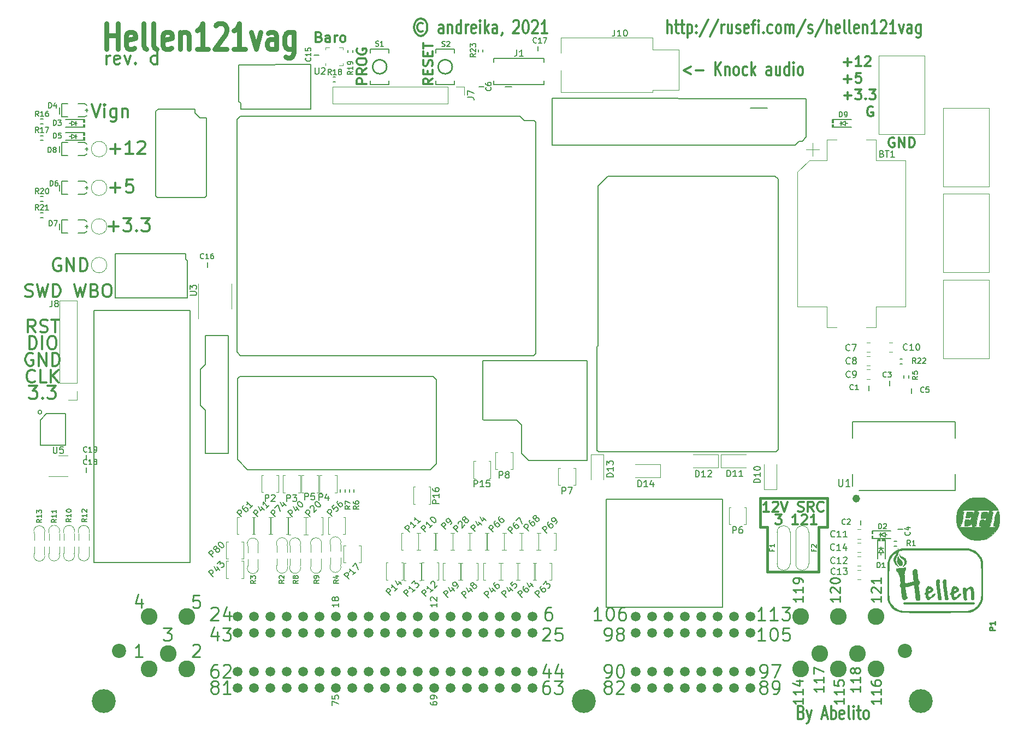
<source format=gto>
G04 #@! TF.GenerationSoftware,KiCad,Pcbnew,8.0.8*
G04 #@! TF.CreationDate,2025-12-07T11:44:23-05:00*
G04 #@! TF.ProjectId,hellen121vag,68656c6c-656e-4313-9231-7661672e6b69,d*
G04 #@! TF.SameCoordinates,PX2b953a0PY6943058*
G04 #@! TF.FileFunction,Legend,Top*
G04 #@! TF.FilePolarity,Positive*
%FSLAX46Y46*%
G04 Gerber Fmt 4.6, Leading zero omitted, Abs format (unit mm)*
G04 Created by KiCad (PCBNEW 8.0.8) date 2025-12-07 11:44:23*
%MOMM*%
%LPD*%
G01*
G04 APERTURE LIST*
%ADD10C,0.304800*%
%ADD11C,0.381000*%
%ADD12C,0.250000*%
%ADD13C,0.300000*%
%ADD14C,0.750000*%
%ADD15C,0.200000*%
%ADD16C,0.222250*%
%ADD17C,0.150000*%
%ADD18C,0.170000*%
%ADD19C,0.127000*%
%ADD20C,0.120000*%
%ADD21C,0.203200*%
%ADD22C,0.099060*%
%ADD23C,0.000000*%
%ADD24C,0.002540*%
%ADD25C,0.616000*%
%ADD26C,0.254000*%
%ADD27C,3.700000*%
%ADD28C,2.200000*%
%ADD29C,2.600000*%
%ADD30C,1.500000*%
G04 APERTURE END LIST*
D10*
X126821383Y3753910D02*
X127039097Y3657148D01*
X127039097Y3657148D02*
X127111668Y3560386D01*
X127111668Y3560386D02*
X127184240Y3366862D01*
X127184240Y3366862D02*
X127184240Y3076576D01*
X127184240Y3076576D02*
X127111668Y2883052D01*
X127111668Y2883052D02*
X127039097Y2786290D01*
X127039097Y2786290D02*
X126893954Y2689529D01*
X126893954Y2689529D02*
X126313383Y2689529D01*
X126313383Y2689529D02*
X126313383Y4721529D01*
X126313383Y4721529D02*
X126821383Y4721529D01*
X126821383Y4721529D02*
X126966526Y4624767D01*
X126966526Y4624767D02*
X127039097Y4528005D01*
X127039097Y4528005D02*
X127111668Y4334481D01*
X127111668Y4334481D02*
X127111668Y4140957D01*
X127111668Y4140957D02*
X127039097Y3947433D01*
X127039097Y3947433D02*
X126966526Y3850671D01*
X126966526Y3850671D02*
X126821383Y3753910D01*
X126821383Y3753910D02*
X126313383Y3753910D01*
X127692240Y4044195D02*
X128055097Y2689529D01*
X128417954Y4044195D02*
X128055097Y2689529D01*
X128055097Y2689529D02*
X127909954Y2205719D01*
X127909954Y2205719D02*
X127837383Y2108957D01*
X127837383Y2108957D02*
X127692240Y2012195D01*
X130087097Y3270100D02*
X130812812Y3270100D01*
X129941954Y2689529D02*
X130449954Y4721529D01*
X130449954Y4721529D02*
X130957954Y2689529D01*
X131465955Y2689529D02*
X131465955Y4721529D01*
X131465955Y3947433D02*
X131611098Y4044195D01*
X131611098Y4044195D02*
X131901383Y4044195D01*
X131901383Y4044195D02*
X132046526Y3947433D01*
X132046526Y3947433D02*
X132119098Y3850671D01*
X132119098Y3850671D02*
X132191669Y3657148D01*
X132191669Y3657148D02*
X132191669Y3076576D01*
X132191669Y3076576D02*
X132119098Y2883052D01*
X132119098Y2883052D02*
X132046526Y2786290D01*
X132046526Y2786290D02*
X131901383Y2689529D01*
X131901383Y2689529D02*
X131611098Y2689529D01*
X131611098Y2689529D02*
X131465955Y2786290D01*
X133425383Y2786290D02*
X133280240Y2689529D01*
X133280240Y2689529D02*
X132989955Y2689529D01*
X132989955Y2689529D02*
X132844812Y2786290D01*
X132844812Y2786290D02*
X132772240Y2979814D01*
X132772240Y2979814D02*
X132772240Y3753910D01*
X132772240Y3753910D02*
X132844812Y3947433D01*
X132844812Y3947433D02*
X132989955Y4044195D01*
X132989955Y4044195D02*
X133280240Y4044195D01*
X133280240Y4044195D02*
X133425383Y3947433D01*
X133425383Y3947433D02*
X133497955Y3753910D01*
X133497955Y3753910D02*
X133497955Y3560386D01*
X133497955Y3560386D02*
X132772240Y3366862D01*
X134368812Y2689529D02*
X134223669Y2786290D01*
X134223669Y2786290D02*
X134151098Y2979814D01*
X134151098Y2979814D02*
X134151098Y4721529D01*
X134949384Y2689529D02*
X134949384Y4044195D01*
X134949384Y4721529D02*
X134876812Y4624767D01*
X134876812Y4624767D02*
X134949384Y4528005D01*
X134949384Y4528005D02*
X135021955Y4624767D01*
X135021955Y4624767D02*
X134949384Y4721529D01*
X134949384Y4721529D02*
X134949384Y4528005D01*
X135457383Y4044195D02*
X136037955Y4044195D01*
X135675098Y4721529D02*
X135675098Y2979814D01*
X135675098Y2979814D02*
X135747669Y2786290D01*
X135747669Y2786290D02*
X135892812Y2689529D01*
X135892812Y2689529D02*
X136037955Y2689529D01*
X136763669Y2689529D02*
X136618526Y2786290D01*
X136618526Y2786290D02*
X136545955Y2883052D01*
X136545955Y2883052D02*
X136473383Y3076576D01*
X136473383Y3076576D02*
X136473383Y3657148D01*
X136473383Y3657148D02*
X136545955Y3850671D01*
X136545955Y3850671D02*
X136618526Y3947433D01*
X136618526Y3947433D02*
X136763669Y4044195D01*
X136763669Y4044195D02*
X136981383Y4044195D01*
X136981383Y4044195D02*
X137126526Y3947433D01*
X137126526Y3947433D02*
X137199098Y3850671D01*
X137199098Y3850671D02*
X137271669Y3657148D01*
X137271669Y3657148D02*
X137271669Y3076576D01*
X137271669Y3076576D02*
X137199098Y2883052D01*
X137199098Y2883052D02*
X137126526Y2786290D01*
X137126526Y2786290D02*
X136981383Y2689529D01*
X136981383Y2689529D02*
X136763669Y2689529D01*
D11*
X129500000Y25575000D02*
X129500000Y32475000D01*
X120500000Y32475000D02*
X121600000Y32475000D01*
X130900000Y36975000D02*
X120500000Y36975000D01*
X121600000Y32475000D02*
X121600000Y25575000D01*
X120500000Y36975000D02*
X120500000Y32475000D01*
X121600000Y25575000D02*
X129500000Y25575000D01*
X130900000Y32475000D02*
X130900000Y36975000D01*
X129500000Y32475000D02*
X130900000Y32475000D01*
D12*
X95841666Y18022762D02*
X94698809Y18022762D01*
X95270237Y18022762D02*
X95270237Y20022762D01*
X95270237Y20022762D02*
X95079761Y19737048D01*
X95079761Y19737048D02*
X94889285Y19546572D01*
X94889285Y19546572D02*
X94698809Y19451334D01*
X97079761Y20022762D02*
X97270238Y20022762D01*
X97270238Y20022762D02*
X97460714Y19927524D01*
X97460714Y19927524D02*
X97555952Y19832286D01*
X97555952Y19832286D02*
X97651190Y19641810D01*
X97651190Y19641810D02*
X97746428Y19260858D01*
X97746428Y19260858D02*
X97746428Y18784667D01*
X97746428Y18784667D02*
X97651190Y18403715D01*
X97651190Y18403715D02*
X97555952Y18213239D01*
X97555952Y18213239D02*
X97460714Y18118000D01*
X97460714Y18118000D02*
X97270238Y18022762D01*
X97270238Y18022762D02*
X97079761Y18022762D01*
X97079761Y18022762D02*
X96889285Y18118000D01*
X96889285Y18118000D02*
X96794047Y18213239D01*
X96794047Y18213239D02*
X96698809Y18403715D01*
X96698809Y18403715D02*
X96603571Y18784667D01*
X96603571Y18784667D02*
X96603571Y19260858D01*
X96603571Y19260858D02*
X96698809Y19641810D01*
X96698809Y19641810D02*
X96794047Y19832286D01*
X96794047Y19832286D02*
X96889285Y19927524D01*
X96889285Y19927524D02*
X97079761Y20022762D01*
X99460714Y20022762D02*
X99079761Y20022762D01*
X99079761Y20022762D02*
X98889285Y19927524D01*
X98889285Y19927524D02*
X98794047Y19832286D01*
X98794047Y19832286D02*
X98603571Y19546572D01*
X98603571Y19546572D02*
X98508333Y19165620D01*
X98508333Y19165620D02*
X98508333Y18403715D01*
X98508333Y18403715D02*
X98603571Y18213239D01*
X98603571Y18213239D02*
X98698809Y18118000D01*
X98698809Y18118000D02*
X98889285Y18022762D01*
X98889285Y18022762D02*
X99270238Y18022762D01*
X99270238Y18022762D02*
X99460714Y18118000D01*
X99460714Y18118000D02*
X99555952Y18213239D01*
X99555952Y18213239D02*
X99651190Y18403715D01*
X99651190Y18403715D02*
X99651190Y18879905D01*
X99651190Y18879905D02*
X99555952Y19070381D01*
X99555952Y19070381D02*
X99460714Y19165620D01*
X99460714Y19165620D02*
X99270238Y19260858D01*
X99270238Y19260858D02*
X98889285Y19260858D01*
X98889285Y19260858D02*
X98698809Y19165620D01*
X98698809Y19165620D02*
X98603571Y19070381D01*
X98603571Y19070381D02*
X98508333Y18879905D01*
X24530952Y21261096D02*
X24530952Y19927762D01*
X24054761Y22023000D02*
X23578571Y20594429D01*
X23578571Y20594429D02*
X24816666Y20594429D01*
X33516190Y21927762D02*
X32563809Y21927762D01*
X32563809Y21927762D02*
X32468571Y20975381D01*
X32468571Y20975381D02*
X32563809Y21070620D01*
X32563809Y21070620D02*
X32754285Y21165858D01*
X32754285Y21165858D02*
X33230476Y21165858D01*
X33230476Y21165858D02*
X33420952Y21070620D01*
X33420952Y21070620D02*
X33516190Y20975381D01*
X33516190Y20975381D02*
X33611428Y20784905D01*
X33611428Y20784905D02*
X33611428Y20308715D01*
X33611428Y20308715D02*
X33516190Y20118239D01*
X33516190Y20118239D02*
X33420952Y20023000D01*
X33420952Y20023000D02*
X33230476Y19927762D01*
X33230476Y19927762D02*
X32754285Y19927762D01*
X32754285Y19927762D02*
X32563809Y20023000D01*
X32563809Y20023000D02*
X32468571Y20118239D01*
X32468571Y14117286D02*
X32563809Y14212524D01*
X32563809Y14212524D02*
X32754285Y14307762D01*
X32754285Y14307762D02*
X33230476Y14307762D01*
X33230476Y14307762D02*
X33420952Y14212524D01*
X33420952Y14212524D02*
X33516190Y14117286D01*
X33516190Y14117286D02*
X33611428Y13926810D01*
X33611428Y13926810D02*
X33611428Y13736334D01*
X33611428Y13736334D02*
X33516190Y13450620D01*
X33516190Y13450620D02*
X32373333Y12307762D01*
X32373333Y12307762D02*
X33611428Y12307762D01*
D13*
X19419143Y79131267D02*
X20942953Y79131267D01*
X20181048Y78369362D02*
X20181048Y79893172D01*
X21704857Y80369362D02*
X22942952Y80369362D01*
X22942952Y80369362D02*
X22276285Y79607458D01*
X22276285Y79607458D02*
X22562000Y79607458D01*
X22562000Y79607458D02*
X22752476Y79512220D01*
X22752476Y79512220D02*
X22847714Y79416981D01*
X22847714Y79416981D02*
X22942952Y79226505D01*
X22942952Y79226505D02*
X22942952Y78750315D01*
X22942952Y78750315D02*
X22847714Y78559839D01*
X22847714Y78559839D02*
X22752476Y78464600D01*
X22752476Y78464600D02*
X22562000Y78369362D01*
X22562000Y78369362D02*
X21990571Y78369362D01*
X21990571Y78369362D02*
X21800095Y78464600D01*
X21800095Y78464600D02*
X21704857Y78559839D01*
X23800095Y78559839D02*
X23895333Y78464600D01*
X23895333Y78464600D02*
X23800095Y78369362D01*
X23800095Y78369362D02*
X23704857Y78464600D01*
X23704857Y78464600D02*
X23800095Y78559839D01*
X23800095Y78559839D02*
X23800095Y78369362D01*
X24562000Y80369362D02*
X25800095Y80369362D01*
X25800095Y80369362D02*
X25133428Y79607458D01*
X25133428Y79607458D02*
X25419143Y79607458D01*
X25419143Y79607458D02*
X25609619Y79512220D01*
X25609619Y79512220D02*
X25704857Y79416981D01*
X25704857Y79416981D02*
X25800095Y79226505D01*
X25800095Y79226505D02*
X25800095Y78750315D01*
X25800095Y78750315D02*
X25704857Y78559839D01*
X25704857Y78559839D02*
X25609619Y78464600D01*
X25609619Y78464600D02*
X25419143Y78369362D01*
X25419143Y78369362D02*
X24847714Y78369362D01*
X24847714Y78369362D02*
X24657238Y78464600D01*
X24657238Y78464600D02*
X24562000Y78559839D01*
D10*
X106069429Y109075809D02*
X106069429Y111107808D01*
X106722572Y109075809D02*
X106722572Y110140190D01*
X106722572Y110140190D02*
X106650000Y110333713D01*
X106650000Y110333713D02*
X106504857Y110430474D01*
X106504857Y110430474D02*
X106287143Y110430474D01*
X106287143Y110430474D02*
X106142000Y110333713D01*
X106142000Y110333713D02*
X106069429Y110236951D01*
X107230571Y110430474D02*
X107811143Y110430474D01*
X107448286Y111107808D02*
X107448286Y109366094D01*
X107448286Y109366094D02*
X107520857Y109172570D01*
X107520857Y109172570D02*
X107666000Y109075809D01*
X107666000Y109075809D02*
X107811143Y109075809D01*
X108101428Y110430474D02*
X108682000Y110430474D01*
X108319143Y111107808D02*
X108319143Y109366094D01*
X108319143Y109366094D02*
X108391714Y109172570D01*
X108391714Y109172570D02*
X108536857Y109075809D01*
X108536857Y109075809D02*
X108682000Y109075809D01*
X109190000Y110430474D02*
X109190000Y108398475D01*
X109190000Y110333713D02*
X109335143Y110430474D01*
X109335143Y110430474D02*
X109625428Y110430474D01*
X109625428Y110430474D02*
X109770571Y110333713D01*
X109770571Y110333713D02*
X109843143Y110236951D01*
X109843143Y110236951D02*
X109915714Y110043428D01*
X109915714Y110043428D02*
X109915714Y109462856D01*
X109915714Y109462856D02*
X109843143Y109269332D01*
X109843143Y109269332D02*
X109770571Y109172570D01*
X109770571Y109172570D02*
X109625428Y109075809D01*
X109625428Y109075809D02*
X109335143Y109075809D01*
X109335143Y109075809D02*
X109190000Y109172570D01*
X110568857Y109269332D02*
X110641428Y109172570D01*
X110641428Y109172570D02*
X110568857Y109075809D01*
X110568857Y109075809D02*
X110496285Y109172570D01*
X110496285Y109172570D02*
X110568857Y109269332D01*
X110568857Y109269332D02*
X110568857Y109075809D01*
X110568857Y110333713D02*
X110641428Y110236951D01*
X110641428Y110236951D02*
X110568857Y110140190D01*
X110568857Y110140190D02*
X110496285Y110236951D01*
X110496285Y110236951D02*
X110568857Y110333713D01*
X110568857Y110333713D02*
X110568857Y110140190D01*
X112383142Y111204570D02*
X111076856Y108591999D01*
X113979713Y111204570D02*
X112673427Y108591999D01*
X114487713Y109075809D02*
X114487713Y110430474D01*
X114487713Y110043428D02*
X114560284Y110236951D01*
X114560284Y110236951D02*
X114632856Y110333713D01*
X114632856Y110333713D02*
X114777998Y110430474D01*
X114777998Y110430474D02*
X114923141Y110430474D01*
X116084285Y110430474D02*
X116084285Y109075809D01*
X115431142Y110430474D02*
X115431142Y109366094D01*
X115431142Y109366094D02*
X115503713Y109172570D01*
X115503713Y109172570D02*
X115648856Y109075809D01*
X115648856Y109075809D02*
X115866570Y109075809D01*
X115866570Y109075809D02*
X116011713Y109172570D01*
X116011713Y109172570D02*
X116084285Y109269332D01*
X116737427Y109172570D02*
X116882570Y109075809D01*
X116882570Y109075809D02*
X117172856Y109075809D01*
X117172856Y109075809D02*
X117317999Y109172570D01*
X117317999Y109172570D02*
X117390570Y109366094D01*
X117390570Y109366094D02*
X117390570Y109462856D01*
X117390570Y109462856D02*
X117317999Y109656380D01*
X117317999Y109656380D02*
X117172856Y109753142D01*
X117172856Y109753142D02*
X116955142Y109753142D01*
X116955142Y109753142D02*
X116809999Y109849904D01*
X116809999Y109849904D02*
X116737427Y110043428D01*
X116737427Y110043428D02*
X116737427Y110140190D01*
X116737427Y110140190D02*
X116809999Y110333713D01*
X116809999Y110333713D02*
X116955142Y110430474D01*
X116955142Y110430474D02*
X117172856Y110430474D01*
X117172856Y110430474D02*
X117317999Y110333713D01*
X118624284Y109172570D02*
X118479141Y109075809D01*
X118479141Y109075809D02*
X118188856Y109075809D01*
X118188856Y109075809D02*
X118043713Y109172570D01*
X118043713Y109172570D02*
X117971141Y109366094D01*
X117971141Y109366094D02*
X117971141Y110140190D01*
X117971141Y110140190D02*
X118043713Y110333713D01*
X118043713Y110333713D02*
X118188856Y110430474D01*
X118188856Y110430474D02*
X118479141Y110430474D01*
X118479141Y110430474D02*
X118624284Y110333713D01*
X118624284Y110333713D02*
X118696856Y110140190D01*
X118696856Y110140190D02*
X118696856Y109946666D01*
X118696856Y109946666D02*
X117971141Y109753142D01*
X119132284Y110430474D02*
X119712856Y110430474D01*
X119349999Y109075809D02*
X119349999Y110817522D01*
X119349999Y110817522D02*
X119422570Y111011046D01*
X119422570Y111011046D02*
X119567713Y111107808D01*
X119567713Y111107808D02*
X119712856Y111107808D01*
X120220856Y109075809D02*
X120220856Y110430474D01*
X120220856Y111107808D02*
X120148284Y111011046D01*
X120148284Y111011046D02*
X120220856Y110914284D01*
X120220856Y110914284D02*
X120293427Y111011046D01*
X120293427Y111011046D02*
X120220856Y111107808D01*
X120220856Y111107808D02*
X120220856Y110914284D01*
X120946570Y109269332D02*
X121019141Y109172570D01*
X121019141Y109172570D02*
X120946570Y109075809D01*
X120946570Y109075809D02*
X120873998Y109172570D01*
X120873998Y109172570D02*
X120946570Y109269332D01*
X120946570Y109269332D02*
X120946570Y109075809D01*
X122325427Y109172570D02*
X122180284Y109075809D01*
X122180284Y109075809D02*
X121889998Y109075809D01*
X121889998Y109075809D02*
X121744855Y109172570D01*
X121744855Y109172570D02*
X121672284Y109269332D01*
X121672284Y109269332D02*
X121599712Y109462856D01*
X121599712Y109462856D02*
X121599712Y110043428D01*
X121599712Y110043428D02*
X121672284Y110236951D01*
X121672284Y110236951D02*
X121744855Y110333713D01*
X121744855Y110333713D02*
X121889998Y110430474D01*
X121889998Y110430474D02*
X122180284Y110430474D01*
X122180284Y110430474D02*
X122325427Y110333713D01*
X123196284Y109075809D02*
X123051141Y109172570D01*
X123051141Y109172570D02*
X122978570Y109269332D01*
X122978570Y109269332D02*
X122905998Y109462856D01*
X122905998Y109462856D02*
X122905998Y110043428D01*
X122905998Y110043428D02*
X122978570Y110236951D01*
X122978570Y110236951D02*
X123051141Y110333713D01*
X123051141Y110333713D02*
X123196284Y110430474D01*
X123196284Y110430474D02*
X123413998Y110430474D01*
X123413998Y110430474D02*
X123559141Y110333713D01*
X123559141Y110333713D02*
X123631713Y110236951D01*
X123631713Y110236951D02*
X123704284Y110043428D01*
X123704284Y110043428D02*
X123704284Y109462856D01*
X123704284Y109462856D02*
X123631713Y109269332D01*
X123631713Y109269332D02*
X123559141Y109172570D01*
X123559141Y109172570D02*
X123413998Y109075809D01*
X123413998Y109075809D02*
X123196284Y109075809D01*
X124357427Y109075809D02*
X124357427Y110430474D01*
X124357427Y110236951D02*
X124429998Y110333713D01*
X124429998Y110333713D02*
X124575141Y110430474D01*
X124575141Y110430474D02*
X124792855Y110430474D01*
X124792855Y110430474D02*
X124937998Y110333713D01*
X124937998Y110333713D02*
X125010570Y110140190D01*
X125010570Y110140190D02*
X125010570Y109075809D01*
X125010570Y110140190D02*
X125083141Y110333713D01*
X125083141Y110333713D02*
X125228284Y110430474D01*
X125228284Y110430474D02*
X125445998Y110430474D01*
X125445998Y110430474D02*
X125591141Y110333713D01*
X125591141Y110333713D02*
X125663712Y110140190D01*
X125663712Y110140190D02*
X125663712Y109075809D01*
X127477998Y111204570D02*
X126171712Y108591999D01*
X127913426Y109172570D02*
X128058569Y109075809D01*
X128058569Y109075809D02*
X128348855Y109075809D01*
X128348855Y109075809D02*
X128493998Y109172570D01*
X128493998Y109172570D02*
X128566569Y109366094D01*
X128566569Y109366094D02*
X128566569Y109462856D01*
X128566569Y109462856D02*
X128493998Y109656380D01*
X128493998Y109656380D02*
X128348855Y109753142D01*
X128348855Y109753142D02*
X128131141Y109753142D01*
X128131141Y109753142D02*
X127985998Y109849904D01*
X127985998Y109849904D02*
X127913426Y110043428D01*
X127913426Y110043428D02*
X127913426Y110140190D01*
X127913426Y110140190D02*
X127985998Y110333713D01*
X127985998Y110333713D02*
X128131141Y110430474D01*
X128131141Y110430474D02*
X128348855Y110430474D01*
X128348855Y110430474D02*
X128493998Y110333713D01*
X130308283Y111204570D02*
X129001997Y108591999D01*
X130816283Y109075809D02*
X130816283Y111107808D01*
X131469426Y109075809D02*
X131469426Y110140190D01*
X131469426Y110140190D02*
X131396854Y110333713D01*
X131396854Y110333713D02*
X131251711Y110430474D01*
X131251711Y110430474D02*
X131033997Y110430474D01*
X131033997Y110430474D02*
X130888854Y110333713D01*
X130888854Y110333713D02*
X130816283Y110236951D01*
X132775711Y109172570D02*
X132630568Y109075809D01*
X132630568Y109075809D02*
X132340283Y109075809D01*
X132340283Y109075809D02*
X132195140Y109172570D01*
X132195140Y109172570D02*
X132122568Y109366094D01*
X132122568Y109366094D02*
X132122568Y110140190D01*
X132122568Y110140190D02*
X132195140Y110333713D01*
X132195140Y110333713D02*
X132340283Y110430474D01*
X132340283Y110430474D02*
X132630568Y110430474D01*
X132630568Y110430474D02*
X132775711Y110333713D01*
X132775711Y110333713D02*
X132848283Y110140190D01*
X132848283Y110140190D02*
X132848283Y109946666D01*
X132848283Y109946666D02*
X132122568Y109753142D01*
X133719140Y109075809D02*
X133573997Y109172570D01*
X133573997Y109172570D02*
X133501426Y109366094D01*
X133501426Y109366094D02*
X133501426Y111107808D01*
X134517426Y109075809D02*
X134372283Y109172570D01*
X134372283Y109172570D02*
X134299712Y109366094D01*
X134299712Y109366094D02*
X134299712Y111107808D01*
X135678569Y109172570D02*
X135533426Y109075809D01*
X135533426Y109075809D02*
X135243141Y109075809D01*
X135243141Y109075809D02*
X135097998Y109172570D01*
X135097998Y109172570D02*
X135025426Y109366094D01*
X135025426Y109366094D02*
X135025426Y110140190D01*
X135025426Y110140190D02*
X135097998Y110333713D01*
X135097998Y110333713D02*
X135243141Y110430474D01*
X135243141Y110430474D02*
X135533426Y110430474D01*
X135533426Y110430474D02*
X135678569Y110333713D01*
X135678569Y110333713D02*
X135751141Y110140190D01*
X135751141Y110140190D02*
X135751141Y109946666D01*
X135751141Y109946666D02*
X135025426Y109753142D01*
X136404284Y110430474D02*
X136404284Y109075809D01*
X136404284Y110236951D02*
X136476855Y110333713D01*
X136476855Y110333713D02*
X136621998Y110430474D01*
X136621998Y110430474D02*
X136839712Y110430474D01*
X136839712Y110430474D02*
X136984855Y110333713D01*
X136984855Y110333713D02*
X137057427Y110140190D01*
X137057427Y110140190D02*
X137057427Y109075809D01*
X138581426Y109075809D02*
X137710569Y109075809D01*
X138145998Y109075809D02*
X138145998Y111107808D01*
X138145998Y111107808D02*
X138000855Y110817522D01*
X138000855Y110817522D02*
X137855712Y110623998D01*
X137855712Y110623998D02*
X137710569Y110527236D01*
X139161998Y110914284D02*
X139234570Y111011046D01*
X139234570Y111011046D02*
X139379713Y111107808D01*
X139379713Y111107808D02*
X139742570Y111107808D01*
X139742570Y111107808D02*
X139887713Y111011046D01*
X139887713Y111011046D02*
X139960284Y110914284D01*
X139960284Y110914284D02*
X140032855Y110720760D01*
X140032855Y110720760D02*
X140032855Y110527236D01*
X140032855Y110527236D02*
X139960284Y110236951D01*
X139960284Y110236951D02*
X139089427Y109075809D01*
X139089427Y109075809D02*
X140032855Y109075809D01*
X141484284Y109075809D02*
X140613427Y109075809D01*
X141048856Y109075809D02*
X141048856Y111107808D01*
X141048856Y111107808D02*
X140903713Y110817522D01*
X140903713Y110817522D02*
X140758570Y110623998D01*
X140758570Y110623998D02*
X140613427Y110527236D01*
X141992285Y110430474D02*
X142355142Y109075809D01*
X142355142Y109075809D02*
X142717999Y110430474D01*
X143951714Y109075809D02*
X143951714Y110140190D01*
X143951714Y110140190D02*
X143879142Y110333713D01*
X143879142Y110333713D02*
X143733999Y110430474D01*
X143733999Y110430474D02*
X143443714Y110430474D01*
X143443714Y110430474D02*
X143298571Y110333713D01*
X143951714Y109172570D02*
X143806571Y109075809D01*
X143806571Y109075809D02*
X143443714Y109075809D01*
X143443714Y109075809D02*
X143298571Y109172570D01*
X143298571Y109172570D02*
X143225999Y109366094D01*
X143225999Y109366094D02*
X143225999Y109559618D01*
X143225999Y109559618D02*
X143298571Y109753142D01*
X143298571Y109753142D02*
X143443714Y109849904D01*
X143443714Y109849904D02*
X143806571Y109849904D01*
X143806571Y109849904D02*
X143951714Y109946666D01*
X145330571Y110430474D02*
X145330571Y108785523D01*
X145330571Y108785523D02*
X145257999Y108591999D01*
X145257999Y108591999D02*
X145185428Y108495237D01*
X145185428Y108495237D02*
X145040285Y108398475D01*
X145040285Y108398475D02*
X144822571Y108398475D01*
X144822571Y108398475D02*
X144677428Y108495237D01*
X145330571Y109172570D02*
X145185428Y109075809D01*
X145185428Y109075809D02*
X144895142Y109075809D01*
X144895142Y109075809D02*
X144749999Y109172570D01*
X144749999Y109172570D02*
X144677428Y109269332D01*
X144677428Y109269332D02*
X144604856Y109462856D01*
X144604856Y109462856D02*
X144604856Y110043428D01*
X144604856Y110043428D02*
X144677428Y110236951D01*
X144677428Y110236951D02*
X144749999Y110333713D01*
X144749999Y110333713D02*
X144895142Y110430474D01*
X144895142Y110430474D02*
X145185428Y110430474D01*
X145185428Y110430474D02*
X145330571Y110333713D01*
D12*
X130240928Y7775002D02*
X130240928Y6917859D01*
X130240928Y7346430D02*
X128740928Y7346430D01*
X128740928Y7346430D02*
X128955214Y7203573D01*
X128955214Y7203573D02*
X129098071Y7060716D01*
X129098071Y7060716D02*
X129169500Y6917859D01*
X130240928Y9203573D02*
X130240928Y8346430D01*
X130240928Y8775001D02*
X128740928Y8775001D01*
X128740928Y8775001D02*
X128955214Y8632144D01*
X128955214Y8632144D02*
X129098071Y8489287D01*
X129098071Y8489287D02*
X129169500Y8346430D01*
X128740928Y9703572D02*
X128740928Y10703572D01*
X128740928Y10703572D02*
X130240928Y10060715D01*
X139130928Y21745002D02*
X139130928Y20887859D01*
X139130928Y21316430D02*
X137630928Y21316430D01*
X137630928Y21316430D02*
X137845214Y21173573D01*
X137845214Y21173573D02*
X137988071Y21030716D01*
X137988071Y21030716D02*
X138059500Y20887859D01*
X137773785Y22316430D02*
X137702357Y22387858D01*
X137702357Y22387858D02*
X137630928Y22530715D01*
X137630928Y22530715D02*
X137630928Y22887858D01*
X137630928Y22887858D02*
X137702357Y23030715D01*
X137702357Y23030715D02*
X137773785Y23102144D01*
X137773785Y23102144D02*
X137916642Y23173573D01*
X137916642Y23173573D02*
X138059500Y23173573D01*
X138059500Y23173573D02*
X138273785Y23102144D01*
X138273785Y23102144D02*
X139130928Y22245001D01*
X139130928Y22245001D02*
X139130928Y23173573D01*
X139130928Y24602144D02*
X139130928Y23745001D01*
X139130928Y24173572D02*
X137630928Y24173572D01*
X137630928Y24173572D02*
X137845214Y24030715D01*
X137845214Y24030715D02*
X137988071Y23887858D01*
X137988071Y23887858D02*
X138059500Y23745001D01*
D10*
X133428000Y104611390D02*
X134589143Y104611390D01*
X134008571Y104030819D02*
X134008571Y105191962D01*
X136113142Y104030819D02*
X135242285Y104030819D01*
X135677714Y104030819D02*
X135677714Y105554819D01*
X135677714Y105554819D02*
X135532571Y105337105D01*
X135532571Y105337105D02*
X135387428Y105191962D01*
X135387428Y105191962D02*
X135242285Y105119390D01*
X136693714Y105409676D02*
X136766286Y105482248D01*
X136766286Y105482248D02*
X136911429Y105554819D01*
X136911429Y105554819D02*
X137274286Y105554819D01*
X137274286Y105554819D02*
X137419429Y105482248D01*
X137419429Y105482248D02*
X137492000Y105409676D01*
X137492000Y105409676D02*
X137564571Y105264533D01*
X137564571Y105264533D02*
X137564571Y105119390D01*
X137564571Y105119390D02*
X137492000Y104901676D01*
X137492000Y104901676D02*
X136621143Y104030819D01*
X136621143Y104030819D02*
X137564571Y104030819D01*
D14*
X19149598Y106633124D02*
X19149598Y110633123D01*
X19149598Y108728362D02*
X20863884Y108728362D01*
X20863884Y106633124D02*
X20863884Y110633123D01*
X23435312Y106823600D02*
X23149598Y106633124D01*
X23149598Y106633124D02*
X22578170Y106633124D01*
X22578170Y106633124D02*
X22292455Y106823600D01*
X22292455Y106823600D02*
X22149598Y107204553D01*
X22149598Y107204553D02*
X22149598Y108728362D01*
X22149598Y108728362D02*
X22292455Y109109315D01*
X22292455Y109109315D02*
X22578170Y109299791D01*
X22578170Y109299791D02*
X23149598Y109299791D01*
X23149598Y109299791D02*
X23435312Y109109315D01*
X23435312Y109109315D02*
X23578170Y108728362D01*
X23578170Y108728362D02*
X23578170Y108347410D01*
X23578170Y108347410D02*
X22149598Y107966458D01*
X25292456Y106633124D02*
X25006741Y106823600D01*
X25006741Y106823600D02*
X24863884Y107204553D01*
X24863884Y107204553D02*
X24863884Y110633123D01*
X26863885Y106633124D02*
X26578170Y106823600D01*
X26578170Y106823600D02*
X26435313Y107204553D01*
X26435313Y107204553D02*
X26435313Y110633123D01*
X29149599Y106823600D02*
X28863885Y106633124D01*
X28863885Y106633124D02*
X28292457Y106633124D01*
X28292457Y106633124D02*
X28006742Y106823600D01*
X28006742Y106823600D02*
X27863885Y107204553D01*
X27863885Y107204553D02*
X27863885Y108728362D01*
X27863885Y108728362D02*
X28006742Y109109315D01*
X28006742Y109109315D02*
X28292457Y109299791D01*
X28292457Y109299791D02*
X28863885Y109299791D01*
X28863885Y109299791D02*
X29149599Y109109315D01*
X29149599Y109109315D02*
X29292457Y108728362D01*
X29292457Y108728362D02*
X29292457Y108347410D01*
X29292457Y108347410D02*
X27863885Y107966458D01*
X30578171Y109299791D02*
X30578171Y106633124D01*
X30578171Y108918839D02*
X30721028Y109109315D01*
X30721028Y109109315D02*
X31006743Y109299791D01*
X31006743Y109299791D02*
X31435314Y109299791D01*
X31435314Y109299791D02*
X31721028Y109109315D01*
X31721028Y109109315D02*
X31863886Y108728362D01*
X31863886Y108728362D02*
X31863886Y106633124D01*
X34863886Y106633124D02*
X33149600Y106633124D01*
X34006743Y106633124D02*
X34006743Y110633123D01*
X34006743Y110633123D02*
X33721029Y110061696D01*
X33721029Y110061696D02*
X33435314Y109680743D01*
X33435314Y109680743D02*
X33149600Y109490267D01*
X36006743Y110252172D02*
X36149600Y110442647D01*
X36149600Y110442647D02*
X36435315Y110633123D01*
X36435315Y110633123D02*
X37149600Y110633123D01*
X37149600Y110633123D02*
X37435315Y110442647D01*
X37435315Y110442647D02*
X37578172Y110252172D01*
X37578172Y110252172D02*
X37721029Y109871220D01*
X37721029Y109871220D02*
X37721029Y109490267D01*
X37721029Y109490267D02*
X37578172Y108918839D01*
X37578172Y108918839D02*
X35863886Y106633124D01*
X35863886Y106633124D02*
X37721029Y106633124D01*
X40578172Y106633124D02*
X38863886Y106633124D01*
X39721029Y106633124D02*
X39721029Y110633123D01*
X39721029Y110633123D02*
X39435315Y110061696D01*
X39435315Y110061696D02*
X39149600Y109680743D01*
X39149600Y109680743D02*
X38863886Y109490267D01*
X41578172Y109299791D02*
X42292458Y106633124D01*
X42292458Y106633124D02*
X43006743Y109299791D01*
X45435315Y106633124D02*
X45435315Y108728362D01*
X45435315Y108728362D02*
X45292457Y109109315D01*
X45292457Y109109315D02*
X45006743Y109299791D01*
X45006743Y109299791D02*
X44435315Y109299791D01*
X44435315Y109299791D02*
X44149600Y109109315D01*
X45435315Y106823600D02*
X45149600Y106633124D01*
X45149600Y106633124D02*
X44435315Y106633124D01*
X44435315Y106633124D02*
X44149600Y106823600D01*
X44149600Y106823600D02*
X44006743Y107204553D01*
X44006743Y107204553D02*
X44006743Y107585505D01*
X44006743Y107585505D02*
X44149600Y107966458D01*
X44149600Y107966458D02*
X44435315Y108156934D01*
X44435315Y108156934D02*
X45149600Y108156934D01*
X45149600Y108156934D02*
X45435315Y108347410D01*
X48149601Y109299791D02*
X48149601Y106061696D01*
X48149601Y106061696D02*
X48006743Y105680743D01*
X48006743Y105680743D02*
X47863886Y105490267D01*
X47863886Y105490267D02*
X47578172Y105299791D01*
X47578172Y105299791D02*
X47149601Y105299791D01*
X47149601Y105299791D02*
X46863886Y105490267D01*
X48149601Y106823600D02*
X47863886Y106633124D01*
X47863886Y106633124D02*
X47292458Y106633124D01*
X47292458Y106633124D02*
X47006743Y106823600D01*
X47006743Y106823600D02*
X46863886Y107014077D01*
X46863886Y107014077D02*
X46721029Y107395029D01*
X46721029Y107395029D02*
X46721029Y108537886D01*
X46721029Y108537886D02*
X46863886Y108918839D01*
X46863886Y108918839D02*
X47006743Y109109315D01*
X47006743Y109109315D02*
X47292458Y109299791D01*
X47292458Y109299791D02*
X47863886Y109299791D01*
X47863886Y109299791D02*
X48149601Y109109315D01*
D15*
X54082219Y4790477D02*
X54082219Y5457143D01*
X54082219Y5457143D02*
X55082219Y5028572D01*
X54082219Y6314286D02*
X54082219Y5838096D01*
X54082219Y5838096D02*
X54558409Y5790477D01*
X54558409Y5790477D02*
X54510790Y5838096D01*
X54510790Y5838096D02*
X54463171Y5933334D01*
X54463171Y5933334D02*
X54463171Y6171429D01*
X54463171Y6171429D02*
X54510790Y6266667D01*
X54510790Y6266667D02*
X54558409Y6314286D01*
X54558409Y6314286D02*
X54653647Y6361905D01*
X54653647Y6361905D02*
X54891742Y6361905D01*
X54891742Y6361905D02*
X54986980Y6314286D01*
X54986980Y6314286D02*
X55034600Y6266667D01*
X55034600Y6266667D02*
X55082219Y6171429D01*
X55082219Y6171429D02*
X55082219Y5933334D01*
X55082219Y5933334D02*
X55034600Y5838096D01*
X55034600Y5838096D02*
X54986980Y5790477D01*
D13*
X19695333Y91131267D02*
X21219143Y91131267D01*
X20457238Y90369362D02*
X20457238Y91893172D01*
X23219142Y90369362D02*
X22076285Y90369362D01*
X22647713Y90369362D02*
X22647713Y92369362D01*
X22647713Y92369362D02*
X22457237Y92083648D01*
X22457237Y92083648D02*
X22266761Y91893172D01*
X22266761Y91893172D02*
X22076285Y91797934D01*
X23981047Y92178886D02*
X24076285Y92274124D01*
X24076285Y92274124D02*
X24266761Y92369362D01*
X24266761Y92369362D02*
X24742952Y92369362D01*
X24742952Y92369362D02*
X24933428Y92274124D01*
X24933428Y92274124D02*
X25028666Y92178886D01*
X25028666Y92178886D02*
X25123904Y91988410D01*
X25123904Y91988410D02*
X25123904Y91797934D01*
X25123904Y91797934D02*
X25028666Y91512220D01*
X25028666Y91512220D02*
X23885809Y90369362D01*
X23885809Y90369362D02*
X25123904Y90369362D01*
D15*
X69322219Y5314286D02*
X69322219Y5123810D01*
X69322219Y5123810D02*
X69369838Y5028572D01*
X69369838Y5028572D02*
X69417457Y4980953D01*
X69417457Y4980953D02*
X69560314Y4885715D01*
X69560314Y4885715D02*
X69750790Y4838096D01*
X69750790Y4838096D02*
X70131742Y4838096D01*
X70131742Y4838096D02*
X70226980Y4885715D01*
X70226980Y4885715D02*
X70274600Y4933334D01*
X70274600Y4933334D02*
X70322219Y5028572D01*
X70322219Y5028572D02*
X70322219Y5219048D01*
X70322219Y5219048D02*
X70274600Y5314286D01*
X70274600Y5314286D02*
X70226980Y5361905D01*
X70226980Y5361905D02*
X70131742Y5409524D01*
X70131742Y5409524D02*
X69893647Y5409524D01*
X69893647Y5409524D02*
X69798409Y5361905D01*
X69798409Y5361905D02*
X69750790Y5314286D01*
X69750790Y5314286D02*
X69703171Y5219048D01*
X69703171Y5219048D02*
X69703171Y5028572D01*
X69703171Y5028572D02*
X69750790Y4933334D01*
X69750790Y4933334D02*
X69798409Y4885715D01*
X69798409Y4885715D02*
X69893647Y4838096D01*
X70322219Y5885715D02*
X70322219Y6076191D01*
X70322219Y6076191D02*
X70274600Y6171429D01*
X70274600Y6171429D02*
X70226980Y6219048D01*
X70226980Y6219048D02*
X70084123Y6314286D01*
X70084123Y6314286D02*
X69893647Y6361905D01*
X69893647Y6361905D02*
X69512695Y6361905D01*
X69512695Y6361905D02*
X69417457Y6314286D01*
X69417457Y6314286D02*
X69369838Y6266667D01*
X69369838Y6266667D02*
X69322219Y6171429D01*
X69322219Y6171429D02*
X69322219Y5980953D01*
X69322219Y5980953D02*
X69369838Y5885715D01*
X69369838Y5885715D02*
X69417457Y5838096D01*
X69417457Y5838096D02*
X69512695Y5790477D01*
X69512695Y5790477D02*
X69750790Y5790477D01*
X69750790Y5790477D02*
X69846028Y5838096D01*
X69846028Y5838096D02*
X69893647Y5885715D01*
X69893647Y5885715D02*
X69941266Y5980953D01*
X69941266Y5980953D02*
X69941266Y6171429D01*
X69941266Y6171429D02*
X69893647Y6266667D01*
X69893647Y6266667D02*
X69846028Y6314286D01*
X69846028Y6314286D02*
X69750790Y6361905D01*
D12*
X86761190Y16657286D02*
X86856428Y16752524D01*
X86856428Y16752524D02*
X87046904Y16847762D01*
X87046904Y16847762D02*
X87523095Y16847762D01*
X87523095Y16847762D02*
X87713571Y16752524D01*
X87713571Y16752524D02*
X87808809Y16657286D01*
X87808809Y16657286D02*
X87904047Y16466810D01*
X87904047Y16466810D02*
X87904047Y16276334D01*
X87904047Y16276334D02*
X87808809Y15990620D01*
X87808809Y15990620D02*
X86665952Y14847762D01*
X86665952Y14847762D02*
X87904047Y14847762D01*
X89713571Y16847762D02*
X88761190Y16847762D01*
X88761190Y16847762D02*
X88665952Y15895381D01*
X88665952Y15895381D02*
X88761190Y15990620D01*
X88761190Y15990620D02*
X88951666Y16085858D01*
X88951666Y16085858D02*
X89427857Y16085858D01*
X89427857Y16085858D02*
X89618333Y15990620D01*
X89618333Y15990620D02*
X89713571Y15895381D01*
X89713571Y15895381D02*
X89808809Y15704905D01*
X89808809Y15704905D02*
X89808809Y15228715D01*
X89808809Y15228715D02*
X89713571Y15038239D01*
X89713571Y15038239D02*
X89618333Y14943000D01*
X89618333Y14943000D02*
X89427857Y14847762D01*
X89427857Y14847762D02*
X88951666Y14847762D01*
X88951666Y14847762D02*
X88761190Y14943000D01*
X88761190Y14943000D02*
X88665952Y15038239D01*
X133415928Y5870002D02*
X133415928Y5012859D01*
X133415928Y5441430D02*
X131915928Y5441430D01*
X131915928Y5441430D02*
X132130214Y5298573D01*
X132130214Y5298573D02*
X132273071Y5155716D01*
X132273071Y5155716D02*
X132344500Y5012859D01*
X133415928Y7298573D02*
X133415928Y6441430D01*
X133415928Y6870001D02*
X131915928Y6870001D01*
X131915928Y6870001D02*
X132130214Y6727144D01*
X132130214Y6727144D02*
X132273071Y6584287D01*
X132273071Y6584287D02*
X132344500Y6441430D01*
X131915928Y8655715D02*
X131915928Y7941429D01*
X131915928Y7941429D02*
X132630214Y7870001D01*
X132630214Y7870001D02*
X132558785Y7941429D01*
X132558785Y7941429D02*
X132487357Y8084286D01*
X132487357Y8084286D02*
X132487357Y8441429D01*
X132487357Y8441429D02*
X132558785Y8584286D01*
X132558785Y8584286D02*
X132630214Y8655715D01*
X132630214Y8655715D02*
X132773071Y8727144D01*
X132773071Y8727144D02*
X133130214Y8727144D01*
X133130214Y8727144D02*
X133273071Y8655715D01*
X133273071Y8655715D02*
X133344500Y8584286D01*
X133344500Y8584286D02*
X133415928Y8441429D01*
X133415928Y8441429D02*
X133415928Y8084286D01*
X133415928Y8084286D02*
X133344500Y7941429D01*
X133344500Y7941429D02*
X133273071Y7870001D01*
X36278571Y16181096D02*
X36278571Y14847762D01*
X35802380Y16943000D02*
X35326190Y15514429D01*
X35326190Y15514429D02*
X36564285Y15514429D01*
X37135714Y16847762D02*
X38373809Y16847762D01*
X38373809Y16847762D02*
X37707142Y16085858D01*
X37707142Y16085858D02*
X37992857Y16085858D01*
X37992857Y16085858D02*
X38183333Y15990620D01*
X38183333Y15990620D02*
X38278571Y15895381D01*
X38278571Y15895381D02*
X38373809Y15704905D01*
X38373809Y15704905D02*
X38373809Y15228715D01*
X38373809Y15228715D02*
X38278571Y15038239D01*
X38278571Y15038239D02*
X38183333Y14943000D01*
X38183333Y14943000D02*
X37992857Y14847762D01*
X37992857Y14847762D02*
X37421428Y14847762D01*
X37421428Y14847762D02*
X37230952Y14943000D01*
X37230952Y14943000D02*
X37135714Y15038239D01*
D10*
X141238857Y92862248D02*
X141093715Y92934819D01*
X141093715Y92934819D02*
X140876000Y92934819D01*
X140876000Y92934819D02*
X140658286Y92862248D01*
X140658286Y92862248D02*
X140513143Y92717105D01*
X140513143Y92717105D02*
X140440572Y92571962D01*
X140440572Y92571962D02*
X140368000Y92281676D01*
X140368000Y92281676D02*
X140368000Y92063962D01*
X140368000Y92063962D02*
X140440572Y91773676D01*
X140440572Y91773676D02*
X140513143Y91628533D01*
X140513143Y91628533D02*
X140658286Y91483390D01*
X140658286Y91483390D02*
X140876000Y91410819D01*
X140876000Y91410819D02*
X141021143Y91410819D01*
X141021143Y91410819D02*
X141238857Y91483390D01*
X141238857Y91483390D02*
X141311429Y91555962D01*
X141311429Y91555962D02*
X141311429Y92063962D01*
X141311429Y92063962D02*
X141021143Y92063962D01*
X141964572Y91410819D02*
X141964572Y92934819D01*
X141964572Y92934819D02*
X142835429Y91410819D01*
X142835429Y91410819D02*
X142835429Y92934819D01*
X143561143Y91410819D02*
X143561143Y92934819D01*
X143561143Y92934819D02*
X143924000Y92934819D01*
X143924000Y92934819D02*
X144141714Y92862248D01*
X144141714Y92862248D02*
X144286857Y92717105D01*
X144286857Y92717105D02*
X144359428Y92571962D01*
X144359428Y92571962D02*
X144432000Y92281676D01*
X144432000Y92281676D02*
X144432000Y92063962D01*
X144432000Y92063962D02*
X144359428Y91773676D01*
X144359428Y91773676D02*
X144286857Y91628533D01*
X144286857Y91628533D02*
X144141714Y91483390D01*
X144141714Y91483390D02*
X143924000Y91410819D01*
X143924000Y91410819D02*
X143561143Y91410819D01*
D15*
X55082219Y20649524D02*
X55082219Y20078096D01*
X55082219Y20363810D02*
X54082219Y20363810D01*
X54082219Y20363810D02*
X54225076Y20268572D01*
X54225076Y20268572D02*
X54320314Y20173334D01*
X54320314Y20173334D02*
X54367933Y20078096D01*
X54510790Y21220953D02*
X54463171Y21125715D01*
X54463171Y21125715D02*
X54415552Y21078096D01*
X54415552Y21078096D02*
X54320314Y21030477D01*
X54320314Y21030477D02*
X54272695Y21030477D01*
X54272695Y21030477D02*
X54177457Y21078096D01*
X54177457Y21078096D02*
X54129838Y21125715D01*
X54129838Y21125715D02*
X54082219Y21220953D01*
X54082219Y21220953D02*
X54082219Y21411429D01*
X54082219Y21411429D02*
X54129838Y21506667D01*
X54129838Y21506667D02*
X54177457Y21554286D01*
X54177457Y21554286D02*
X54272695Y21601905D01*
X54272695Y21601905D02*
X54320314Y21601905D01*
X54320314Y21601905D02*
X54415552Y21554286D01*
X54415552Y21554286D02*
X54463171Y21506667D01*
X54463171Y21506667D02*
X54510790Y21411429D01*
X54510790Y21411429D02*
X54510790Y21220953D01*
X54510790Y21220953D02*
X54558409Y21125715D01*
X54558409Y21125715D02*
X54606028Y21078096D01*
X54606028Y21078096D02*
X54701266Y21030477D01*
X54701266Y21030477D02*
X54891742Y21030477D01*
X54891742Y21030477D02*
X54986980Y21078096D01*
X54986980Y21078096D02*
X55034600Y21125715D01*
X55034600Y21125715D02*
X55082219Y21220953D01*
X55082219Y21220953D02*
X55082219Y21411429D01*
X55082219Y21411429D02*
X55034600Y21506667D01*
X55034600Y21506667D02*
X54986980Y21554286D01*
X54986980Y21554286D02*
X54891742Y21601905D01*
X54891742Y21601905D02*
X54701266Y21601905D01*
X54701266Y21601905D02*
X54606028Y21554286D01*
X54606028Y21554286D02*
X54558409Y21506667D01*
X54558409Y21506667D02*
X54510790Y21411429D01*
D13*
X7152381Y60090362D02*
X7152381Y62090362D01*
X7152381Y62090362D02*
X7628571Y62090362D01*
X7628571Y62090362D02*
X7914286Y61995124D01*
X7914286Y61995124D02*
X8104762Y61804648D01*
X8104762Y61804648D02*
X8200000Y61614172D01*
X8200000Y61614172D02*
X8295238Y61233220D01*
X8295238Y61233220D02*
X8295238Y60947505D01*
X8295238Y60947505D02*
X8200000Y60566553D01*
X8200000Y60566553D02*
X8104762Y60376077D01*
X8104762Y60376077D02*
X7914286Y60185600D01*
X7914286Y60185600D02*
X7628571Y60090362D01*
X7628571Y60090362D02*
X7152381Y60090362D01*
X9152381Y60090362D02*
X9152381Y62090362D01*
X10485714Y62090362D02*
X10866667Y62090362D01*
X10866667Y62090362D02*
X11057143Y61995124D01*
X11057143Y61995124D02*
X11247619Y61804648D01*
X11247619Y61804648D02*
X11342857Y61423696D01*
X11342857Y61423696D02*
X11342857Y60757029D01*
X11342857Y60757029D02*
X11247619Y60376077D01*
X11247619Y60376077D02*
X11057143Y60185600D01*
X11057143Y60185600D02*
X10866667Y60090362D01*
X10866667Y60090362D02*
X10485714Y60090362D01*
X10485714Y60090362D02*
X10295238Y60185600D01*
X10295238Y60185600D02*
X10104762Y60376077D01*
X10104762Y60376077D02*
X10009524Y60757029D01*
X10009524Y60757029D02*
X10009524Y61423696D01*
X10009524Y61423696D02*
X10104762Y61804648D01*
X10104762Y61804648D02*
X10295238Y61995124D01*
X10295238Y61995124D02*
X10485714Y62090362D01*
D12*
X120606666Y9132762D02*
X120987618Y9132762D01*
X120987618Y9132762D02*
X121178095Y9228000D01*
X121178095Y9228000D02*
X121273333Y9323239D01*
X121273333Y9323239D02*
X121463809Y9608953D01*
X121463809Y9608953D02*
X121559047Y9989905D01*
X121559047Y9989905D02*
X121559047Y10751810D01*
X121559047Y10751810D02*
X121463809Y10942286D01*
X121463809Y10942286D02*
X121368571Y11037524D01*
X121368571Y11037524D02*
X121178095Y11132762D01*
X121178095Y11132762D02*
X120797142Y11132762D01*
X120797142Y11132762D02*
X120606666Y11037524D01*
X120606666Y11037524D02*
X120511428Y10942286D01*
X120511428Y10942286D02*
X120416190Y10751810D01*
X120416190Y10751810D02*
X120416190Y10275620D01*
X120416190Y10275620D02*
X120511428Y10085143D01*
X120511428Y10085143D02*
X120606666Y9989905D01*
X120606666Y9989905D02*
X120797142Y9894667D01*
X120797142Y9894667D02*
X121178095Y9894667D01*
X121178095Y9894667D02*
X121368571Y9989905D01*
X121368571Y9989905D02*
X121463809Y10085143D01*
X121463809Y10085143D02*
X121559047Y10275620D01*
X122225714Y11132762D02*
X123559047Y11132762D01*
X123559047Y11132762D02*
X122701904Y9132762D01*
D13*
X11976190Y74095124D02*
X11785714Y74190362D01*
X11785714Y74190362D02*
X11500000Y74190362D01*
X11500000Y74190362D02*
X11214285Y74095124D01*
X11214285Y74095124D02*
X11023809Y73904648D01*
X11023809Y73904648D02*
X10928571Y73714172D01*
X10928571Y73714172D02*
X10833333Y73333220D01*
X10833333Y73333220D02*
X10833333Y73047505D01*
X10833333Y73047505D02*
X10928571Y72666553D01*
X10928571Y72666553D02*
X11023809Y72476077D01*
X11023809Y72476077D02*
X11214285Y72285600D01*
X11214285Y72285600D02*
X11500000Y72190362D01*
X11500000Y72190362D02*
X11690476Y72190362D01*
X11690476Y72190362D02*
X11976190Y72285600D01*
X11976190Y72285600D02*
X12071428Y72380839D01*
X12071428Y72380839D02*
X12071428Y73047505D01*
X12071428Y73047505D02*
X11690476Y73047505D01*
X12928571Y72190362D02*
X12928571Y74190362D01*
X12928571Y74190362D02*
X14071428Y72190362D01*
X14071428Y72190362D02*
X14071428Y74190362D01*
X15023809Y72190362D02*
X15023809Y74190362D01*
X15023809Y74190362D02*
X15499999Y74190362D01*
X15499999Y74190362D02*
X15785714Y74095124D01*
X15785714Y74095124D02*
X15976190Y73904648D01*
X15976190Y73904648D02*
X16071428Y73714172D01*
X16071428Y73714172D02*
X16166666Y73333220D01*
X16166666Y73333220D02*
X16166666Y73047505D01*
X16166666Y73047505D02*
X16071428Y72666553D01*
X16071428Y72666553D02*
X15976190Y72476077D01*
X15976190Y72476077D02*
X15785714Y72285600D01*
X15785714Y72285600D02*
X15499999Y72190362D01*
X15499999Y72190362D02*
X15023809Y72190362D01*
D10*
X69678078Y102086572D02*
X68963792Y101578572D01*
X69678078Y101215715D02*
X68178078Y101215715D01*
X68178078Y101215715D02*
X68178078Y101796286D01*
X68178078Y101796286D02*
X68249507Y101941429D01*
X68249507Y101941429D02*
X68320935Y102014000D01*
X68320935Y102014000D02*
X68463792Y102086572D01*
X68463792Y102086572D02*
X68678078Y102086572D01*
X68678078Y102086572D02*
X68820935Y102014000D01*
X68820935Y102014000D02*
X68892364Y101941429D01*
X68892364Y101941429D02*
X68963792Y101796286D01*
X68963792Y101796286D02*
X68963792Y101215715D01*
X68892364Y102739715D02*
X68892364Y103247715D01*
X69678078Y103465429D02*
X69678078Y102739715D01*
X69678078Y102739715D02*
X68178078Y102739715D01*
X68178078Y102739715D02*
X68178078Y103465429D01*
X69606650Y104046000D02*
X69678078Y104263714D01*
X69678078Y104263714D02*
X69678078Y104626572D01*
X69678078Y104626572D02*
X69606650Y104771714D01*
X69606650Y104771714D02*
X69535221Y104844286D01*
X69535221Y104844286D02*
X69392364Y104916857D01*
X69392364Y104916857D02*
X69249507Y104916857D01*
X69249507Y104916857D02*
X69106650Y104844286D01*
X69106650Y104844286D02*
X69035221Y104771714D01*
X69035221Y104771714D02*
X68963792Y104626572D01*
X68963792Y104626572D02*
X68892364Y104336286D01*
X68892364Y104336286D02*
X68820935Y104191143D01*
X68820935Y104191143D02*
X68749507Y104118572D01*
X68749507Y104118572D02*
X68606650Y104046000D01*
X68606650Y104046000D02*
X68463792Y104046000D01*
X68463792Y104046000D02*
X68320935Y104118572D01*
X68320935Y104118572D02*
X68249507Y104191143D01*
X68249507Y104191143D02*
X68178078Y104336286D01*
X68178078Y104336286D02*
X68178078Y104699143D01*
X68178078Y104699143D02*
X68249507Y104916857D01*
X68892364Y105570001D02*
X68892364Y106078001D01*
X69678078Y106295715D02*
X69678078Y105570001D01*
X69678078Y105570001D02*
X68178078Y105570001D01*
X68178078Y105570001D02*
X68178078Y106295715D01*
X68178078Y106731143D02*
X68178078Y107602000D01*
X69678078Y107166572D02*
X68178078Y107166572D01*
D12*
X35326190Y19832286D02*
X35421428Y19927524D01*
X35421428Y19927524D02*
X35611904Y20022762D01*
X35611904Y20022762D02*
X36088095Y20022762D01*
X36088095Y20022762D02*
X36278571Y19927524D01*
X36278571Y19927524D02*
X36373809Y19832286D01*
X36373809Y19832286D02*
X36469047Y19641810D01*
X36469047Y19641810D02*
X36469047Y19451334D01*
X36469047Y19451334D02*
X36373809Y19165620D01*
X36373809Y19165620D02*
X35230952Y18022762D01*
X35230952Y18022762D02*
X36469047Y18022762D01*
X38183333Y19356096D02*
X38183333Y18022762D01*
X37707142Y20118000D02*
X37230952Y18689429D01*
X37230952Y18689429D02*
X38469047Y18689429D01*
X96476666Y14847762D02*
X96857618Y14847762D01*
X96857618Y14847762D02*
X97048095Y14943000D01*
X97048095Y14943000D02*
X97143333Y15038239D01*
X97143333Y15038239D02*
X97333809Y15323953D01*
X97333809Y15323953D02*
X97429047Y15704905D01*
X97429047Y15704905D02*
X97429047Y16466810D01*
X97429047Y16466810D02*
X97333809Y16657286D01*
X97333809Y16657286D02*
X97238571Y16752524D01*
X97238571Y16752524D02*
X97048095Y16847762D01*
X97048095Y16847762D02*
X96667142Y16847762D01*
X96667142Y16847762D02*
X96476666Y16752524D01*
X96476666Y16752524D02*
X96381428Y16657286D01*
X96381428Y16657286D02*
X96286190Y16466810D01*
X96286190Y16466810D02*
X96286190Y15990620D01*
X96286190Y15990620D02*
X96381428Y15800143D01*
X96381428Y15800143D02*
X96476666Y15704905D01*
X96476666Y15704905D02*
X96667142Y15609667D01*
X96667142Y15609667D02*
X97048095Y15609667D01*
X97048095Y15609667D02*
X97238571Y15704905D01*
X97238571Y15704905D02*
X97333809Y15800143D01*
X97333809Y15800143D02*
X97429047Y15990620D01*
X98571904Y15990620D02*
X98381428Y16085858D01*
X98381428Y16085858D02*
X98286190Y16181096D01*
X98286190Y16181096D02*
X98190952Y16371572D01*
X98190952Y16371572D02*
X98190952Y16466810D01*
X98190952Y16466810D02*
X98286190Y16657286D01*
X98286190Y16657286D02*
X98381428Y16752524D01*
X98381428Y16752524D02*
X98571904Y16847762D01*
X98571904Y16847762D02*
X98952857Y16847762D01*
X98952857Y16847762D02*
X99143333Y16752524D01*
X99143333Y16752524D02*
X99238571Y16657286D01*
X99238571Y16657286D02*
X99333809Y16466810D01*
X99333809Y16466810D02*
X99333809Y16371572D01*
X99333809Y16371572D02*
X99238571Y16181096D01*
X99238571Y16181096D02*
X99143333Y16085858D01*
X99143333Y16085858D02*
X98952857Y15990620D01*
X98952857Y15990620D02*
X98571904Y15990620D01*
X98571904Y15990620D02*
X98381428Y15895381D01*
X98381428Y15895381D02*
X98286190Y15800143D01*
X98286190Y15800143D02*
X98190952Y15609667D01*
X98190952Y15609667D02*
X98190952Y15228715D01*
X98190952Y15228715D02*
X98286190Y15038239D01*
X98286190Y15038239D02*
X98381428Y14943000D01*
X98381428Y14943000D02*
X98571904Y14847762D01*
X98571904Y14847762D02*
X98952857Y14847762D01*
X98952857Y14847762D02*
X99143333Y14943000D01*
X99143333Y14943000D02*
X99238571Y15038239D01*
X99238571Y15038239D02*
X99333809Y15228715D01*
X99333809Y15228715D02*
X99333809Y15609667D01*
X99333809Y15609667D02*
X99238571Y15800143D01*
X99238571Y15800143D02*
X99143333Y15895381D01*
X99143333Y15895381D02*
X98952857Y15990620D01*
D10*
X68126142Y110623998D02*
X67980999Y110720760D01*
X67980999Y110720760D02*
X67690713Y110720760D01*
X67690713Y110720760D02*
X67545571Y110623998D01*
X67545571Y110623998D02*
X67400428Y110430474D01*
X67400428Y110430474D02*
X67327856Y110236951D01*
X67327856Y110236951D02*
X67327856Y109849904D01*
X67327856Y109849904D02*
X67400428Y109656380D01*
X67400428Y109656380D02*
X67545571Y109462856D01*
X67545571Y109462856D02*
X67690713Y109366094D01*
X67690713Y109366094D02*
X67980999Y109366094D01*
X67980999Y109366094D02*
X68126142Y109462856D01*
X67835856Y111398093D02*
X67472999Y111301331D01*
X67472999Y111301331D02*
X67110142Y111011046D01*
X67110142Y111011046D02*
X66892428Y110527236D01*
X66892428Y110527236D02*
X66819856Y110043428D01*
X66819856Y110043428D02*
X66892428Y109559618D01*
X66892428Y109559618D02*
X67110142Y109075809D01*
X67110142Y109075809D02*
X67472999Y108785523D01*
X67472999Y108785523D02*
X67835856Y108688761D01*
X67835856Y108688761D02*
X68198713Y108785523D01*
X68198713Y108785523D02*
X68561571Y109075809D01*
X68561571Y109075809D02*
X68779285Y109559618D01*
X68779285Y109559618D02*
X68851856Y110043428D01*
X68851856Y110043428D02*
X68779285Y110527236D01*
X68779285Y110527236D02*
X68561571Y111011046D01*
X68561571Y111011046D02*
X68198713Y111301331D01*
X68198713Y111301331D02*
X67835856Y111398093D01*
X71319285Y109075809D02*
X71319285Y110140190D01*
X71319285Y110140190D02*
X71246713Y110333713D01*
X71246713Y110333713D02*
X71101570Y110430474D01*
X71101570Y110430474D02*
X70811285Y110430474D01*
X70811285Y110430474D02*
X70666142Y110333713D01*
X71319285Y109172570D02*
X71174142Y109075809D01*
X71174142Y109075809D02*
X70811285Y109075809D01*
X70811285Y109075809D02*
X70666142Y109172570D01*
X70666142Y109172570D02*
X70593570Y109366094D01*
X70593570Y109366094D02*
X70593570Y109559618D01*
X70593570Y109559618D02*
X70666142Y109753142D01*
X70666142Y109753142D02*
X70811285Y109849904D01*
X70811285Y109849904D02*
X71174142Y109849904D01*
X71174142Y109849904D02*
X71319285Y109946666D01*
X72044999Y110430474D02*
X72044999Y109075809D01*
X72044999Y110236951D02*
X72117570Y110333713D01*
X72117570Y110333713D02*
X72262713Y110430474D01*
X72262713Y110430474D02*
X72480427Y110430474D01*
X72480427Y110430474D02*
X72625570Y110333713D01*
X72625570Y110333713D02*
X72698142Y110140190D01*
X72698142Y110140190D02*
X72698142Y109075809D01*
X74076999Y109075809D02*
X74076999Y111107808D01*
X74076999Y109172570D02*
X73931856Y109075809D01*
X73931856Y109075809D02*
X73641570Y109075809D01*
X73641570Y109075809D02*
X73496427Y109172570D01*
X73496427Y109172570D02*
X73423856Y109269332D01*
X73423856Y109269332D02*
X73351284Y109462856D01*
X73351284Y109462856D02*
X73351284Y110043428D01*
X73351284Y110043428D02*
X73423856Y110236951D01*
X73423856Y110236951D02*
X73496427Y110333713D01*
X73496427Y110333713D02*
X73641570Y110430474D01*
X73641570Y110430474D02*
X73931856Y110430474D01*
X73931856Y110430474D02*
X74076999Y110333713D01*
X74802713Y109075809D02*
X74802713Y110430474D01*
X74802713Y110043428D02*
X74875284Y110236951D01*
X74875284Y110236951D02*
X74947856Y110333713D01*
X74947856Y110333713D02*
X75092998Y110430474D01*
X75092998Y110430474D02*
X75238141Y110430474D01*
X76326713Y109172570D02*
X76181570Y109075809D01*
X76181570Y109075809D02*
X75891285Y109075809D01*
X75891285Y109075809D02*
X75746142Y109172570D01*
X75746142Y109172570D02*
X75673570Y109366094D01*
X75673570Y109366094D02*
X75673570Y110140190D01*
X75673570Y110140190D02*
X75746142Y110333713D01*
X75746142Y110333713D02*
X75891285Y110430474D01*
X75891285Y110430474D02*
X76181570Y110430474D01*
X76181570Y110430474D02*
X76326713Y110333713D01*
X76326713Y110333713D02*
X76399285Y110140190D01*
X76399285Y110140190D02*
X76399285Y109946666D01*
X76399285Y109946666D02*
X75673570Y109753142D01*
X77052428Y109075809D02*
X77052428Y110430474D01*
X77052428Y111107808D02*
X76979856Y111011046D01*
X76979856Y111011046D02*
X77052428Y110914284D01*
X77052428Y110914284D02*
X77124999Y111011046D01*
X77124999Y111011046D02*
X77052428Y111107808D01*
X77052428Y111107808D02*
X77052428Y110914284D01*
X77778142Y109075809D02*
X77778142Y111107808D01*
X77923285Y109849904D02*
X78358713Y109075809D01*
X78358713Y110430474D02*
X77778142Y109656380D01*
X79664999Y109075809D02*
X79664999Y110140190D01*
X79664999Y110140190D02*
X79592427Y110333713D01*
X79592427Y110333713D02*
X79447284Y110430474D01*
X79447284Y110430474D02*
X79156999Y110430474D01*
X79156999Y110430474D02*
X79011856Y110333713D01*
X79664999Y109172570D02*
X79519856Y109075809D01*
X79519856Y109075809D02*
X79156999Y109075809D01*
X79156999Y109075809D02*
X79011856Y109172570D01*
X79011856Y109172570D02*
X78939284Y109366094D01*
X78939284Y109366094D02*
X78939284Y109559618D01*
X78939284Y109559618D02*
X79011856Y109753142D01*
X79011856Y109753142D02*
X79156999Y109849904D01*
X79156999Y109849904D02*
X79519856Y109849904D01*
X79519856Y109849904D02*
X79664999Y109946666D01*
X80463284Y109172570D02*
X80463284Y109075809D01*
X80463284Y109075809D02*
X80390713Y108882285D01*
X80390713Y108882285D02*
X80318141Y108785523D01*
X82204998Y110914284D02*
X82277570Y111011046D01*
X82277570Y111011046D02*
X82422713Y111107808D01*
X82422713Y111107808D02*
X82785570Y111107808D01*
X82785570Y111107808D02*
X82930713Y111011046D01*
X82930713Y111011046D02*
X83003284Y110914284D01*
X83003284Y110914284D02*
X83075855Y110720760D01*
X83075855Y110720760D02*
X83075855Y110527236D01*
X83075855Y110527236D02*
X83003284Y110236951D01*
X83003284Y110236951D02*
X82132427Y109075809D01*
X82132427Y109075809D02*
X83075855Y109075809D01*
X84019284Y111107808D02*
X84164427Y111107808D01*
X84164427Y111107808D02*
X84309570Y111011046D01*
X84309570Y111011046D02*
X84382142Y110914284D01*
X84382142Y110914284D02*
X84454713Y110720760D01*
X84454713Y110720760D02*
X84527284Y110333713D01*
X84527284Y110333713D02*
X84527284Y109849904D01*
X84527284Y109849904D02*
X84454713Y109462856D01*
X84454713Y109462856D02*
X84382142Y109269332D01*
X84382142Y109269332D02*
X84309570Y109172570D01*
X84309570Y109172570D02*
X84164427Y109075809D01*
X84164427Y109075809D02*
X84019284Y109075809D01*
X84019284Y109075809D02*
X83874142Y109172570D01*
X83874142Y109172570D02*
X83801570Y109269332D01*
X83801570Y109269332D02*
X83728999Y109462856D01*
X83728999Y109462856D02*
X83656427Y109849904D01*
X83656427Y109849904D02*
X83656427Y110333713D01*
X83656427Y110333713D02*
X83728999Y110720760D01*
X83728999Y110720760D02*
X83801570Y110914284D01*
X83801570Y110914284D02*
X83874142Y111011046D01*
X83874142Y111011046D02*
X84019284Y111107808D01*
X85107856Y110914284D02*
X85180428Y111011046D01*
X85180428Y111011046D02*
X85325571Y111107808D01*
X85325571Y111107808D02*
X85688428Y111107808D01*
X85688428Y111107808D02*
X85833571Y111011046D01*
X85833571Y111011046D02*
X85906142Y110914284D01*
X85906142Y110914284D02*
X85978713Y110720760D01*
X85978713Y110720760D02*
X85978713Y110527236D01*
X85978713Y110527236D02*
X85906142Y110236951D01*
X85906142Y110236951D02*
X85035285Y109075809D01*
X85035285Y109075809D02*
X85978713Y109075809D01*
X87430142Y109075809D02*
X86559285Y109075809D01*
X86994714Y109075809D02*
X86994714Y111107808D01*
X86994714Y111107808D02*
X86849571Y110817522D01*
X86849571Y110817522D02*
X86704428Y110623998D01*
X86704428Y110623998D02*
X86559285Y110527236D01*
X126283999Y32885819D02*
X125413142Y32885819D01*
X125848571Y32885819D02*
X125848571Y34409819D01*
X125848571Y34409819D02*
X125703428Y34192105D01*
X125703428Y34192105D02*
X125558285Y34046962D01*
X125558285Y34046962D02*
X125413142Y33974390D01*
X126864571Y34264676D02*
X126937143Y34337248D01*
X126937143Y34337248D02*
X127082286Y34409819D01*
X127082286Y34409819D02*
X127445143Y34409819D01*
X127445143Y34409819D02*
X127590286Y34337248D01*
X127590286Y34337248D02*
X127662857Y34264676D01*
X127662857Y34264676D02*
X127735428Y34119533D01*
X127735428Y34119533D02*
X127735428Y33974390D01*
X127735428Y33974390D02*
X127662857Y33756676D01*
X127662857Y33756676D02*
X126792000Y32885819D01*
X126792000Y32885819D02*
X127735428Y32885819D01*
X129186857Y32885819D02*
X128316000Y32885819D01*
X128751429Y32885819D02*
X128751429Y34409819D01*
X128751429Y34409819D02*
X128606286Y34192105D01*
X128606286Y34192105D02*
X128461143Y34046962D01*
X128461143Y34046962D02*
X128316000Y33974390D01*
D12*
X135955928Y7775002D02*
X135955928Y6917859D01*
X135955928Y7346430D02*
X134455928Y7346430D01*
X134455928Y7346430D02*
X134670214Y7203573D01*
X134670214Y7203573D02*
X134813071Y7060716D01*
X134813071Y7060716D02*
X134884500Y6917859D01*
X135955928Y9203573D02*
X135955928Y8346430D01*
X135955928Y8775001D02*
X134455928Y8775001D01*
X134455928Y8775001D02*
X134670214Y8632144D01*
X134670214Y8632144D02*
X134813071Y8489287D01*
X134813071Y8489287D02*
X134884500Y8346430D01*
X135098785Y10060715D02*
X135027357Y9917858D01*
X135027357Y9917858D02*
X134955928Y9846429D01*
X134955928Y9846429D02*
X134813071Y9775001D01*
X134813071Y9775001D02*
X134741642Y9775001D01*
X134741642Y9775001D02*
X134598785Y9846429D01*
X134598785Y9846429D02*
X134527357Y9917858D01*
X134527357Y9917858D02*
X134455928Y10060715D01*
X134455928Y10060715D02*
X134455928Y10346429D01*
X134455928Y10346429D02*
X134527357Y10489286D01*
X134527357Y10489286D02*
X134598785Y10560715D01*
X134598785Y10560715D02*
X134741642Y10632144D01*
X134741642Y10632144D02*
X134813071Y10632144D01*
X134813071Y10632144D02*
X134955928Y10560715D01*
X134955928Y10560715D02*
X135027357Y10489286D01*
X135027357Y10489286D02*
X135098785Y10346429D01*
X135098785Y10346429D02*
X135098785Y10060715D01*
X135098785Y10060715D02*
X135170214Y9917858D01*
X135170214Y9917858D02*
X135241642Y9846429D01*
X135241642Y9846429D02*
X135384500Y9775001D01*
X135384500Y9775001D02*
X135670214Y9775001D01*
X135670214Y9775001D02*
X135813071Y9846429D01*
X135813071Y9846429D02*
X135884500Y9917858D01*
X135884500Y9917858D02*
X135955928Y10060715D01*
X135955928Y10060715D02*
X135955928Y10346429D01*
X135955928Y10346429D02*
X135884500Y10489286D01*
X135884500Y10489286D02*
X135813071Y10560715D01*
X135813071Y10560715D02*
X135670214Y10632144D01*
X135670214Y10632144D02*
X135384500Y10632144D01*
X135384500Y10632144D02*
X135241642Y10560715D01*
X135241642Y10560715D02*
X135170214Y10489286D01*
X135170214Y10489286D02*
X135098785Y10346429D01*
D13*
X6533333Y68285600D02*
X6819047Y68190362D01*
X6819047Y68190362D02*
X7295238Y68190362D01*
X7295238Y68190362D02*
X7485714Y68285600D01*
X7485714Y68285600D02*
X7580952Y68380839D01*
X7580952Y68380839D02*
X7676190Y68571315D01*
X7676190Y68571315D02*
X7676190Y68761791D01*
X7676190Y68761791D02*
X7580952Y68952267D01*
X7580952Y68952267D02*
X7485714Y69047505D01*
X7485714Y69047505D02*
X7295238Y69142743D01*
X7295238Y69142743D02*
X6914285Y69237981D01*
X6914285Y69237981D02*
X6723809Y69333220D01*
X6723809Y69333220D02*
X6628571Y69428458D01*
X6628571Y69428458D02*
X6533333Y69618934D01*
X6533333Y69618934D02*
X6533333Y69809410D01*
X6533333Y69809410D02*
X6628571Y69999886D01*
X6628571Y69999886D02*
X6723809Y70095124D01*
X6723809Y70095124D02*
X6914285Y70190362D01*
X6914285Y70190362D02*
X7390476Y70190362D01*
X7390476Y70190362D02*
X7676190Y70095124D01*
X8342857Y70190362D02*
X8819047Y68190362D01*
X8819047Y68190362D02*
X9200000Y69618934D01*
X9200000Y69618934D02*
X9580952Y68190362D01*
X9580952Y68190362D02*
X10057143Y70190362D01*
X10819047Y68190362D02*
X10819047Y70190362D01*
X10819047Y70190362D02*
X11295237Y70190362D01*
X11295237Y70190362D02*
X11580952Y70095124D01*
X11580952Y70095124D02*
X11771428Y69904648D01*
X11771428Y69904648D02*
X11866666Y69714172D01*
X11866666Y69714172D02*
X11961904Y69333220D01*
X11961904Y69333220D02*
X11961904Y69047505D01*
X11961904Y69047505D02*
X11866666Y68666553D01*
X11866666Y68666553D02*
X11771428Y68476077D01*
X11771428Y68476077D02*
X11580952Y68285600D01*
X11580952Y68285600D02*
X11295237Y68190362D01*
X11295237Y68190362D02*
X10819047Y68190362D01*
X14152381Y70190362D02*
X14628571Y68190362D01*
X14628571Y68190362D02*
X15009524Y69618934D01*
X15009524Y69618934D02*
X15390476Y68190362D01*
X15390476Y68190362D02*
X15866667Y70190362D01*
X17295238Y69237981D02*
X17580952Y69142743D01*
X17580952Y69142743D02*
X17676190Y69047505D01*
X17676190Y69047505D02*
X17771428Y68857029D01*
X17771428Y68857029D02*
X17771428Y68571315D01*
X17771428Y68571315D02*
X17676190Y68380839D01*
X17676190Y68380839D02*
X17580952Y68285600D01*
X17580952Y68285600D02*
X17390476Y68190362D01*
X17390476Y68190362D02*
X16628571Y68190362D01*
X16628571Y68190362D02*
X16628571Y70190362D01*
X16628571Y70190362D02*
X17295238Y70190362D01*
X17295238Y70190362D02*
X17485714Y70095124D01*
X17485714Y70095124D02*
X17580952Y69999886D01*
X17580952Y69999886D02*
X17676190Y69809410D01*
X17676190Y69809410D02*
X17676190Y69618934D01*
X17676190Y69618934D02*
X17580952Y69428458D01*
X17580952Y69428458D02*
X17485714Y69333220D01*
X17485714Y69333220D02*
X17295238Y69237981D01*
X17295238Y69237981D02*
X16628571Y69237981D01*
X19009523Y70190362D02*
X19390476Y70190362D01*
X19390476Y70190362D02*
X19580952Y70095124D01*
X19580952Y70095124D02*
X19771428Y69904648D01*
X19771428Y69904648D02*
X19866666Y69523696D01*
X19866666Y69523696D02*
X19866666Y68857029D01*
X19866666Y68857029D02*
X19771428Y68476077D01*
X19771428Y68476077D02*
X19580952Y68285600D01*
X19580952Y68285600D02*
X19390476Y68190362D01*
X19390476Y68190362D02*
X19009523Y68190362D01*
X19009523Y68190362D02*
X18819047Y68285600D01*
X18819047Y68285600D02*
X18628571Y68476077D01*
X18628571Y68476077D02*
X18533333Y68857029D01*
X18533333Y68857029D02*
X18533333Y69523696D01*
X18533333Y69523696D02*
X18628571Y69904648D01*
X18628571Y69904648D02*
X18819047Y70095124D01*
X18819047Y70095124D02*
X19009523Y70190362D01*
D10*
X59427576Y101246910D02*
X57927576Y101246910D01*
X57927576Y101246910D02*
X57927576Y101827481D01*
X57927576Y101827481D02*
X57999005Y101972624D01*
X57999005Y101972624D02*
X58070433Y102045195D01*
X58070433Y102045195D02*
X58213290Y102117767D01*
X58213290Y102117767D02*
X58427576Y102117767D01*
X58427576Y102117767D02*
X58570433Y102045195D01*
X58570433Y102045195D02*
X58641862Y101972624D01*
X58641862Y101972624D02*
X58713290Y101827481D01*
X58713290Y101827481D02*
X58713290Y101246910D01*
X59427576Y103641767D02*
X58713290Y103133767D01*
X59427576Y102770910D02*
X57927576Y102770910D01*
X57927576Y102770910D02*
X57927576Y103351481D01*
X57927576Y103351481D02*
X57999005Y103496624D01*
X57999005Y103496624D02*
X58070433Y103569195D01*
X58070433Y103569195D02*
X58213290Y103641767D01*
X58213290Y103641767D02*
X58427576Y103641767D01*
X58427576Y103641767D02*
X58570433Y103569195D01*
X58570433Y103569195D02*
X58641862Y103496624D01*
X58641862Y103496624D02*
X58713290Y103351481D01*
X58713290Y103351481D02*
X58713290Y102770910D01*
X57927576Y104585195D02*
X57927576Y104875481D01*
X57927576Y104875481D02*
X57999005Y105020624D01*
X57999005Y105020624D02*
X58141862Y105165767D01*
X58141862Y105165767D02*
X58427576Y105238338D01*
X58427576Y105238338D02*
X58927576Y105238338D01*
X58927576Y105238338D02*
X59213290Y105165767D01*
X59213290Y105165767D02*
X59356148Y105020624D01*
X59356148Y105020624D02*
X59427576Y104875481D01*
X59427576Y104875481D02*
X59427576Y104585195D01*
X59427576Y104585195D02*
X59356148Y104440052D01*
X59356148Y104440052D02*
X59213290Y104294910D01*
X59213290Y104294910D02*
X58927576Y104222338D01*
X58927576Y104222338D02*
X58427576Y104222338D01*
X58427576Y104222338D02*
X58141862Y104294910D01*
X58141862Y104294910D02*
X57999005Y104440052D01*
X57999005Y104440052D02*
X57927576Y104585195D01*
X57999005Y106689766D02*
X57927576Y106544623D01*
X57927576Y106544623D02*
X57927576Y106326909D01*
X57927576Y106326909D02*
X57999005Y106109195D01*
X57999005Y106109195D02*
X58141862Y105964052D01*
X58141862Y105964052D02*
X58284719Y105891481D01*
X58284719Y105891481D02*
X58570433Y105818909D01*
X58570433Y105818909D02*
X58784719Y105818909D01*
X58784719Y105818909D02*
X59070433Y105891481D01*
X59070433Y105891481D02*
X59213290Y105964052D01*
X59213290Y105964052D02*
X59356148Y106109195D01*
X59356148Y106109195D02*
X59427576Y106326909D01*
X59427576Y106326909D02*
X59427576Y106472052D01*
X59427576Y106472052D02*
X59356148Y106689766D01*
X59356148Y106689766D02*
X59284719Y106762338D01*
X59284719Y106762338D02*
X58784719Y106762338D01*
X58784719Y106762338D02*
X58784719Y106472052D01*
D12*
X24721428Y12307762D02*
X23578571Y12307762D01*
X24149999Y12307762D02*
X24149999Y14307762D01*
X24149999Y14307762D02*
X23959523Y14022048D01*
X23959523Y14022048D02*
X23769047Y13831572D01*
X23769047Y13831572D02*
X23578571Y13736334D01*
X35707142Y7735620D02*
X35516666Y7830858D01*
X35516666Y7830858D02*
X35421428Y7926096D01*
X35421428Y7926096D02*
X35326190Y8116572D01*
X35326190Y8116572D02*
X35326190Y8211810D01*
X35326190Y8211810D02*
X35421428Y8402286D01*
X35421428Y8402286D02*
X35516666Y8497524D01*
X35516666Y8497524D02*
X35707142Y8592762D01*
X35707142Y8592762D02*
X36088095Y8592762D01*
X36088095Y8592762D02*
X36278571Y8497524D01*
X36278571Y8497524D02*
X36373809Y8402286D01*
X36373809Y8402286D02*
X36469047Y8211810D01*
X36469047Y8211810D02*
X36469047Y8116572D01*
X36469047Y8116572D02*
X36373809Y7926096D01*
X36373809Y7926096D02*
X36278571Y7830858D01*
X36278571Y7830858D02*
X36088095Y7735620D01*
X36088095Y7735620D02*
X35707142Y7735620D01*
X35707142Y7735620D02*
X35516666Y7640381D01*
X35516666Y7640381D02*
X35421428Y7545143D01*
X35421428Y7545143D02*
X35326190Y7354667D01*
X35326190Y7354667D02*
X35326190Y6973715D01*
X35326190Y6973715D02*
X35421428Y6783239D01*
X35421428Y6783239D02*
X35516666Y6688000D01*
X35516666Y6688000D02*
X35707142Y6592762D01*
X35707142Y6592762D02*
X36088095Y6592762D01*
X36088095Y6592762D02*
X36278571Y6688000D01*
X36278571Y6688000D02*
X36373809Y6783239D01*
X36373809Y6783239D02*
X36469047Y6973715D01*
X36469047Y6973715D02*
X36469047Y7354667D01*
X36469047Y7354667D02*
X36373809Y7545143D01*
X36373809Y7545143D02*
X36278571Y7640381D01*
X36278571Y7640381D02*
X36088095Y7735620D01*
X38373809Y6592762D02*
X37230952Y6592762D01*
X37802380Y6592762D02*
X37802380Y8592762D01*
X37802380Y8592762D02*
X37611904Y8307048D01*
X37611904Y8307048D02*
X37421428Y8116572D01*
X37421428Y8116572D02*
X37230952Y8021334D01*
D13*
X8009523Y55080839D02*
X7914285Y54985600D01*
X7914285Y54985600D02*
X7628571Y54890362D01*
X7628571Y54890362D02*
X7438095Y54890362D01*
X7438095Y54890362D02*
X7152380Y54985600D01*
X7152380Y54985600D02*
X6961904Y55176077D01*
X6961904Y55176077D02*
X6866666Y55366553D01*
X6866666Y55366553D02*
X6771428Y55747505D01*
X6771428Y55747505D02*
X6771428Y56033220D01*
X6771428Y56033220D02*
X6866666Y56414172D01*
X6866666Y56414172D02*
X6961904Y56604648D01*
X6961904Y56604648D02*
X7152380Y56795124D01*
X7152380Y56795124D02*
X7438095Y56890362D01*
X7438095Y56890362D02*
X7628571Y56890362D01*
X7628571Y56890362D02*
X7914285Y56795124D01*
X7914285Y56795124D02*
X8009523Y56699886D01*
X9819047Y54890362D02*
X8866666Y54890362D01*
X8866666Y54890362D02*
X8866666Y56890362D01*
X10485714Y54890362D02*
X10485714Y56890362D01*
X11628571Y54890362D02*
X10771428Y56033220D01*
X11628571Y56890362D02*
X10485714Y55747505D01*
X16809619Y98069362D02*
X17476285Y96069362D01*
X17476285Y96069362D02*
X18142952Y98069362D01*
X18809619Y96069362D02*
X18809619Y97402696D01*
X18809619Y98069362D02*
X18714381Y97974124D01*
X18714381Y97974124D02*
X18809619Y97878886D01*
X18809619Y97878886D02*
X18904857Y97974124D01*
X18904857Y97974124D02*
X18809619Y98069362D01*
X18809619Y98069362D02*
X18809619Y97878886D01*
X20619143Y97402696D02*
X20619143Y95783648D01*
X20619143Y95783648D02*
X20523905Y95593172D01*
X20523905Y95593172D02*
X20428667Y95497934D01*
X20428667Y95497934D02*
X20238190Y95402696D01*
X20238190Y95402696D02*
X19952476Y95402696D01*
X19952476Y95402696D02*
X19762000Y95497934D01*
X20619143Y96164600D02*
X20428667Y96069362D01*
X20428667Y96069362D02*
X20047714Y96069362D01*
X20047714Y96069362D02*
X19857238Y96164600D01*
X19857238Y96164600D02*
X19762000Y96259839D01*
X19762000Y96259839D02*
X19666762Y96450315D01*
X19666762Y96450315D02*
X19666762Y97021743D01*
X19666762Y97021743D02*
X19762000Y97212220D01*
X19762000Y97212220D02*
X19857238Y97307458D01*
X19857238Y97307458D02*
X20047714Y97402696D01*
X20047714Y97402696D02*
X20428667Y97402696D01*
X20428667Y97402696D02*
X20619143Y97307458D01*
X21571524Y97402696D02*
X21571524Y96069362D01*
X21571524Y97212220D02*
X21666762Y97307458D01*
X21666762Y97307458D02*
X21857238Y97402696D01*
X21857238Y97402696D02*
X22142953Y97402696D01*
X22142953Y97402696D02*
X22333429Y97307458D01*
X22333429Y97307458D02*
X22428667Y97116981D01*
X22428667Y97116981D02*
X22428667Y96069362D01*
D12*
X127065928Y21745002D02*
X127065928Y20887859D01*
X127065928Y21316430D02*
X125565928Y21316430D01*
X125565928Y21316430D02*
X125780214Y21173573D01*
X125780214Y21173573D02*
X125923071Y21030716D01*
X125923071Y21030716D02*
X125994500Y20887859D01*
X127065928Y23173573D02*
X127065928Y22316430D01*
X127065928Y22745001D02*
X125565928Y22745001D01*
X125565928Y22745001D02*
X125780214Y22602144D01*
X125780214Y22602144D02*
X125923071Y22459287D01*
X125923071Y22459287D02*
X125994500Y22316430D01*
X127065928Y23887858D02*
X127065928Y24173572D01*
X127065928Y24173572D02*
X126994500Y24316429D01*
X126994500Y24316429D02*
X126923071Y24387858D01*
X126923071Y24387858D02*
X126708785Y24530715D01*
X126708785Y24530715D02*
X126423071Y24602144D01*
X126423071Y24602144D02*
X125851642Y24602144D01*
X125851642Y24602144D02*
X125708785Y24530715D01*
X125708785Y24530715D02*
X125637357Y24459286D01*
X125637357Y24459286D02*
X125565928Y24316429D01*
X125565928Y24316429D02*
X125565928Y24030715D01*
X125565928Y24030715D02*
X125637357Y23887858D01*
X125637357Y23887858D02*
X125708785Y23816429D01*
X125708785Y23816429D02*
X125851642Y23745001D01*
X125851642Y23745001D02*
X126208785Y23745001D01*
X126208785Y23745001D02*
X126351642Y23816429D01*
X126351642Y23816429D02*
X126423071Y23887858D01*
X126423071Y23887858D02*
X126494500Y24030715D01*
X126494500Y24030715D02*
X126494500Y24316429D01*
X126494500Y24316429D02*
X126423071Y24459286D01*
X126423071Y24459286D02*
X126351642Y24530715D01*
X126351642Y24530715D02*
X126208785Y24602144D01*
X87713571Y10466096D02*
X87713571Y9132762D01*
X87237380Y11228000D02*
X86761190Y9799429D01*
X86761190Y9799429D02*
X87999285Y9799429D01*
X89618333Y10466096D02*
X89618333Y9132762D01*
X89142142Y11228000D02*
X88665952Y9799429D01*
X88665952Y9799429D02*
X89904047Y9799429D01*
D10*
X133453714Y102011390D02*
X134614857Y102011390D01*
X134034285Y101430819D02*
X134034285Y102591962D01*
X136066285Y102954819D02*
X135340571Y102954819D01*
X135340571Y102954819D02*
X135267999Y102229105D01*
X135267999Y102229105D02*
X135340571Y102301676D01*
X135340571Y102301676D02*
X135485714Y102374248D01*
X135485714Y102374248D02*
X135848571Y102374248D01*
X135848571Y102374248D02*
X135993714Y102301676D01*
X135993714Y102301676D02*
X136066285Y102229105D01*
X136066285Y102229105D02*
X136138856Y102083962D01*
X136138856Y102083962D02*
X136138856Y101721105D01*
X136138856Y101721105D02*
X136066285Y101575962D01*
X136066285Y101575962D02*
X135993714Y101503390D01*
X135993714Y101503390D02*
X135848571Y101430819D01*
X135848571Y101430819D02*
X135485714Y101430819D01*
X135485714Y101430819D02*
X135340571Y101503390D01*
X135340571Y101503390D02*
X135267999Y101575962D01*
D12*
X96667142Y7735620D02*
X96476666Y7830858D01*
X96476666Y7830858D02*
X96381428Y7926096D01*
X96381428Y7926096D02*
X96286190Y8116572D01*
X96286190Y8116572D02*
X96286190Y8211810D01*
X96286190Y8211810D02*
X96381428Y8402286D01*
X96381428Y8402286D02*
X96476666Y8497524D01*
X96476666Y8497524D02*
X96667142Y8592762D01*
X96667142Y8592762D02*
X97048095Y8592762D01*
X97048095Y8592762D02*
X97238571Y8497524D01*
X97238571Y8497524D02*
X97333809Y8402286D01*
X97333809Y8402286D02*
X97429047Y8211810D01*
X97429047Y8211810D02*
X97429047Y8116572D01*
X97429047Y8116572D02*
X97333809Y7926096D01*
X97333809Y7926096D02*
X97238571Y7830858D01*
X97238571Y7830858D02*
X97048095Y7735620D01*
X97048095Y7735620D02*
X96667142Y7735620D01*
X96667142Y7735620D02*
X96476666Y7640381D01*
X96476666Y7640381D02*
X96381428Y7545143D01*
X96381428Y7545143D02*
X96286190Y7354667D01*
X96286190Y7354667D02*
X96286190Y6973715D01*
X96286190Y6973715D02*
X96381428Y6783239D01*
X96381428Y6783239D02*
X96476666Y6688000D01*
X96476666Y6688000D02*
X96667142Y6592762D01*
X96667142Y6592762D02*
X97048095Y6592762D01*
X97048095Y6592762D02*
X97238571Y6688000D01*
X97238571Y6688000D02*
X97333809Y6783239D01*
X97333809Y6783239D02*
X97429047Y6973715D01*
X97429047Y6973715D02*
X97429047Y7354667D01*
X97429047Y7354667D02*
X97333809Y7545143D01*
X97333809Y7545143D02*
X97238571Y7640381D01*
X97238571Y7640381D02*
X97048095Y7735620D01*
X98190952Y8402286D02*
X98286190Y8497524D01*
X98286190Y8497524D02*
X98476666Y8592762D01*
X98476666Y8592762D02*
X98952857Y8592762D01*
X98952857Y8592762D02*
X99143333Y8497524D01*
X99143333Y8497524D02*
X99238571Y8402286D01*
X99238571Y8402286D02*
X99333809Y8211810D01*
X99333809Y8211810D02*
X99333809Y8021334D01*
X99333809Y8021334D02*
X99238571Y7735620D01*
X99238571Y7735620D02*
X98095714Y6592762D01*
X98095714Y6592762D02*
X99333809Y6592762D01*
X27928333Y16847762D02*
X29166428Y16847762D01*
X29166428Y16847762D02*
X28499761Y16085858D01*
X28499761Y16085858D02*
X28785476Y16085858D01*
X28785476Y16085858D02*
X28975952Y15990620D01*
X28975952Y15990620D02*
X29071190Y15895381D01*
X29071190Y15895381D02*
X29166428Y15704905D01*
X29166428Y15704905D02*
X29166428Y15228715D01*
X29166428Y15228715D02*
X29071190Y15038239D01*
X29071190Y15038239D02*
X28975952Y14943000D01*
X28975952Y14943000D02*
X28785476Y14847762D01*
X28785476Y14847762D02*
X28214047Y14847762D01*
X28214047Y14847762D02*
X28023571Y14943000D01*
X28023571Y14943000D02*
X27928333Y15038239D01*
X120797142Y7735620D02*
X120606666Y7830858D01*
X120606666Y7830858D02*
X120511428Y7926096D01*
X120511428Y7926096D02*
X120416190Y8116572D01*
X120416190Y8116572D02*
X120416190Y8211810D01*
X120416190Y8211810D02*
X120511428Y8402286D01*
X120511428Y8402286D02*
X120606666Y8497524D01*
X120606666Y8497524D02*
X120797142Y8592762D01*
X120797142Y8592762D02*
X121178095Y8592762D01*
X121178095Y8592762D02*
X121368571Y8497524D01*
X121368571Y8497524D02*
X121463809Y8402286D01*
X121463809Y8402286D02*
X121559047Y8211810D01*
X121559047Y8211810D02*
X121559047Y8116572D01*
X121559047Y8116572D02*
X121463809Y7926096D01*
X121463809Y7926096D02*
X121368571Y7830858D01*
X121368571Y7830858D02*
X121178095Y7735620D01*
X121178095Y7735620D02*
X120797142Y7735620D01*
X120797142Y7735620D02*
X120606666Y7640381D01*
X120606666Y7640381D02*
X120511428Y7545143D01*
X120511428Y7545143D02*
X120416190Y7354667D01*
X120416190Y7354667D02*
X120416190Y6973715D01*
X120416190Y6973715D02*
X120511428Y6783239D01*
X120511428Y6783239D02*
X120606666Y6688000D01*
X120606666Y6688000D02*
X120797142Y6592762D01*
X120797142Y6592762D02*
X121178095Y6592762D01*
X121178095Y6592762D02*
X121368571Y6688000D01*
X121368571Y6688000D02*
X121463809Y6783239D01*
X121463809Y6783239D02*
X121559047Y6973715D01*
X121559047Y6973715D02*
X121559047Y7354667D01*
X121559047Y7354667D02*
X121463809Y7545143D01*
X121463809Y7545143D02*
X121368571Y7640381D01*
X121368571Y7640381D02*
X121178095Y7735620D01*
X122511428Y6592762D02*
X122892380Y6592762D01*
X122892380Y6592762D02*
X123082857Y6688000D01*
X123082857Y6688000D02*
X123178095Y6783239D01*
X123178095Y6783239D02*
X123368571Y7068953D01*
X123368571Y7068953D02*
X123463809Y7449905D01*
X123463809Y7449905D02*
X123463809Y8211810D01*
X123463809Y8211810D02*
X123368571Y8402286D01*
X123368571Y8402286D02*
X123273333Y8497524D01*
X123273333Y8497524D02*
X123082857Y8592762D01*
X123082857Y8592762D02*
X122701904Y8592762D01*
X122701904Y8592762D02*
X122511428Y8497524D01*
X122511428Y8497524D02*
X122416190Y8402286D01*
X122416190Y8402286D02*
X122320952Y8211810D01*
X122320952Y8211810D02*
X122320952Y7735620D01*
X122320952Y7735620D02*
X122416190Y7545143D01*
X122416190Y7545143D02*
X122511428Y7449905D01*
X122511428Y7449905D02*
X122701904Y7354667D01*
X122701904Y7354667D02*
X123082857Y7354667D01*
X123082857Y7354667D02*
X123273333Y7449905D01*
X123273333Y7449905D02*
X123368571Y7545143D01*
X123368571Y7545143D02*
X123463809Y7735620D01*
D13*
X19747714Y85131267D02*
X21271524Y85131267D01*
X20509619Y84369362D02*
X20509619Y85893172D01*
X23176285Y86369362D02*
X22223904Y86369362D01*
X22223904Y86369362D02*
X22128666Y85416981D01*
X22128666Y85416981D02*
X22223904Y85512220D01*
X22223904Y85512220D02*
X22414380Y85607458D01*
X22414380Y85607458D02*
X22890571Y85607458D01*
X22890571Y85607458D02*
X23081047Y85512220D01*
X23081047Y85512220D02*
X23176285Y85416981D01*
X23176285Y85416981D02*
X23271523Y85226505D01*
X23271523Y85226505D02*
X23271523Y84750315D01*
X23271523Y84750315D02*
X23176285Y84559839D01*
X23176285Y84559839D02*
X23081047Y84464600D01*
X23081047Y84464600D02*
X22890571Y84369362D01*
X22890571Y84369362D02*
X22414380Y84369362D01*
X22414380Y84369362D02*
X22223904Y84464600D01*
X22223904Y84464600D02*
X22128666Y84559839D01*
D10*
X109744572Y103930475D02*
X108583429Y103349904D01*
X108583429Y103349904D02*
X109744572Y102769332D01*
X110470286Y103349904D02*
X111631429Y103349904D01*
X113518286Y102575809D02*
X113518286Y104607809D01*
X114389143Y102575809D02*
X113736000Y103736951D01*
X114389143Y104607809D02*
X113518286Y103446666D01*
X115042286Y103930475D02*
X115042286Y102575809D01*
X115042286Y103736951D02*
X115114857Y103833713D01*
X115114857Y103833713D02*
X115260000Y103930475D01*
X115260000Y103930475D02*
X115477714Y103930475D01*
X115477714Y103930475D02*
X115622857Y103833713D01*
X115622857Y103833713D02*
X115695429Y103640190D01*
X115695429Y103640190D02*
X115695429Y102575809D01*
X116638857Y102575809D02*
X116493714Y102672570D01*
X116493714Y102672570D02*
X116421143Y102769332D01*
X116421143Y102769332D02*
X116348571Y102962856D01*
X116348571Y102962856D02*
X116348571Y103543428D01*
X116348571Y103543428D02*
X116421143Y103736951D01*
X116421143Y103736951D02*
X116493714Y103833713D01*
X116493714Y103833713D02*
X116638857Y103930475D01*
X116638857Y103930475D02*
X116856571Y103930475D01*
X116856571Y103930475D02*
X117001714Y103833713D01*
X117001714Y103833713D02*
X117074286Y103736951D01*
X117074286Y103736951D02*
X117146857Y103543428D01*
X117146857Y103543428D02*
X117146857Y102962856D01*
X117146857Y102962856D02*
X117074286Y102769332D01*
X117074286Y102769332D02*
X117001714Y102672570D01*
X117001714Y102672570D02*
X116856571Y102575809D01*
X116856571Y102575809D02*
X116638857Y102575809D01*
X118453143Y102672570D02*
X118308000Y102575809D01*
X118308000Y102575809D02*
X118017714Y102575809D01*
X118017714Y102575809D02*
X117872571Y102672570D01*
X117872571Y102672570D02*
X117800000Y102769332D01*
X117800000Y102769332D02*
X117727428Y102962856D01*
X117727428Y102962856D02*
X117727428Y103543428D01*
X117727428Y103543428D02*
X117800000Y103736951D01*
X117800000Y103736951D02*
X117872571Y103833713D01*
X117872571Y103833713D02*
X118017714Y103930475D01*
X118017714Y103930475D02*
X118308000Y103930475D01*
X118308000Y103930475D02*
X118453143Y103833713D01*
X119106286Y102575809D02*
X119106286Y104607809D01*
X119251429Y103349904D02*
X119686857Y102575809D01*
X119686857Y103930475D02*
X119106286Y103156380D01*
X122154286Y102575809D02*
X122154286Y103640190D01*
X122154286Y103640190D02*
X122081714Y103833713D01*
X122081714Y103833713D02*
X121936571Y103930475D01*
X121936571Y103930475D02*
X121646286Y103930475D01*
X121646286Y103930475D02*
X121501143Y103833713D01*
X122154286Y102672570D02*
X122009143Y102575809D01*
X122009143Y102575809D02*
X121646286Y102575809D01*
X121646286Y102575809D02*
X121501143Y102672570D01*
X121501143Y102672570D02*
X121428571Y102866094D01*
X121428571Y102866094D02*
X121428571Y103059618D01*
X121428571Y103059618D02*
X121501143Y103253142D01*
X121501143Y103253142D02*
X121646286Y103349904D01*
X121646286Y103349904D02*
X122009143Y103349904D01*
X122009143Y103349904D02*
X122154286Y103446666D01*
X123533143Y103930475D02*
X123533143Y102575809D01*
X122880000Y103930475D02*
X122880000Y102866094D01*
X122880000Y102866094D02*
X122952571Y102672570D01*
X122952571Y102672570D02*
X123097714Y102575809D01*
X123097714Y102575809D02*
X123315428Y102575809D01*
X123315428Y102575809D02*
X123460571Y102672570D01*
X123460571Y102672570D02*
X123533143Y102769332D01*
X124912000Y102575809D02*
X124912000Y104607809D01*
X124912000Y102672570D02*
X124766857Y102575809D01*
X124766857Y102575809D02*
X124476571Y102575809D01*
X124476571Y102575809D02*
X124331428Y102672570D01*
X124331428Y102672570D02*
X124258857Y102769332D01*
X124258857Y102769332D02*
X124186285Y102962856D01*
X124186285Y102962856D02*
X124186285Y103543428D01*
X124186285Y103543428D02*
X124258857Y103736951D01*
X124258857Y103736951D02*
X124331428Y103833713D01*
X124331428Y103833713D02*
X124476571Y103930475D01*
X124476571Y103930475D02*
X124766857Y103930475D01*
X124766857Y103930475D02*
X124912000Y103833713D01*
X125637714Y102575809D02*
X125637714Y103930475D01*
X125637714Y104607809D02*
X125565142Y104511047D01*
X125565142Y104511047D02*
X125637714Y104414285D01*
X125637714Y104414285D02*
X125710285Y104511047D01*
X125710285Y104511047D02*
X125637714Y104607809D01*
X125637714Y104607809D02*
X125637714Y104414285D01*
X126581142Y102575809D02*
X126435999Y102672570D01*
X126435999Y102672570D02*
X126363428Y102769332D01*
X126363428Y102769332D02*
X126290856Y102962856D01*
X126290856Y102962856D02*
X126290856Y103543428D01*
X126290856Y103543428D02*
X126363428Y103736951D01*
X126363428Y103736951D02*
X126435999Y103833713D01*
X126435999Y103833713D02*
X126581142Y103930475D01*
X126581142Y103930475D02*
X126798856Y103930475D01*
X126798856Y103930475D02*
X126943999Y103833713D01*
X126943999Y103833713D02*
X127016571Y103736951D01*
X127016571Y103736951D02*
X127089142Y103543428D01*
X127089142Y103543428D02*
X127089142Y102962856D01*
X127089142Y102962856D02*
X127016571Y102769332D01*
X127016571Y102769332D02*
X126943999Y102672570D01*
X126943999Y102672570D02*
X126798856Y102575809D01*
X126798856Y102575809D02*
X126581142Y102575809D01*
D12*
X87713571Y8592762D02*
X87332618Y8592762D01*
X87332618Y8592762D02*
X87142142Y8497524D01*
X87142142Y8497524D02*
X87046904Y8402286D01*
X87046904Y8402286D02*
X86856428Y8116572D01*
X86856428Y8116572D02*
X86761190Y7735620D01*
X86761190Y7735620D02*
X86761190Y6973715D01*
X86761190Y6973715D02*
X86856428Y6783239D01*
X86856428Y6783239D02*
X86951666Y6688000D01*
X86951666Y6688000D02*
X87142142Y6592762D01*
X87142142Y6592762D02*
X87523095Y6592762D01*
X87523095Y6592762D02*
X87713571Y6688000D01*
X87713571Y6688000D02*
X87808809Y6783239D01*
X87808809Y6783239D02*
X87904047Y6973715D01*
X87904047Y6973715D02*
X87904047Y7449905D01*
X87904047Y7449905D02*
X87808809Y7640381D01*
X87808809Y7640381D02*
X87713571Y7735620D01*
X87713571Y7735620D02*
X87523095Y7830858D01*
X87523095Y7830858D02*
X87142142Y7830858D01*
X87142142Y7830858D02*
X86951666Y7735620D01*
X86951666Y7735620D02*
X86856428Y7640381D01*
X86856428Y7640381D02*
X86761190Y7449905D01*
X88570714Y8592762D02*
X89808809Y8592762D01*
X89808809Y8592762D02*
X89142142Y7830858D01*
X89142142Y7830858D02*
X89427857Y7830858D01*
X89427857Y7830858D02*
X89618333Y7735620D01*
X89618333Y7735620D02*
X89713571Y7640381D01*
X89713571Y7640381D02*
X89808809Y7449905D01*
X89808809Y7449905D02*
X89808809Y6973715D01*
X89808809Y6973715D02*
X89713571Y6783239D01*
X89713571Y6783239D02*
X89618333Y6688000D01*
X89618333Y6688000D02*
X89427857Y6592762D01*
X89427857Y6592762D02*
X88856428Y6592762D01*
X88856428Y6592762D02*
X88665952Y6688000D01*
X88665952Y6688000D02*
X88570714Y6783239D01*
D10*
X133465143Y99411390D02*
X134626286Y99411390D01*
X134045714Y98830819D02*
X134045714Y99991962D01*
X135206857Y100354819D02*
X136150285Y100354819D01*
X136150285Y100354819D02*
X135642285Y99774248D01*
X135642285Y99774248D02*
X135860000Y99774248D01*
X135860000Y99774248D02*
X136005143Y99701676D01*
X136005143Y99701676D02*
X136077714Y99629105D01*
X136077714Y99629105D02*
X136150285Y99483962D01*
X136150285Y99483962D02*
X136150285Y99121105D01*
X136150285Y99121105D02*
X136077714Y98975962D01*
X136077714Y98975962D02*
X136005143Y98903390D01*
X136005143Y98903390D02*
X135860000Y98830819D01*
X135860000Y98830819D02*
X135424571Y98830819D01*
X135424571Y98830819D02*
X135279428Y98903390D01*
X135279428Y98903390D02*
X135206857Y98975962D01*
X136803429Y98975962D02*
X136876000Y98903390D01*
X136876000Y98903390D02*
X136803429Y98830819D01*
X136803429Y98830819D02*
X136730857Y98903390D01*
X136730857Y98903390D02*
X136803429Y98975962D01*
X136803429Y98975962D02*
X136803429Y98830819D01*
X137384000Y100354819D02*
X138327428Y100354819D01*
X138327428Y100354819D02*
X137819428Y99774248D01*
X137819428Y99774248D02*
X138037143Y99774248D01*
X138037143Y99774248D02*
X138182286Y99701676D01*
X138182286Y99701676D02*
X138254857Y99629105D01*
X138254857Y99629105D02*
X138327428Y99483962D01*
X138327428Y99483962D02*
X138327428Y99121105D01*
X138327428Y99121105D02*
X138254857Y98975962D01*
X138254857Y98975962D02*
X138182286Y98903390D01*
X138182286Y98903390D02*
X138037143Y98830819D01*
X138037143Y98830819D02*
X137601714Y98830819D01*
X137601714Y98830819D02*
X137456571Y98903390D01*
X137456571Y98903390D02*
X137384000Y98975962D01*
X137899142Y97662248D02*
X137754000Y97734819D01*
X137754000Y97734819D02*
X137536285Y97734819D01*
X137536285Y97734819D02*
X137318571Y97662248D01*
X137318571Y97662248D02*
X137173428Y97517105D01*
X137173428Y97517105D02*
X137100857Y97371962D01*
X137100857Y97371962D02*
X137028285Y97081676D01*
X137028285Y97081676D02*
X137028285Y96863962D01*
X137028285Y96863962D02*
X137100857Y96573676D01*
X137100857Y96573676D02*
X137173428Y96428533D01*
X137173428Y96428533D02*
X137318571Y96283390D01*
X137318571Y96283390D02*
X137536285Y96210819D01*
X137536285Y96210819D02*
X137681428Y96210819D01*
X137681428Y96210819D02*
X137899142Y96283390D01*
X137899142Y96283390D02*
X137971714Y96355962D01*
X137971714Y96355962D02*
X137971714Y96863962D01*
X137971714Y96863962D02*
X137681428Y96863962D01*
D12*
X127065928Y5870002D02*
X127065928Y5012859D01*
X127065928Y5441430D02*
X125565928Y5441430D01*
X125565928Y5441430D02*
X125780214Y5298573D01*
X125780214Y5298573D02*
X125923071Y5155716D01*
X125923071Y5155716D02*
X125994500Y5012859D01*
X127065928Y7298573D02*
X127065928Y6441430D01*
X127065928Y6870001D02*
X125565928Y6870001D01*
X125565928Y6870001D02*
X125780214Y6727144D01*
X125780214Y6727144D02*
X125923071Y6584287D01*
X125923071Y6584287D02*
X125994500Y6441430D01*
X126065928Y8584286D02*
X127065928Y8584286D01*
X125494500Y8227144D02*
X126565928Y7870001D01*
X126565928Y7870001D02*
X126565928Y8798572D01*
D13*
X19153037Y104309162D02*
X19153037Y105642496D01*
X19153037Y105261543D02*
X19248275Y105452020D01*
X19248275Y105452020D02*
X19343513Y105547258D01*
X19343513Y105547258D02*
X19533989Y105642496D01*
X19533989Y105642496D02*
X19724466Y105642496D01*
X21153037Y104404400D02*
X20962561Y104309162D01*
X20962561Y104309162D02*
X20581608Y104309162D01*
X20581608Y104309162D02*
X20391132Y104404400D01*
X20391132Y104404400D02*
X20295894Y104594877D01*
X20295894Y104594877D02*
X20295894Y105356781D01*
X20295894Y105356781D02*
X20391132Y105547258D01*
X20391132Y105547258D02*
X20581608Y105642496D01*
X20581608Y105642496D02*
X20962561Y105642496D01*
X20962561Y105642496D02*
X21153037Y105547258D01*
X21153037Y105547258D02*
X21248275Y105356781D01*
X21248275Y105356781D02*
X21248275Y105166305D01*
X21248275Y105166305D02*
X20295894Y104975829D01*
X21914942Y105642496D02*
X22391132Y104309162D01*
X22391132Y104309162D02*
X22867323Y105642496D01*
X23629228Y104499639D02*
X23724466Y104404400D01*
X23724466Y104404400D02*
X23629228Y104309162D01*
X23629228Y104309162D02*
X23533990Y104404400D01*
X23533990Y104404400D02*
X23629228Y104499639D01*
X23629228Y104499639D02*
X23629228Y104309162D01*
X26962562Y104309162D02*
X26962562Y106309162D01*
X26962562Y104404400D02*
X26772086Y104309162D01*
X26772086Y104309162D02*
X26391133Y104309162D01*
X26391133Y104309162D02*
X26200657Y104404400D01*
X26200657Y104404400D02*
X26105419Y104499639D01*
X26105419Y104499639D02*
X26010181Y104690115D01*
X26010181Y104690115D02*
X26010181Y105261543D01*
X26010181Y105261543D02*
X26105419Y105452020D01*
X26105419Y105452020D02*
X26200657Y105547258D01*
X26200657Y105547258D02*
X26391133Y105642496D01*
X26391133Y105642496D02*
X26772086Y105642496D01*
X26772086Y105642496D02*
X26962562Y105547258D01*
D12*
X132780928Y21745002D02*
X132780928Y20887859D01*
X132780928Y21316430D02*
X131280928Y21316430D01*
X131280928Y21316430D02*
X131495214Y21173573D01*
X131495214Y21173573D02*
X131638071Y21030716D01*
X131638071Y21030716D02*
X131709500Y20887859D01*
X131423785Y22316430D02*
X131352357Y22387858D01*
X131352357Y22387858D02*
X131280928Y22530715D01*
X131280928Y22530715D02*
X131280928Y22887858D01*
X131280928Y22887858D02*
X131352357Y23030715D01*
X131352357Y23030715D02*
X131423785Y23102144D01*
X131423785Y23102144D02*
X131566642Y23173573D01*
X131566642Y23173573D02*
X131709500Y23173573D01*
X131709500Y23173573D02*
X131923785Y23102144D01*
X131923785Y23102144D02*
X132780928Y22245001D01*
X132780928Y22245001D02*
X132780928Y23173573D01*
X131280928Y24102144D02*
X131280928Y24245001D01*
X131280928Y24245001D02*
X131352357Y24387858D01*
X131352357Y24387858D02*
X131423785Y24459286D01*
X131423785Y24459286D02*
X131566642Y24530715D01*
X131566642Y24530715D02*
X131852357Y24602144D01*
X131852357Y24602144D02*
X132209500Y24602144D01*
X132209500Y24602144D02*
X132495214Y24530715D01*
X132495214Y24530715D02*
X132638071Y24459286D01*
X132638071Y24459286D02*
X132709500Y24387858D01*
X132709500Y24387858D02*
X132780928Y24245001D01*
X132780928Y24245001D02*
X132780928Y24102144D01*
X132780928Y24102144D02*
X132709500Y23959286D01*
X132709500Y23959286D02*
X132638071Y23887858D01*
X132638071Y23887858D02*
X132495214Y23816429D01*
X132495214Y23816429D02*
X132209500Y23745001D01*
X132209500Y23745001D02*
X131852357Y23745001D01*
X131852357Y23745001D02*
X131566642Y23816429D01*
X131566642Y23816429D02*
X131423785Y23887858D01*
X131423785Y23887858D02*
X131352357Y23959286D01*
X131352357Y23959286D02*
X131280928Y24102144D01*
X88030952Y20022762D02*
X87649999Y20022762D01*
X87649999Y20022762D02*
X87459523Y19927524D01*
X87459523Y19927524D02*
X87364285Y19832286D01*
X87364285Y19832286D02*
X87173809Y19546572D01*
X87173809Y19546572D02*
X87078571Y19165620D01*
X87078571Y19165620D02*
X87078571Y18403715D01*
X87078571Y18403715D02*
X87173809Y18213239D01*
X87173809Y18213239D02*
X87269047Y18118000D01*
X87269047Y18118000D02*
X87459523Y18022762D01*
X87459523Y18022762D02*
X87840476Y18022762D01*
X87840476Y18022762D02*
X88030952Y18118000D01*
X88030952Y18118000D02*
X88126190Y18213239D01*
X88126190Y18213239D02*
X88221428Y18403715D01*
X88221428Y18403715D02*
X88221428Y18879905D01*
X88221428Y18879905D02*
X88126190Y19070381D01*
X88126190Y19070381D02*
X88030952Y19165620D01*
X88030952Y19165620D02*
X87840476Y19260858D01*
X87840476Y19260858D02*
X87459523Y19260858D01*
X87459523Y19260858D02*
X87269047Y19165620D01*
X87269047Y19165620D02*
X87173809Y19070381D01*
X87173809Y19070381D02*
X87078571Y18879905D01*
X96476666Y9132762D02*
X96857618Y9132762D01*
X96857618Y9132762D02*
X97048095Y9228000D01*
X97048095Y9228000D02*
X97143333Y9323239D01*
X97143333Y9323239D02*
X97333809Y9608953D01*
X97333809Y9608953D02*
X97429047Y9989905D01*
X97429047Y9989905D02*
X97429047Y10751810D01*
X97429047Y10751810D02*
X97333809Y10942286D01*
X97333809Y10942286D02*
X97238571Y11037524D01*
X97238571Y11037524D02*
X97048095Y11132762D01*
X97048095Y11132762D02*
X96667142Y11132762D01*
X96667142Y11132762D02*
X96476666Y11037524D01*
X96476666Y11037524D02*
X96381428Y10942286D01*
X96381428Y10942286D02*
X96286190Y10751810D01*
X96286190Y10751810D02*
X96286190Y10275620D01*
X96286190Y10275620D02*
X96381428Y10085143D01*
X96381428Y10085143D02*
X96476666Y9989905D01*
X96476666Y9989905D02*
X96667142Y9894667D01*
X96667142Y9894667D02*
X97048095Y9894667D01*
X97048095Y9894667D02*
X97238571Y9989905D01*
X97238571Y9989905D02*
X97333809Y10085143D01*
X97333809Y10085143D02*
X97429047Y10275620D01*
X98667142Y11132762D02*
X98857619Y11132762D01*
X98857619Y11132762D02*
X99048095Y11037524D01*
X99048095Y11037524D02*
X99143333Y10942286D01*
X99143333Y10942286D02*
X99238571Y10751810D01*
X99238571Y10751810D02*
X99333809Y10370858D01*
X99333809Y10370858D02*
X99333809Y9894667D01*
X99333809Y9894667D02*
X99238571Y9513715D01*
X99238571Y9513715D02*
X99143333Y9323239D01*
X99143333Y9323239D02*
X99048095Y9228000D01*
X99048095Y9228000D02*
X98857619Y9132762D01*
X98857619Y9132762D02*
X98667142Y9132762D01*
X98667142Y9132762D02*
X98476666Y9228000D01*
X98476666Y9228000D02*
X98381428Y9323239D01*
X98381428Y9323239D02*
X98286190Y9513715D01*
X98286190Y9513715D02*
X98190952Y9894667D01*
X98190952Y9894667D02*
X98190952Y10370858D01*
X98190952Y10370858D02*
X98286190Y10751810D01*
X98286190Y10751810D02*
X98381428Y10942286D01*
X98381428Y10942286D02*
X98476666Y11037524D01*
X98476666Y11037524D02*
X98667142Y11132762D01*
X121241666Y18022762D02*
X120098809Y18022762D01*
X120670237Y18022762D02*
X120670237Y20022762D01*
X120670237Y20022762D02*
X120479761Y19737048D01*
X120479761Y19737048D02*
X120289285Y19546572D01*
X120289285Y19546572D02*
X120098809Y19451334D01*
X123146428Y18022762D02*
X122003571Y18022762D01*
X122574999Y18022762D02*
X122574999Y20022762D01*
X122574999Y20022762D02*
X122384523Y19737048D01*
X122384523Y19737048D02*
X122194047Y19546572D01*
X122194047Y19546572D02*
X122003571Y19451334D01*
X123813095Y20022762D02*
X125051190Y20022762D01*
X125051190Y20022762D02*
X124384523Y19260858D01*
X124384523Y19260858D02*
X124670238Y19260858D01*
X124670238Y19260858D02*
X124860714Y19165620D01*
X124860714Y19165620D02*
X124955952Y19070381D01*
X124955952Y19070381D02*
X125051190Y18879905D01*
X125051190Y18879905D02*
X125051190Y18403715D01*
X125051190Y18403715D02*
X124955952Y18213239D01*
X124955952Y18213239D02*
X124860714Y18118000D01*
X124860714Y18118000D02*
X124670238Y18022762D01*
X124670238Y18022762D02*
X124098809Y18022762D01*
X124098809Y18022762D02*
X123908333Y18118000D01*
X123908333Y18118000D02*
X123813095Y18213239D01*
D13*
X8104761Y62690362D02*
X7438094Y63642743D01*
X6961904Y62690362D02*
X6961904Y64690362D01*
X6961904Y64690362D02*
X7723809Y64690362D01*
X7723809Y64690362D02*
X7914285Y64595124D01*
X7914285Y64595124D02*
X8009523Y64499886D01*
X8009523Y64499886D02*
X8104761Y64309410D01*
X8104761Y64309410D02*
X8104761Y64023696D01*
X8104761Y64023696D02*
X8009523Y63833220D01*
X8009523Y63833220D02*
X7914285Y63737981D01*
X7914285Y63737981D02*
X7723809Y63642743D01*
X7723809Y63642743D02*
X6961904Y63642743D01*
X8866666Y62785600D02*
X9152380Y62690362D01*
X9152380Y62690362D02*
X9628571Y62690362D01*
X9628571Y62690362D02*
X9819047Y62785600D01*
X9819047Y62785600D02*
X9914285Y62880839D01*
X9914285Y62880839D02*
X10009523Y63071315D01*
X10009523Y63071315D02*
X10009523Y63261791D01*
X10009523Y63261791D02*
X9914285Y63452267D01*
X9914285Y63452267D02*
X9819047Y63547505D01*
X9819047Y63547505D02*
X9628571Y63642743D01*
X9628571Y63642743D02*
X9247618Y63737981D01*
X9247618Y63737981D02*
X9057142Y63833220D01*
X9057142Y63833220D02*
X8961904Y63928458D01*
X8961904Y63928458D02*
X8866666Y64118934D01*
X8866666Y64118934D02*
X8866666Y64309410D01*
X8866666Y64309410D02*
X8961904Y64499886D01*
X8961904Y64499886D02*
X9057142Y64595124D01*
X9057142Y64595124D02*
X9247618Y64690362D01*
X9247618Y64690362D02*
X9723809Y64690362D01*
X9723809Y64690362D02*
X10009523Y64595124D01*
X10580952Y64690362D02*
X11723809Y64690362D01*
X11152380Y62690362D02*
X11152380Y64690362D01*
D10*
X52083286Y108534105D02*
X52301000Y108461533D01*
X52301000Y108461533D02*
X52373571Y108388962D01*
X52373571Y108388962D02*
X52446143Y108243819D01*
X52446143Y108243819D02*
X52446143Y108026105D01*
X52446143Y108026105D02*
X52373571Y107880962D01*
X52373571Y107880962D02*
X52301000Y107808390D01*
X52301000Y107808390D02*
X52155857Y107735819D01*
X52155857Y107735819D02*
X51575286Y107735819D01*
X51575286Y107735819D02*
X51575286Y109259819D01*
X51575286Y109259819D02*
X52083286Y109259819D01*
X52083286Y109259819D02*
X52228429Y109187248D01*
X52228429Y109187248D02*
X52301000Y109114676D01*
X52301000Y109114676D02*
X52373571Y108969533D01*
X52373571Y108969533D02*
X52373571Y108824390D01*
X52373571Y108824390D02*
X52301000Y108679248D01*
X52301000Y108679248D02*
X52228429Y108606676D01*
X52228429Y108606676D02*
X52083286Y108534105D01*
X52083286Y108534105D02*
X51575286Y108534105D01*
X53752429Y107735819D02*
X53752429Y108534105D01*
X53752429Y108534105D02*
X53679857Y108679248D01*
X53679857Y108679248D02*
X53534714Y108751819D01*
X53534714Y108751819D02*
X53244429Y108751819D01*
X53244429Y108751819D02*
X53099286Y108679248D01*
X53752429Y107808390D02*
X53607286Y107735819D01*
X53607286Y107735819D02*
X53244429Y107735819D01*
X53244429Y107735819D02*
X53099286Y107808390D01*
X53099286Y107808390D02*
X53026714Y107953533D01*
X53026714Y107953533D02*
X53026714Y108098676D01*
X53026714Y108098676D02*
X53099286Y108243819D01*
X53099286Y108243819D02*
X53244429Y108316390D01*
X53244429Y108316390D02*
X53607286Y108316390D01*
X53607286Y108316390D02*
X53752429Y108388962D01*
X54478143Y107735819D02*
X54478143Y108751819D01*
X54478143Y108461533D02*
X54550714Y108606676D01*
X54550714Y108606676D02*
X54623286Y108679248D01*
X54623286Y108679248D02*
X54768428Y108751819D01*
X54768428Y108751819D02*
X54913571Y108751819D01*
X55639286Y107735819D02*
X55494143Y107808390D01*
X55494143Y107808390D02*
X55421572Y107880962D01*
X55421572Y107880962D02*
X55349000Y108026105D01*
X55349000Y108026105D02*
X55349000Y108461533D01*
X55349000Y108461533D02*
X55421572Y108606676D01*
X55421572Y108606676D02*
X55494143Y108679248D01*
X55494143Y108679248D02*
X55639286Y108751819D01*
X55639286Y108751819D02*
X55857000Y108751819D01*
X55857000Y108751819D02*
X56002143Y108679248D01*
X56002143Y108679248D02*
X56074715Y108606676D01*
X56074715Y108606676D02*
X56147286Y108461533D01*
X56147286Y108461533D02*
X56147286Y108026105D01*
X56147286Y108026105D02*
X56074715Y107880962D01*
X56074715Y107880962D02*
X56002143Y107808390D01*
X56002143Y107808390D02*
X55857000Y107735819D01*
X55857000Y107735819D02*
X55639286Y107735819D01*
X122792000Y34409819D02*
X123735428Y34409819D01*
X123735428Y34409819D02*
X123227428Y33829248D01*
X123227428Y33829248D02*
X123445143Y33829248D01*
X123445143Y33829248D02*
X123590286Y33756676D01*
X123590286Y33756676D02*
X123662857Y33684105D01*
X123662857Y33684105D02*
X123735428Y33538962D01*
X123735428Y33538962D02*
X123735428Y33176105D01*
X123735428Y33176105D02*
X123662857Y33030962D01*
X123662857Y33030962D02*
X123590286Y32958390D01*
X123590286Y32958390D02*
X123445143Y32885819D01*
X123445143Y32885819D02*
X123009714Y32885819D01*
X123009714Y32885819D02*
X122864571Y32958390D01*
X122864571Y32958390D02*
X122792000Y33030962D01*
D12*
X36278571Y11132762D02*
X35897618Y11132762D01*
X35897618Y11132762D02*
X35707142Y11037524D01*
X35707142Y11037524D02*
X35611904Y10942286D01*
X35611904Y10942286D02*
X35421428Y10656572D01*
X35421428Y10656572D02*
X35326190Y10275620D01*
X35326190Y10275620D02*
X35326190Y9513715D01*
X35326190Y9513715D02*
X35421428Y9323239D01*
X35421428Y9323239D02*
X35516666Y9228000D01*
X35516666Y9228000D02*
X35707142Y9132762D01*
X35707142Y9132762D02*
X36088095Y9132762D01*
X36088095Y9132762D02*
X36278571Y9228000D01*
X36278571Y9228000D02*
X36373809Y9323239D01*
X36373809Y9323239D02*
X36469047Y9513715D01*
X36469047Y9513715D02*
X36469047Y9989905D01*
X36469047Y9989905D02*
X36373809Y10180381D01*
X36373809Y10180381D02*
X36278571Y10275620D01*
X36278571Y10275620D02*
X36088095Y10370858D01*
X36088095Y10370858D02*
X35707142Y10370858D01*
X35707142Y10370858D02*
X35516666Y10275620D01*
X35516666Y10275620D02*
X35421428Y10180381D01*
X35421428Y10180381D02*
X35326190Y9989905D01*
X37230952Y10942286D02*
X37326190Y11037524D01*
X37326190Y11037524D02*
X37516666Y11132762D01*
X37516666Y11132762D02*
X37992857Y11132762D01*
X37992857Y11132762D02*
X38183333Y11037524D01*
X38183333Y11037524D02*
X38278571Y10942286D01*
X38278571Y10942286D02*
X38373809Y10751810D01*
X38373809Y10751810D02*
X38373809Y10561334D01*
X38373809Y10561334D02*
X38278571Y10275620D01*
X38278571Y10275620D02*
X37135714Y9132762D01*
X37135714Y9132762D02*
X38373809Y9132762D01*
X121241666Y14847762D02*
X120098809Y14847762D01*
X120670237Y14847762D02*
X120670237Y16847762D01*
X120670237Y16847762D02*
X120479761Y16562048D01*
X120479761Y16562048D02*
X120289285Y16371572D01*
X120289285Y16371572D02*
X120098809Y16276334D01*
X122479761Y16847762D02*
X122670238Y16847762D01*
X122670238Y16847762D02*
X122860714Y16752524D01*
X122860714Y16752524D02*
X122955952Y16657286D01*
X122955952Y16657286D02*
X123051190Y16466810D01*
X123051190Y16466810D02*
X123146428Y16085858D01*
X123146428Y16085858D02*
X123146428Y15609667D01*
X123146428Y15609667D02*
X123051190Y15228715D01*
X123051190Y15228715D02*
X122955952Y15038239D01*
X122955952Y15038239D02*
X122860714Y14943000D01*
X122860714Y14943000D02*
X122670238Y14847762D01*
X122670238Y14847762D02*
X122479761Y14847762D01*
X122479761Y14847762D02*
X122289285Y14943000D01*
X122289285Y14943000D02*
X122194047Y15038239D01*
X122194047Y15038239D02*
X122098809Y15228715D01*
X122098809Y15228715D02*
X122003571Y15609667D01*
X122003571Y15609667D02*
X122003571Y16085858D01*
X122003571Y16085858D02*
X122098809Y16466810D01*
X122098809Y16466810D02*
X122194047Y16657286D01*
X122194047Y16657286D02*
X122289285Y16752524D01*
X122289285Y16752524D02*
X122479761Y16847762D01*
X124955952Y16847762D02*
X124003571Y16847762D01*
X124003571Y16847762D02*
X123908333Y15895381D01*
X123908333Y15895381D02*
X124003571Y15990620D01*
X124003571Y15990620D02*
X124194047Y16085858D01*
X124194047Y16085858D02*
X124670238Y16085858D01*
X124670238Y16085858D02*
X124860714Y15990620D01*
X124860714Y15990620D02*
X124955952Y15895381D01*
X124955952Y15895381D02*
X125051190Y15704905D01*
X125051190Y15704905D02*
X125051190Y15228715D01*
X125051190Y15228715D02*
X124955952Y15038239D01*
X124955952Y15038239D02*
X124860714Y14943000D01*
X124860714Y14943000D02*
X124670238Y14847762D01*
X124670238Y14847762D02*
X124194047Y14847762D01*
X124194047Y14847762D02*
X124003571Y14943000D01*
X124003571Y14943000D02*
X123908333Y15038239D01*
D10*
X121826284Y34885819D02*
X120955427Y34885819D01*
X121390856Y34885819D02*
X121390856Y36409819D01*
X121390856Y36409819D02*
X121245713Y36192105D01*
X121245713Y36192105D02*
X121100570Y36046962D01*
X121100570Y36046962D02*
X120955427Y35974390D01*
X122406856Y36264676D02*
X122479428Y36337248D01*
X122479428Y36337248D02*
X122624571Y36409819D01*
X122624571Y36409819D02*
X122987428Y36409819D01*
X122987428Y36409819D02*
X123132571Y36337248D01*
X123132571Y36337248D02*
X123205142Y36264676D01*
X123205142Y36264676D02*
X123277713Y36119533D01*
X123277713Y36119533D02*
X123277713Y35974390D01*
X123277713Y35974390D02*
X123205142Y35756676D01*
X123205142Y35756676D02*
X122334285Y34885819D01*
X122334285Y34885819D02*
X123277713Y34885819D01*
X123713142Y36409819D02*
X124221142Y34885819D01*
X124221142Y34885819D02*
X124729142Y36409819D01*
X126325714Y34958390D02*
X126543429Y34885819D01*
X126543429Y34885819D02*
X126906286Y34885819D01*
X126906286Y34885819D02*
X127051429Y34958390D01*
X127051429Y34958390D02*
X127124000Y35030962D01*
X127124000Y35030962D02*
X127196571Y35176105D01*
X127196571Y35176105D02*
X127196571Y35321248D01*
X127196571Y35321248D02*
X127124000Y35466390D01*
X127124000Y35466390D02*
X127051429Y35538962D01*
X127051429Y35538962D02*
X126906286Y35611533D01*
X126906286Y35611533D02*
X126616000Y35684105D01*
X126616000Y35684105D02*
X126470857Y35756676D01*
X126470857Y35756676D02*
X126398286Y35829248D01*
X126398286Y35829248D02*
X126325714Y35974390D01*
X126325714Y35974390D02*
X126325714Y36119533D01*
X126325714Y36119533D02*
X126398286Y36264676D01*
X126398286Y36264676D02*
X126470857Y36337248D01*
X126470857Y36337248D02*
X126616000Y36409819D01*
X126616000Y36409819D02*
X126978857Y36409819D01*
X126978857Y36409819D02*
X127196571Y36337248D01*
X128720572Y34885819D02*
X128212572Y35611533D01*
X127849715Y34885819D02*
X127849715Y36409819D01*
X127849715Y36409819D02*
X128430286Y36409819D01*
X128430286Y36409819D02*
X128575429Y36337248D01*
X128575429Y36337248D02*
X128648000Y36264676D01*
X128648000Y36264676D02*
X128720572Y36119533D01*
X128720572Y36119533D02*
X128720572Y35901819D01*
X128720572Y35901819D02*
X128648000Y35756676D01*
X128648000Y35756676D02*
X128575429Y35684105D01*
X128575429Y35684105D02*
X128430286Y35611533D01*
X128430286Y35611533D02*
X127849715Y35611533D01*
X130244572Y35030962D02*
X130172000Y34958390D01*
X130172000Y34958390D02*
X129954286Y34885819D01*
X129954286Y34885819D02*
X129809143Y34885819D01*
X129809143Y34885819D02*
X129591429Y34958390D01*
X129591429Y34958390D02*
X129446286Y35103533D01*
X129446286Y35103533D02*
X129373715Y35248676D01*
X129373715Y35248676D02*
X129301143Y35538962D01*
X129301143Y35538962D02*
X129301143Y35756676D01*
X129301143Y35756676D02*
X129373715Y36046962D01*
X129373715Y36046962D02*
X129446286Y36192105D01*
X129446286Y36192105D02*
X129591429Y36337248D01*
X129591429Y36337248D02*
X129809143Y36409819D01*
X129809143Y36409819D02*
X129954286Y36409819D01*
X129954286Y36409819D02*
X130172000Y36337248D01*
X130172000Y36337248D02*
X130244572Y36264676D01*
D12*
X139130928Y5870002D02*
X139130928Y5012859D01*
X139130928Y5441430D02*
X137630928Y5441430D01*
X137630928Y5441430D02*
X137845214Y5298573D01*
X137845214Y5298573D02*
X137988071Y5155716D01*
X137988071Y5155716D02*
X138059500Y5012859D01*
X139130928Y7298573D02*
X139130928Y6441430D01*
X139130928Y6870001D02*
X137630928Y6870001D01*
X137630928Y6870001D02*
X137845214Y6727144D01*
X137845214Y6727144D02*
X137988071Y6584287D01*
X137988071Y6584287D02*
X138059500Y6441430D01*
X137630928Y8584286D02*
X137630928Y8298572D01*
X137630928Y8298572D02*
X137702357Y8155715D01*
X137702357Y8155715D02*
X137773785Y8084286D01*
X137773785Y8084286D02*
X137988071Y7941429D01*
X137988071Y7941429D02*
X138273785Y7870001D01*
X138273785Y7870001D02*
X138845214Y7870001D01*
X138845214Y7870001D02*
X138988071Y7941429D01*
X138988071Y7941429D02*
X139059500Y8012858D01*
X139059500Y8012858D02*
X139130928Y8155715D01*
X139130928Y8155715D02*
X139130928Y8441429D01*
X139130928Y8441429D02*
X139059500Y8584286D01*
X139059500Y8584286D02*
X138988071Y8655715D01*
X138988071Y8655715D02*
X138845214Y8727144D01*
X138845214Y8727144D02*
X138488071Y8727144D01*
X138488071Y8727144D02*
X138345214Y8655715D01*
X138345214Y8655715D02*
X138273785Y8584286D01*
X138273785Y8584286D02*
X138202357Y8441429D01*
X138202357Y8441429D02*
X138202357Y8155715D01*
X138202357Y8155715D02*
X138273785Y8012858D01*
X138273785Y8012858D02*
X138345214Y7941429D01*
X138345214Y7941429D02*
X138488071Y7870001D01*
D13*
X7104762Y54390362D02*
X8342857Y54390362D01*
X8342857Y54390362D02*
X7676190Y53628458D01*
X7676190Y53628458D02*
X7961905Y53628458D01*
X7961905Y53628458D02*
X8152381Y53533220D01*
X8152381Y53533220D02*
X8247619Y53437981D01*
X8247619Y53437981D02*
X8342857Y53247505D01*
X8342857Y53247505D02*
X8342857Y52771315D01*
X8342857Y52771315D02*
X8247619Y52580839D01*
X8247619Y52580839D02*
X8152381Y52485600D01*
X8152381Y52485600D02*
X7961905Y52390362D01*
X7961905Y52390362D02*
X7390476Y52390362D01*
X7390476Y52390362D02*
X7200000Y52485600D01*
X7200000Y52485600D02*
X7104762Y52580839D01*
X9200000Y52580839D02*
X9295238Y52485600D01*
X9295238Y52485600D02*
X9200000Y52390362D01*
X9200000Y52390362D02*
X9104762Y52485600D01*
X9104762Y52485600D02*
X9200000Y52580839D01*
X9200000Y52580839D02*
X9200000Y52390362D01*
X9961905Y54390362D02*
X11200000Y54390362D01*
X11200000Y54390362D02*
X10533333Y53628458D01*
X10533333Y53628458D02*
X10819048Y53628458D01*
X10819048Y53628458D02*
X11009524Y53533220D01*
X11009524Y53533220D02*
X11104762Y53437981D01*
X11104762Y53437981D02*
X11200000Y53247505D01*
X11200000Y53247505D02*
X11200000Y52771315D01*
X11200000Y52771315D02*
X11104762Y52580839D01*
X11104762Y52580839D02*
X11009524Y52485600D01*
X11009524Y52485600D02*
X10819048Y52390362D01*
X10819048Y52390362D02*
X10247619Y52390362D01*
X10247619Y52390362D02*
X10057143Y52485600D01*
X10057143Y52485600D02*
X9961905Y52580839D01*
D15*
X70322219Y20649524D02*
X70322219Y20078096D01*
X70322219Y20363810D02*
X69322219Y20363810D01*
X69322219Y20363810D02*
X69465076Y20268572D01*
X69465076Y20268572D02*
X69560314Y20173334D01*
X69560314Y20173334D02*
X69607933Y20078096D01*
X69417457Y21030477D02*
X69369838Y21078096D01*
X69369838Y21078096D02*
X69322219Y21173334D01*
X69322219Y21173334D02*
X69322219Y21411429D01*
X69322219Y21411429D02*
X69369838Y21506667D01*
X69369838Y21506667D02*
X69417457Y21554286D01*
X69417457Y21554286D02*
X69512695Y21601905D01*
X69512695Y21601905D02*
X69607933Y21601905D01*
X69607933Y21601905D02*
X69750790Y21554286D01*
X69750790Y21554286D02*
X70322219Y20982858D01*
X70322219Y20982858D02*
X70322219Y21601905D01*
D13*
X7676190Y59395124D02*
X7485714Y59490362D01*
X7485714Y59490362D02*
X7200000Y59490362D01*
X7200000Y59490362D02*
X6914285Y59395124D01*
X6914285Y59395124D02*
X6723809Y59204648D01*
X6723809Y59204648D02*
X6628571Y59014172D01*
X6628571Y59014172D02*
X6533333Y58633220D01*
X6533333Y58633220D02*
X6533333Y58347505D01*
X6533333Y58347505D02*
X6628571Y57966553D01*
X6628571Y57966553D02*
X6723809Y57776077D01*
X6723809Y57776077D02*
X6914285Y57585600D01*
X6914285Y57585600D02*
X7200000Y57490362D01*
X7200000Y57490362D02*
X7390476Y57490362D01*
X7390476Y57490362D02*
X7676190Y57585600D01*
X7676190Y57585600D02*
X7771428Y57680839D01*
X7771428Y57680839D02*
X7771428Y58347505D01*
X7771428Y58347505D02*
X7390476Y58347505D01*
X8628571Y57490362D02*
X8628571Y59490362D01*
X8628571Y59490362D02*
X9771428Y57490362D01*
X9771428Y57490362D02*
X9771428Y59490362D01*
X10723809Y57490362D02*
X10723809Y59490362D01*
X10723809Y59490362D02*
X11199999Y59490362D01*
X11199999Y59490362D02*
X11485714Y59395124D01*
X11485714Y59395124D02*
X11676190Y59204648D01*
X11676190Y59204648D02*
X11771428Y59014172D01*
X11771428Y59014172D02*
X11866666Y58633220D01*
X11866666Y58633220D02*
X11866666Y58347505D01*
X11866666Y58347505D02*
X11771428Y57966553D01*
X11771428Y57966553D02*
X11676190Y57776077D01*
X11676190Y57776077D02*
X11485714Y57585600D01*
X11485714Y57585600D02*
X11199999Y57490362D01*
X11199999Y57490362D02*
X10723809Y57490362D01*
D16*
X156899712Y16443834D02*
X156010712Y16443834D01*
X156010712Y16443834D02*
X156010712Y16782501D01*
X156010712Y16782501D02*
X156053045Y16867167D01*
X156053045Y16867167D02*
X156095379Y16909501D01*
X156095379Y16909501D02*
X156180045Y16951834D01*
X156180045Y16951834D02*
X156307045Y16951834D01*
X156307045Y16951834D02*
X156391712Y16909501D01*
X156391712Y16909501D02*
X156434045Y16867167D01*
X156434045Y16867167D02*
X156476379Y16782501D01*
X156476379Y16782501D02*
X156476379Y16443834D01*
X156899712Y17798501D02*
X156899712Y17290501D01*
X156899712Y17544501D02*
X156010712Y17544501D01*
X156010712Y17544501D02*
X156137712Y17459834D01*
X156137712Y17459834D02*
X156222379Y17375167D01*
X156222379Y17375167D02*
X156264712Y17290501D01*
D17*
X32054819Y68438096D02*
X32864342Y68438096D01*
X32864342Y68438096D02*
X32959580Y68485715D01*
X32959580Y68485715D02*
X33007200Y68533334D01*
X33007200Y68533334D02*
X33054819Y68628572D01*
X33054819Y68628572D02*
X33054819Y68819048D01*
X33054819Y68819048D02*
X33007200Y68914286D01*
X33007200Y68914286D02*
X32959580Y68961905D01*
X32959580Y68961905D02*
X32864342Y69009524D01*
X32864342Y69009524D02*
X32054819Y69009524D01*
X32054819Y69390477D02*
X32054819Y70009524D01*
X32054819Y70009524D02*
X32435771Y69676191D01*
X32435771Y69676191D02*
X32435771Y69819048D01*
X32435771Y69819048D02*
X32483390Y69914286D01*
X32483390Y69914286D02*
X32531009Y69961905D01*
X32531009Y69961905D02*
X32626247Y70009524D01*
X32626247Y70009524D02*
X32864342Y70009524D01*
X32864342Y70009524D02*
X32959580Y69961905D01*
X32959580Y69961905D02*
X33007200Y69914286D01*
X33007200Y69914286D02*
X33054819Y69819048D01*
X33054819Y69819048D02*
X33054819Y69533334D01*
X33054819Y69533334D02*
X33007200Y69438096D01*
X33007200Y69438096D02*
X32959580Y69390477D01*
X43711905Y36494122D02*
X43711905Y37494122D01*
X43711905Y37494122D02*
X44092857Y37494122D01*
X44092857Y37494122D02*
X44188095Y37446503D01*
X44188095Y37446503D02*
X44235714Y37398884D01*
X44235714Y37398884D02*
X44283333Y37303646D01*
X44283333Y37303646D02*
X44283333Y37160789D01*
X44283333Y37160789D02*
X44235714Y37065551D01*
X44235714Y37065551D02*
X44188095Y37017932D01*
X44188095Y37017932D02*
X44092857Y36970313D01*
X44092857Y36970313D02*
X43711905Y36970313D01*
X44664286Y37398884D02*
X44711905Y37446503D01*
X44711905Y37446503D02*
X44807143Y37494122D01*
X44807143Y37494122D02*
X45045238Y37494122D01*
X45045238Y37494122D02*
X45140476Y37446503D01*
X45140476Y37446503D02*
X45188095Y37398884D01*
X45188095Y37398884D02*
X45235714Y37303646D01*
X45235714Y37303646D02*
X45235714Y37208408D01*
X45235714Y37208408D02*
X45188095Y37065551D01*
X45188095Y37065551D02*
X44616667Y36494122D01*
X44616667Y36494122D02*
X45235714Y36494122D01*
D18*
X144575651Y57884192D02*
X144302318Y58274668D01*
X144107080Y57884192D02*
X144107080Y58704192D01*
X144107080Y58704192D02*
X144419461Y58704192D01*
X144419461Y58704192D02*
X144497556Y58665144D01*
X144497556Y58665144D02*
X144536603Y58626097D01*
X144536603Y58626097D02*
X144575651Y58548001D01*
X144575651Y58548001D02*
X144575651Y58430859D01*
X144575651Y58430859D02*
X144536603Y58352763D01*
X144536603Y58352763D02*
X144497556Y58313716D01*
X144497556Y58313716D02*
X144419461Y58274668D01*
X144419461Y58274668D02*
X144107080Y58274668D01*
X144888032Y58626097D02*
X144927080Y58665144D01*
X144927080Y58665144D02*
X145005175Y58704192D01*
X145005175Y58704192D02*
X145200413Y58704192D01*
X145200413Y58704192D02*
X145278508Y58665144D01*
X145278508Y58665144D02*
X145317556Y58626097D01*
X145317556Y58626097D02*
X145356603Y58548001D01*
X145356603Y58548001D02*
X145356603Y58469906D01*
X145356603Y58469906D02*
X145317556Y58352763D01*
X145317556Y58352763D02*
X144848984Y57884192D01*
X144848984Y57884192D02*
X145356603Y57884192D01*
X145668984Y58626097D02*
X145708032Y58665144D01*
X145708032Y58665144D02*
X145786127Y58704192D01*
X145786127Y58704192D02*
X145981365Y58704192D01*
X145981365Y58704192D02*
X146059460Y58665144D01*
X146059460Y58665144D02*
X146098508Y58626097D01*
X146098508Y58626097D02*
X146137555Y58548001D01*
X146137555Y58548001D02*
X146137555Y58469906D01*
X146137555Y58469906D02*
X146098508Y58352763D01*
X146098508Y58352763D02*
X145629936Y57884192D01*
X145629936Y57884192D02*
X146137555Y57884192D01*
X50712712Y105275653D02*
X50751760Y105236605D01*
X50751760Y105236605D02*
X50790807Y105119462D01*
X50790807Y105119462D02*
X50790807Y105041367D01*
X50790807Y105041367D02*
X50751760Y104924224D01*
X50751760Y104924224D02*
X50673664Y104846128D01*
X50673664Y104846128D02*
X50595569Y104807081D01*
X50595569Y104807081D02*
X50439378Y104768033D01*
X50439378Y104768033D02*
X50322235Y104768033D01*
X50322235Y104768033D02*
X50166045Y104807081D01*
X50166045Y104807081D02*
X50087949Y104846128D01*
X50087949Y104846128D02*
X50009854Y104924224D01*
X50009854Y104924224D02*
X49970806Y105041367D01*
X49970806Y105041367D02*
X49970806Y105119462D01*
X49970806Y105119462D02*
X50009854Y105236605D01*
X50009854Y105236605D02*
X50048902Y105275653D01*
X50790807Y106056606D02*
X50790807Y105588034D01*
X50790807Y105822320D02*
X49970806Y105822320D01*
X49970806Y105822320D02*
X50087949Y105744225D01*
X50087949Y105744225D02*
X50166045Y105666129D01*
X50166045Y105666129D02*
X50205092Y105588034D01*
X49970806Y106798511D02*
X49970806Y106408035D01*
X49970806Y106408035D02*
X50361283Y106368987D01*
X50361283Y106368987D02*
X50322235Y106408035D01*
X50322235Y106408035D02*
X50283188Y106486130D01*
X50283188Y106486130D02*
X50283188Y106681368D01*
X50283188Y106681368D02*
X50322235Y106759464D01*
X50322235Y106759464D02*
X50361283Y106798511D01*
X50361283Y106798511D02*
X50439378Y106837559D01*
X50439378Y106837559D02*
X50634617Y106837559D01*
X50634617Y106837559D02*
X50712712Y106798511D01*
X50712712Y106798511D02*
X50751760Y106759464D01*
X50751760Y106759464D02*
X50790807Y106681368D01*
X50790807Y106681368D02*
X50790807Y106486130D01*
X50790807Y106486130D02*
X50751760Y106408035D01*
X50751760Y106408035D02*
X50712712Y106368987D01*
X78637712Y100700653D02*
X78676760Y100661605D01*
X78676760Y100661605D02*
X78715807Y100544462D01*
X78715807Y100544462D02*
X78715807Y100466367D01*
X78715807Y100466367D02*
X78676760Y100349224D01*
X78676760Y100349224D02*
X78598664Y100271128D01*
X78598664Y100271128D02*
X78520569Y100232081D01*
X78520569Y100232081D02*
X78364378Y100193033D01*
X78364378Y100193033D02*
X78247235Y100193033D01*
X78247235Y100193033D02*
X78091045Y100232081D01*
X78091045Y100232081D02*
X78012949Y100271128D01*
X78012949Y100271128D02*
X77934854Y100349224D01*
X77934854Y100349224D02*
X77895806Y100466367D01*
X77895806Y100466367D02*
X77895806Y100544462D01*
X77895806Y100544462D02*
X77934854Y100661605D01*
X77934854Y100661605D02*
X77973902Y100700653D01*
X77895806Y101403511D02*
X77895806Y101247320D01*
X77895806Y101247320D02*
X77934854Y101169225D01*
X77934854Y101169225D02*
X77973902Y101130177D01*
X77973902Y101130177D02*
X78091045Y101052082D01*
X78091045Y101052082D02*
X78247235Y101013034D01*
X78247235Y101013034D02*
X78559617Y101013034D01*
X78559617Y101013034D02*
X78637712Y101052082D01*
X78637712Y101052082D02*
X78676760Y101091129D01*
X78676760Y101091129D02*
X78715807Y101169225D01*
X78715807Y101169225D02*
X78715807Y101325415D01*
X78715807Y101325415D02*
X78676760Y101403511D01*
X78676760Y101403511D02*
X78637712Y101442558D01*
X78637712Y101442558D02*
X78559617Y101481606D01*
X78559617Y101481606D02*
X78364378Y101481606D01*
X78364378Y101481606D02*
X78286283Y101442558D01*
X78286283Y101442558D02*
X78247235Y101403511D01*
X78247235Y101403511D02*
X78208188Y101325415D01*
X78208188Y101325415D02*
X78208188Y101169225D01*
X78208188Y101169225D02*
X78247235Y101091129D01*
X78247235Y101091129D02*
X78286283Y101052082D01*
X78286283Y101052082D02*
X78364378Y101013034D01*
D17*
X56662975Y24394765D02*
X55955869Y25101872D01*
X55955869Y25101872D02*
X56225243Y25371246D01*
X56225243Y25371246D02*
X56326258Y25404918D01*
X56326258Y25404918D02*
X56393601Y25404918D01*
X56393601Y25404918D02*
X56494617Y25371246D01*
X56494617Y25371246D02*
X56595632Y25270231D01*
X56595632Y25270231D02*
X56629304Y25169215D01*
X56629304Y25169215D02*
X56629304Y25101872D01*
X56629304Y25101872D02*
X56595632Y25000857D01*
X56595632Y25000857D02*
X56326258Y24731483D01*
X57740471Y25472261D02*
X57336410Y25068200D01*
X57538441Y25270231D02*
X56831334Y25977337D01*
X56831334Y25977337D02*
X56865006Y25808979D01*
X56865006Y25808979D02*
X56865006Y25674292D01*
X56865006Y25674292D02*
X56831334Y25573276D01*
X57269067Y26415070D02*
X57740472Y26886475D01*
X57740472Y26886475D02*
X58144533Y25876322D01*
X10865594Y44935167D02*
X10865594Y44125644D01*
X10865594Y44125644D02*
X10913213Y44030406D01*
X10913213Y44030406D02*
X10960832Y43982786D01*
X10960832Y43982786D02*
X11056070Y43935167D01*
X11056070Y43935167D02*
X11246546Y43935167D01*
X11246546Y43935167D02*
X11341784Y43982786D01*
X11341784Y43982786D02*
X11389403Y44030406D01*
X11389403Y44030406D02*
X11437022Y44125644D01*
X11437022Y44125644D02*
X11437022Y44935167D01*
X12389403Y44935167D02*
X11913213Y44935167D01*
X11913213Y44935167D02*
X11865594Y44458977D01*
X11865594Y44458977D02*
X11913213Y44506596D01*
X11913213Y44506596D02*
X12008451Y44554215D01*
X12008451Y44554215D02*
X12246546Y44554215D01*
X12246546Y44554215D02*
X12341784Y44506596D01*
X12341784Y44506596D02*
X12389403Y44458977D01*
X12389403Y44458977D02*
X12437022Y44363739D01*
X12437022Y44363739D02*
X12437022Y44125644D01*
X12437022Y44125644D02*
X12389403Y44030406D01*
X12389403Y44030406D02*
X12341784Y43982786D01*
X12341784Y43982786D02*
X12246546Y43935167D01*
X12246546Y43935167D02*
X12008451Y43935167D01*
X12008451Y43935167D02*
X11913213Y43982786D01*
X11913213Y43982786D02*
X11865594Y44030406D01*
X49861905Y36720181D02*
X49861905Y37720181D01*
X49861905Y37720181D02*
X50242857Y37720181D01*
X50242857Y37720181D02*
X50338095Y37672562D01*
X50338095Y37672562D02*
X50385714Y37624943D01*
X50385714Y37624943D02*
X50433333Y37529705D01*
X50433333Y37529705D02*
X50433333Y37386848D01*
X50433333Y37386848D02*
X50385714Y37291610D01*
X50385714Y37291610D02*
X50338095Y37243991D01*
X50338095Y37243991D02*
X50242857Y37196372D01*
X50242857Y37196372D02*
X49861905Y37196372D01*
X51338095Y37720181D02*
X50861905Y37720181D01*
X50861905Y37720181D02*
X50814286Y37243991D01*
X50814286Y37243991D02*
X50861905Y37291610D01*
X50861905Y37291610D02*
X50957143Y37339229D01*
X50957143Y37339229D02*
X51195238Y37339229D01*
X51195238Y37339229D02*
X51290476Y37291610D01*
X51290476Y37291610D02*
X51338095Y37243991D01*
X51338095Y37243991D02*
X51385714Y37148753D01*
X51385714Y37148753D02*
X51385714Y36910658D01*
X51385714Y36910658D02*
X51338095Y36815420D01*
X51338095Y36815420D02*
X51290476Y36767800D01*
X51290476Y36767800D02*
X51195238Y36720181D01*
X51195238Y36720181D02*
X50957143Y36720181D01*
X50957143Y36720181D02*
X50861905Y36767800D01*
X50861905Y36767800D02*
X50814286Y36815420D01*
X40062975Y34094765D02*
X39355869Y34801872D01*
X39355869Y34801872D02*
X39625243Y35071246D01*
X39625243Y35071246D02*
X39726258Y35104918D01*
X39726258Y35104918D02*
X39793601Y35104918D01*
X39793601Y35104918D02*
X39894617Y35071246D01*
X39894617Y35071246D02*
X39995632Y34970231D01*
X39995632Y34970231D02*
X40029304Y34869215D01*
X40029304Y34869215D02*
X40029304Y34801872D01*
X40029304Y34801872D02*
X39995632Y34700857D01*
X39995632Y34700857D02*
X39726258Y34431483D01*
X40366021Y35812024D02*
X40231334Y35677337D01*
X40231334Y35677337D02*
X40197662Y35576322D01*
X40197662Y35576322D02*
X40197662Y35508979D01*
X40197662Y35508979D02*
X40231334Y35340620D01*
X40231334Y35340620D02*
X40332349Y35172261D01*
X40332349Y35172261D02*
X40601723Y34902887D01*
X40601723Y34902887D02*
X40702739Y34869215D01*
X40702739Y34869215D02*
X40770082Y34869215D01*
X40770082Y34869215D02*
X40871097Y34902887D01*
X40871097Y34902887D02*
X41005784Y35037574D01*
X41005784Y35037574D02*
X41039456Y35138589D01*
X41039456Y35138589D02*
X41039456Y35205933D01*
X41039456Y35205933D02*
X41005784Y35306948D01*
X41005784Y35306948D02*
X40837426Y35475307D01*
X40837426Y35475307D02*
X40736410Y35508979D01*
X40736410Y35508979D02*
X40669067Y35508979D01*
X40669067Y35508979D02*
X40568052Y35475307D01*
X40568052Y35475307D02*
X40433365Y35340620D01*
X40433365Y35340620D02*
X40399693Y35239605D01*
X40399693Y35239605D02*
X40399693Y35172261D01*
X40399693Y35172261D02*
X40433365Y35071246D01*
X41813907Y35845696D02*
X41409846Y35441635D01*
X41611876Y35643666D02*
X40904769Y36350773D01*
X40904769Y36350773D02*
X40938441Y36182414D01*
X40938441Y36182414D02*
X40938441Y36047727D01*
X40938441Y36047727D02*
X40904769Y35946712D01*
X76262975Y31794765D02*
X75555869Y32501872D01*
X75555869Y32501872D02*
X75825243Y32771246D01*
X75825243Y32771246D02*
X75926258Y32804918D01*
X75926258Y32804918D02*
X75993601Y32804918D01*
X75993601Y32804918D02*
X76094617Y32771246D01*
X76094617Y32771246D02*
X76195632Y32670231D01*
X76195632Y32670231D02*
X76229304Y32569215D01*
X76229304Y32569215D02*
X76229304Y32501872D01*
X76229304Y32501872D02*
X76195632Y32400857D01*
X76195632Y32400857D02*
X75926258Y32131483D01*
X76801723Y33276322D02*
X77273128Y32804918D01*
X76363991Y33377337D02*
X76700708Y32703902D01*
X76700708Y32703902D02*
X77138441Y33141635D01*
X77475159Y33949757D02*
X77946563Y33478353D01*
X77037426Y34050773D02*
X77374143Y33377338D01*
X77374143Y33377338D02*
X77811876Y33815070D01*
X70664619Y36109915D02*
X69664619Y36109915D01*
X69664619Y36109915D02*
X69664619Y36490867D01*
X69664619Y36490867D02*
X69712238Y36586105D01*
X69712238Y36586105D02*
X69759857Y36633724D01*
X69759857Y36633724D02*
X69855095Y36681343D01*
X69855095Y36681343D02*
X69997952Y36681343D01*
X69997952Y36681343D02*
X70093190Y36633724D01*
X70093190Y36633724D02*
X70140809Y36586105D01*
X70140809Y36586105D02*
X70188428Y36490867D01*
X70188428Y36490867D02*
X70188428Y36109915D01*
X70664619Y37633724D02*
X70664619Y37062296D01*
X70664619Y37348010D02*
X69664619Y37348010D01*
X69664619Y37348010D02*
X69807476Y37252772D01*
X69807476Y37252772D02*
X69902714Y37157534D01*
X69902714Y37157534D02*
X69950333Y37062296D01*
X69664619Y38490867D02*
X69664619Y38300391D01*
X69664619Y38300391D02*
X69712238Y38205153D01*
X69712238Y38205153D02*
X69759857Y38157534D01*
X69759857Y38157534D02*
X69902714Y38062296D01*
X69902714Y38062296D02*
X70093190Y38014677D01*
X70093190Y38014677D02*
X70474142Y38014677D01*
X70474142Y38014677D02*
X70569380Y38062296D01*
X70569380Y38062296D02*
X70617000Y38109915D01*
X70617000Y38109915D02*
X70664619Y38205153D01*
X70664619Y38205153D02*
X70664619Y38395629D01*
X70664619Y38395629D02*
X70617000Y38490867D01*
X70617000Y38490867D02*
X70569380Y38538486D01*
X70569380Y38538486D02*
X70474142Y38586105D01*
X70474142Y38586105D02*
X70236047Y38586105D01*
X70236047Y38586105D02*
X70140809Y38538486D01*
X70140809Y38538486D02*
X70093190Y38490867D01*
X70093190Y38490867D02*
X70045571Y38395629D01*
X70045571Y38395629D02*
X70045571Y38205153D01*
X70045571Y38205153D02*
X70093190Y38109915D01*
X70093190Y38109915D02*
X70140809Y38062296D01*
X70140809Y38062296D02*
X70236047Y38014677D01*
D18*
X16055033Y42252418D02*
X16015985Y42213370D01*
X16015985Y42213370D02*
X15898842Y42174323D01*
X15898842Y42174323D02*
X15820747Y42174323D01*
X15820747Y42174323D02*
X15703604Y42213370D01*
X15703604Y42213370D02*
X15625509Y42291466D01*
X15625509Y42291466D02*
X15586461Y42369561D01*
X15586461Y42369561D02*
X15547413Y42525752D01*
X15547413Y42525752D02*
X15547413Y42642895D01*
X15547413Y42642895D02*
X15586461Y42799085D01*
X15586461Y42799085D02*
X15625509Y42877181D01*
X15625509Y42877181D02*
X15703604Y42955276D01*
X15703604Y42955276D02*
X15820747Y42994324D01*
X15820747Y42994324D02*
X15898842Y42994324D01*
X15898842Y42994324D02*
X16015985Y42955276D01*
X16015985Y42955276D02*
X16055033Y42916228D01*
X16835986Y42174323D02*
X16367414Y42174323D01*
X16601700Y42174323D02*
X16601700Y42994324D01*
X16601700Y42994324D02*
X16523605Y42877181D01*
X16523605Y42877181D02*
X16445510Y42799085D01*
X16445510Y42799085D02*
X16367414Y42760038D01*
X17304558Y42642895D02*
X17226463Y42681942D01*
X17226463Y42681942D02*
X17187415Y42720990D01*
X17187415Y42720990D02*
X17148367Y42799085D01*
X17148367Y42799085D02*
X17148367Y42838133D01*
X17148367Y42838133D02*
X17187415Y42916228D01*
X17187415Y42916228D02*
X17226463Y42955276D01*
X17226463Y42955276D02*
X17304558Y42994324D01*
X17304558Y42994324D02*
X17460749Y42994324D01*
X17460749Y42994324D02*
X17538844Y42955276D01*
X17538844Y42955276D02*
X17577892Y42916228D01*
X17577892Y42916228D02*
X17616939Y42838133D01*
X17616939Y42838133D02*
X17616939Y42799085D01*
X17616939Y42799085D02*
X17577892Y42720990D01*
X17577892Y42720990D02*
X17538844Y42681942D01*
X17538844Y42681942D02*
X17460749Y42642895D01*
X17460749Y42642895D02*
X17304558Y42642895D01*
X17304558Y42642895D02*
X17226463Y42603847D01*
X17226463Y42603847D02*
X17187415Y42564799D01*
X17187415Y42564799D02*
X17148367Y42486704D01*
X17148367Y42486704D02*
X17148367Y42330513D01*
X17148367Y42330513D02*
X17187415Y42252418D01*
X17187415Y42252418D02*
X17226463Y42213370D01*
X17226463Y42213370D02*
X17304558Y42174323D01*
X17304558Y42174323D02*
X17460749Y42174323D01*
X17460749Y42174323D02*
X17538844Y42213370D01*
X17538844Y42213370D02*
X17577892Y42252418D01*
X17577892Y42252418D02*
X17616939Y42330513D01*
X17616939Y42330513D02*
X17616939Y42486704D01*
X17616939Y42486704D02*
X17577892Y42564799D01*
X17577892Y42564799D02*
X17538844Y42603847D01*
X17538844Y42603847D02*
X17460749Y42642895D01*
X10064318Y90631745D02*
X10064318Y91431746D01*
X10064318Y91431746D02*
X10254794Y91431746D01*
X10254794Y91431746D02*
X10369080Y91393651D01*
X10369080Y91393651D02*
X10445271Y91317460D01*
X10445271Y91317460D02*
X10483366Y91241270D01*
X10483366Y91241270D02*
X10521461Y91088889D01*
X10521461Y91088889D02*
X10521461Y90974603D01*
X10521461Y90974603D02*
X10483366Y90822222D01*
X10483366Y90822222D02*
X10445271Y90746031D01*
X10445271Y90746031D02*
X10369080Y90669840D01*
X10369080Y90669840D02*
X10254794Y90631745D01*
X10254794Y90631745D02*
X10064318Y90631745D01*
X10978605Y91088889D02*
X10902414Y91126984D01*
X10902414Y91126984D02*
X10864319Y91165079D01*
X10864319Y91165079D02*
X10826224Y91241270D01*
X10826224Y91241270D02*
X10826224Y91279365D01*
X10826224Y91279365D02*
X10864319Y91355556D01*
X10864319Y91355556D02*
X10902414Y91393651D01*
X10902414Y91393651D02*
X10978605Y91431746D01*
X10978605Y91431746D02*
X11130986Y91431746D01*
X11130986Y91431746D02*
X11207177Y91393651D01*
X11207177Y91393651D02*
X11245272Y91355556D01*
X11245272Y91355556D02*
X11283367Y91279365D01*
X11283367Y91279365D02*
X11283367Y91241270D01*
X11283367Y91241270D02*
X11245272Y91165079D01*
X11245272Y91165079D02*
X11207177Y91126984D01*
X11207177Y91126984D02*
X11130986Y91088889D01*
X11130986Y91088889D02*
X10978605Y91088889D01*
X10978605Y91088889D02*
X10902414Y91050793D01*
X10902414Y91050793D02*
X10864319Y91012698D01*
X10864319Y91012698D02*
X10826224Y90936507D01*
X10826224Y90936507D02*
X10826224Y90784126D01*
X10826224Y90784126D02*
X10864319Y90707936D01*
X10864319Y90707936D02*
X10902414Y90669840D01*
X10902414Y90669840D02*
X10978605Y90631745D01*
X10978605Y90631745D02*
X11130986Y90631745D01*
X11130986Y90631745D02*
X11207177Y90669840D01*
X11207177Y90669840D02*
X11245272Y90707936D01*
X11245272Y90707936D02*
X11283367Y90784126D01*
X11283367Y90784126D02*
X11283367Y90936507D01*
X11283367Y90936507D02*
X11245272Y91012698D01*
X11245272Y91012698D02*
X11207177Y91050793D01*
X11207177Y91050793D02*
X11130986Y91088889D01*
D17*
X116198105Y31520981D02*
X116198105Y32520981D01*
X116198105Y32520981D02*
X116579057Y32520981D01*
X116579057Y32520981D02*
X116674295Y32473362D01*
X116674295Y32473362D02*
X116721914Y32425743D01*
X116721914Y32425743D02*
X116769533Y32330505D01*
X116769533Y32330505D02*
X116769533Y32187648D01*
X116769533Y32187648D02*
X116721914Y32092410D01*
X116721914Y32092410D02*
X116674295Y32044791D01*
X116674295Y32044791D02*
X116579057Y31997172D01*
X116579057Y31997172D02*
X116198105Y31997172D01*
X117626676Y32520981D02*
X117436200Y32520981D01*
X117436200Y32520981D02*
X117340962Y32473362D01*
X117340962Y32473362D02*
X117293343Y32425743D01*
X117293343Y32425743D02*
X117198105Y32282886D01*
X117198105Y32282886D02*
X117150486Y32092410D01*
X117150486Y32092410D02*
X117150486Y31711458D01*
X117150486Y31711458D02*
X117198105Y31616220D01*
X117198105Y31616220D02*
X117245724Y31568600D01*
X117245724Y31568600D02*
X117340962Y31520981D01*
X117340962Y31520981D02*
X117531438Y31520981D01*
X117531438Y31520981D02*
X117626676Y31568600D01*
X117626676Y31568600D02*
X117674295Y31616220D01*
X117674295Y31616220D02*
X117721914Y31711458D01*
X117721914Y31711458D02*
X117721914Y31949553D01*
X117721914Y31949553D02*
X117674295Y32044791D01*
X117674295Y32044791D02*
X117626676Y32092410D01*
X117626676Y32092410D02*
X117531438Y32140029D01*
X117531438Y32140029D02*
X117340962Y32140029D01*
X117340962Y32140029D02*
X117245724Y32092410D01*
X117245724Y32092410D02*
X117198105Y32044791D01*
X117198105Y32044791D02*
X117150486Y31949553D01*
X79062975Y31719765D02*
X78355869Y32426872D01*
X78355869Y32426872D02*
X78625243Y32696246D01*
X78625243Y32696246D02*
X78726258Y32729918D01*
X78726258Y32729918D02*
X78793601Y32729918D01*
X78793601Y32729918D02*
X78894617Y32696246D01*
X78894617Y32696246D02*
X78995632Y32595231D01*
X78995632Y32595231D02*
X79029304Y32494215D01*
X79029304Y32494215D02*
X79029304Y32426872D01*
X79029304Y32426872D02*
X78995632Y32325857D01*
X78995632Y32325857D02*
X78726258Y32056483D01*
X79366021Y33437024D02*
X79231334Y33302337D01*
X79231334Y33302337D02*
X79197662Y33201322D01*
X79197662Y33201322D02*
X79197662Y33133979D01*
X79197662Y33133979D02*
X79231334Y32965620D01*
X79231334Y32965620D02*
X79332349Y32797261D01*
X79332349Y32797261D02*
X79601723Y32527887D01*
X79601723Y32527887D02*
X79702739Y32494215D01*
X79702739Y32494215D02*
X79770082Y32494215D01*
X79770082Y32494215D02*
X79871097Y32527887D01*
X79871097Y32527887D02*
X80005784Y32662574D01*
X80005784Y32662574D02*
X80039456Y32763589D01*
X80039456Y32763589D02*
X80039456Y32830933D01*
X80039456Y32830933D02*
X80005784Y32931948D01*
X80005784Y32931948D02*
X79837426Y33100307D01*
X79837426Y33100307D02*
X79736410Y33133979D01*
X79736410Y33133979D02*
X79669067Y33133979D01*
X79669067Y33133979D02*
X79568052Y33100307D01*
X79568052Y33100307D02*
X79433365Y32965620D01*
X79433365Y32965620D02*
X79399693Y32864605D01*
X79399693Y32864605D02*
X79399693Y32797261D01*
X79399693Y32797261D02*
X79433365Y32696246D01*
X80039456Y34110460D02*
X79904769Y33975773D01*
X79904769Y33975773D02*
X79871098Y33874757D01*
X79871098Y33874757D02*
X79871098Y33807414D01*
X79871098Y33807414D02*
X79904769Y33639055D01*
X79904769Y33639055D02*
X80005785Y33470696D01*
X80005785Y33470696D02*
X80275159Y33201322D01*
X80275159Y33201322D02*
X80376174Y33167651D01*
X80376174Y33167651D02*
X80443517Y33167651D01*
X80443517Y33167651D02*
X80544533Y33201322D01*
X80544533Y33201322D02*
X80679220Y33336009D01*
X80679220Y33336009D02*
X80712891Y33437025D01*
X80712891Y33437025D02*
X80712891Y33504368D01*
X80712891Y33504368D02*
X80679220Y33605383D01*
X80679220Y33605383D02*
X80510861Y33773742D01*
X80510861Y33773742D02*
X80409846Y33807414D01*
X80409846Y33807414D02*
X80342502Y33807414D01*
X80342502Y33807414D02*
X80241487Y33773742D01*
X80241487Y33773742D02*
X80106800Y33639055D01*
X80106800Y33639055D02*
X80073128Y33538040D01*
X80073128Y33538040D02*
X80073128Y33470696D01*
X80073128Y33470696D02*
X80106800Y33369681D01*
X68662975Y21694765D02*
X67955869Y22401872D01*
X67955869Y22401872D02*
X68225243Y22671246D01*
X68225243Y22671246D02*
X68326258Y22704918D01*
X68326258Y22704918D02*
X68393601Y22704918D01*
X68393601Y22704918D02*
X68494617Y22671246D01*
X68494617Y22671246D02*
X68595632Y22570231D01*
X68595632Y22570231D02*
X68629304Y22469215D01*
X68629304Y22469215D02*
X68629304Y22401872D01*
X68629304Y22401872D02*
X68595632Y22300857D01*
X68595632Y22300857D02*
X68326258Y22031483D01*
X69740471Y22772261D02*
X69336410Y22368200D01*
X69538441Y22570231D02*
X68831334Y23277337D01*
X68831334Y23277337D02*
X68865006Y23108979D01*
X68865006Y23108979D02*
X68865006Y22974292D01*
X68865006Y22974292D02*
X68831334Y22873276D01*
X69370082Y23681399D02*
X69370082Y23748742D01*
X69370082Y23748742D02*
X69403754Y23849757D01*
X69403754Y23849757D02*
X69572113Y24018116D01*
X69572113Y24018116D02*
X69673128Y24051788D01*
X69673128Y24051788D02*
X69740472Y24051788D01*
X69740472Y24051788D02*
X69841487Y24018116D01*
X69841487Y24018116D02*
X69908830Y23950773D01*
X69908830Y23950773D02*
X69976174Y23816086D01*
X69976174Y23816086D02*
X69976174Y23007964D01*
X69976174Y23007964D02*
X70413907Y23445696D01*
X65862975Y21694765D02*
X65155869Y22401872D01*
X65155869Y22401872D02*
X65425243Y22671246D01*
X65425243Y22671246D02*
X65526258Y22704918D01*
X65526258Y22704918D02*
X65593601Y22704918D01*
X65593601Y22704918D02*
X65694617Y22671246D01*
X65694617Y22671246D02*
X65795632Y22570231D01*
X65795632Y22570231D02*
X65829304Y22469215D01*
X65829304Y22469215D02*
X65829304Y22401872D01*
X65829304Y22401872D02*
X65795632Y22300857D01*
X65795632Y22300857D02*
X65526258Y22031483D01*
X66940471Y22772261D02*
X66536410Y22368200D01*
X66738441Y22570231D02*
X66031334Y23277337D01*
X66031334Y23277337D02*
X66065006Y23108979D01*
X66065006Y23108979D02*
X66065006Y22974292D01*
X66065006Y22974292D02*
X66031334Y22873276D01*
X66469067Y23715070D02*
X66906800Y24152803D01*
X66906800Y24152803D02*
X66940472Y23647727D01*
X66940472Y23647727D02*
X67041487Y23748742D01*
X67041487Y23748742D02*
X67142502Y23782414D01*
X67142502Y23782414D02*
X67209846Y23782414D01*
X67209846Y23782414D02*
X67310861Y23748742D01*
X67310861Y23748742D02*
X67479220Y23580383D01*
X67479220Y23580383D02*
X67512891Y23479368D01*
X67512891Y23479368D02*
X67512891Y23412025D01*
X67512891Y23412025D02*
X67479220Y23311009D01*
X67479220Y23311009D02*
X67277189Y23108979D01*
X67277189Y23108979D02*
X67176174Y23075307D01*
X67176174Y23075307D02*
X67108830Y23075307D01*
D19*
X9045911Y33685144D02*
X8683054Y33431144D01*
X9045911Y33249715D02*
X8283911Y33249715D01*
X8283911Y33249715D02*
X8283911Y33540001D01*
X8283911Y33540001D02*
X8320197Y33612572D01*
X8320197Y33612572D02*
X8356483Y33648858D01*
X8356483Y33648858D02*
X8429054Y33685144D01*
X8429054Y33685144D02*
X8537911Y33685144D01*
X8537911Y33685144D02*
X8610483Y33648858D01*
X8610483Y33648858D02*
X8646768Y33612572D01*
X8646768Y33612572D02*
X8683054Y33540001D01*
X8683054Y33540001D02*
X8683054Y33249715D01*
X9045911Y34410858D02*
X9045911Y33975429D01*
X9045911Y34193144D02*
X8283911Y34193144D01*
X8283911Y34193144D02*
X8392768Y34120572D01*
X8392768Y34120572D02*
X8465340Y34048001D01*
X8465340Y34048001D02*
X8501626Y33975429D01*
X8283911Y34664858D02*
X8283911Y35136572D01*
X8283911Y35136572D02*
X8574197Y34882572D01*
X8574197Y34882572D02*
X8574197Y34991429D01*
X8574197Y34991429D02*
X8610483Y35064000D01*
X8610483Y35064000D02*
X8646768Y35100286D01*
X8646768Y35100286D02*
X8719340Y35136572D01*
X8719340Y35136572D02*
X8900768Y35136572D01*
X8900768Y35136572D02*
X8973340Y35100286D01*
X8973340Y35100286D02*
X9009626Y35064000D01*
X9009626Y35064000D02*
X9045911Y34991429D01*
X9045911Y34991429D02*
X9045911Y34773715D01*
X9045911Y34773715D02*
X9009626Y34701143D01*
X9009626Y34701143D02*
X8973340Y34664858D01*
X55070911Y24223001D02*
X54708054Y23969001D01*
X55070911Y23787572D02*
X54308911Y23787572D01*
X54308911Y23787572D02*
X54308911Y24077858D01*
X54308911Y24077858D02*
X54345197Y24150429D01*
X54345197Y24150429D02*
X54381483Y24186715D01*
X54381483Y24186715D02*
X54454054Y24223001D01*
X54454054Y24223001D02*
X54562911Y24223001D01*
X54562911Y24223001D02*
X54635483Y24186715D01*
X54635483Y24186715D02*
X54671768Y24150429D01*
X54671768Y24150429D02*
X54708054Y24077858D01*
X54708054Y24077858D02*
X54708054Y23787572D01*
X54562911Y24876143D02*
X55070911Y24876143D01*
X54272626Y24694715D02*
X54816911Y24513286D01*
X54816911Y24513286D02*
X54816911Y24985001D01*
D17*
X86237975Y21594765D02*
X85530869Y22301872D01*
X85530869Y22301872D02*
X85800243Y22571246D01*
X85800243Y22571246D02*
X85901258Y22604918D01*
X85901258Y22604918D02*
X85968601Y22604918D01*
X85968601Y22604918D02*
X86069617Y22571246D01*
X86069617Y22571246D02*
X86170632Y22470231D01*
X86170632Y22470231D02*
X86204304Y22369215D01*
X86204304Y22369215D02*
X86204304Y22301872D01*
X86204304Y22301872D02*
X86170632Y22200857D01*
X86170632Y22200857D02*
X85901258Y21931483D01*
X86541021Y23312024D02*
X86406334Y23177337D01*
X86406334Y23177337D02*
X86372662Y23076322D01*
X86372662Y23076322D02*
X86372662Y23008979D01*
X86372662Y23008979D02*
X86406334Y22840620D01*
X86406334Y22840620D02*
X86507349Y22672261D01*
X86507349Y22672261D02*
X86776723Y22402887D01*
X86776723Y22402887D02*
X86877739Y22369215D01*
X86877739Y22369215D02*
X86945082Y22369215D01*
X86945082Y22369215D02*
X87046097Y22402887D01*
X87046097Y22402887D02*
X87180784Y22537574D01*
X87180784Y22537574D02*
X87214456Y22638589D01*
X87214456Y22638589D02*
X87214456Y22705933D01*
X87214456Y22705933D02*
X87180784Y22806948D01*
X87180784Y22806948D02*
X87012426Y22975307D01*
X87012426Y22975307D02*
X86911410Y23008979D01*
X86911410Y23008979D02*
X86844067Y23008979D01*
X86844067Y23008979D02*
X86743052Y22975307D01*
X86743052Y22975307D02*
X86608365Y22840620D01*
X86608365Y22840620D02*
X86574693Y22739605D01*
X86574693Y22739605D02*
X86574693Y22672261D01*
X86574693Y22672261D02*
X86608365Y22571246D01*
X86844067Y23615070D02*
X87281800Y24052803D01*
X87281800Y24052803D02*
X87315472Y23547727D01*
X87315472Y23547727D02*
X87416487Y23648742D01*
X87416487Y23648742D02*
X87517502Y23682414D01*
X87517502Y23682414D02*
X87584846Y23682414D01*
X87584846Y23682414D02*
X87685861Y23648742D01*
X87685861Y23648742D02*
X87854220Y23480383D01*
X87854220Y23480383D02*
X87887891Y23379368D01*
X87887891Y23379368D02*
X87887891Y23312025D01*
X87887891Y23312025D02*
X87854220Y23211009D01*
X87854220Y23211009D02*
X87652189Y23008979D01*
X87652189Y23008979D02*
X87551174Y22975307D01*
X87551174Y22975307D02*
X87483830Y22975307D01*
X52061905Y36620181D02*
X52061905Y37620181D01*
X52061905Y37620181D02*
X52442857Y37620181D01*
X52442857Y37620181D02*
X52538095Y37572562D01*
X52538095Y37572562D02*
X52585714Y37524943D01*
X52585714Y37524943D02*
X52633333Y37429705D01*
X52633333Y37429705D02*
X52633333Y37286848D01*
X52633333Y37286848D02*
X52585714Y37191610D01*
X52585714Y37191610D02*
X52538095Y37143991D01*
X52538095Y37143991D02*
X52442857Y37096372D01*
X52442857Y37096372D02*
X52061905Y37096372D01*
X53490476Y37286848D02*
X53490476Y36620181D01*
X53252381Y37667800D02*
X53014286Y36953515D01*
X53014286Y36953515D02*
X53633333Y36953515D01*
D18*
X8575651Y96209192D02*
X8302318Y96599668D01*
X8107080Y96209192D02*
X8107080Y97029192D01*
X8107080Y97029192D02*
X8419461Y97029192D01*
X8419461Y97029192D02*
X8497556Y96990144D01*
X8497556Y96990144D02*
X8536603Y96951097D01*
X8536603Y96951097D02*
X8575651Y96873001D01*
X8575651Y96873001D02*
X8575651Y96755859D01*
X8575651Y96755859D02*
X8536603Y96677763D01*
X8536603Y96677763D02*
X8497556Y96638716D01*
X8497556Y96638716D02*
X8419461Y96599668D01*
X8419461Y96599668D02*
X8107080Y96599668D01*
X9356603Y96209192D02*
X8888032Y96209192D01*
X9122318Y96209192D02*
X9122318Y97029192D01*
X9122318Y97029192D02*
X9044222Y96912049D01*
X9044222Y96912049D02*
X8966127Y96833954D01*
X8966127Y96833954D02*
X8888032Y96794906D01*
X10059460Y97029192D02*
X9903270Y97029192D01*
X9903270Y97029192D02*
X9825174Y96990144D01*
X9825174Y96990144D02*
X9786127Y96951097D01*
X9786127Y96951097D02*
X9708032Y96833954D01*
X9708032Y96833954D02*
X9668984Y96677763D01*
X9668984Y96677763D02*
X9668984Y96365382D01*
X9668984Y96365382D02*
X9708032Y96287287D01*
X9708032Y96287287D02*
X9747079Y96248239D01*
X9747079Y96248239D02*
X9825174Y96209192D01*
X9825174Y96209192D02*
X9981365Y96209192D01*
X9981365Y96209192D02*
X10059460Y96248239D01*
X10059460Y96248239D02*
X10098508Y96287287D01*
X10098508Y96287287D02*
X10137555Y96365382D01*
X10137555Y96365382D02*
X10137555Y96560620D01*
X10137555Y96560620D02*
X10098508Y96638716D01*
X10098508Y96638716D02*
X10059460Y96677763D01*
X10059460Y96677763D02*
X9981365Y96716811D01*
X9981365Y96716811D02*
X9825174Y96716811D01*
X9825174Y96716811D02*
X9747079Y96677763D01*
X9747079Y96677763D02*
X9708032Y96638716D01*
X9708032Y96638716D02*
X9668984Y96560620D01*
X145837652Y53466288D02*
X145798604Y53427240D01*
X145798604Y53427240D02*
X145681461Y53388193D01*
X145681461Y53388193D02*
X145603366Y53388193D01*
X145603366Y53388193D02*
X145486223Y53427240D01*
X145486223Y53427240D02*
X145408128Y53505336D01*
X145408128Y53505336D02*
X145369080Y53583431D01*
X145369080Y53583431D02*
X145330032Y53739622D01*
X145330032Y53739622D02*
X145330032Y53856765D01*
X145330032Y53856765D02*
X145369080Y54012955D01*
X145369080Y54012955D02*
X145408128Y54091051D01*
X145408128Y54091051D02*
X145486223Y54169146D01*
X145486223Y54169146D02*
X145603366Y54208194D01*
X145603366Y54208194D02*
X145681461Y54208194D01*
X145681461Y54208194D02*
X145798604Y54169146D01*
X145798604Y54169146D02*
X145837652Y54130098D01*
X146579558Y54208194D02*
X146189081Y54208194D01*
X146189081Y54208194D02*
X146150033Y53817717D01*
X146150033Y53817717D02*
X146189081Y53856765D01*
X146189081Y53856765D02*
X146267176Y53895812D01*
X146267176Y53895812D02*
X146462415Y53895812D01*
X146462415Y53895812D02*
X146540510Y53856765D01*
X146540510Y53856765D02*
X146579558Y53817717D01*
X146579558Y53817717D02*
X146618605Y53739622D01*
X146618605Y53739622D02*
X146618605Y53544383D01*
X146618605Y53544383D02*
X146579558Y53466288D01*
X146579558Y53466288D02*
X146540510Y53427240D01*
X146540510Y53427240D02*
X146462415Y53388193D01*
X146462415Y53388193D02*
X146267176Y53388193D01*
X146267176Y53388193D02*
X146189081Y53427240D01*
X146189081Y53427240D02*
X146150033Y53466288D01*
D17*
X132019142Y31015420D02*
X131971523Y30967800D01*
X131971523Y30967800D02*
X131828666Y30920181D01*
X131828666Y30920181D02*
X131733428Y30920181D01*
X131733428Y30920181D02*
X131590571Y30967800D01*
X131590571Y30967800D02*
X131495333Y31063039D01*
X131495333Y31063039D02*
X131447714Y31158277D01*
X131447714Y31158277D02*
X131400095Y31348753D01*
X131400095Y31348753D02*
X131400095Y31491610D01*
X131400095Y31491610D02*
X131447714Y31682086D01*
X131447714Y31682086D02*
X131495333Y31777324D01*
X131495333Y31777324D02*
X131590571Y31872562D01*
X131590571Y31872562D02*
X131733428Y31920181D01*
X131733428Y31920181D02*
X131828666Y31920181D01*
X131828666Y31920181D02*
X131971523Y31872562D01*
X131971523Y31872562D02*
X132019142Y31824943D01*
X132971523Y30920181D02*
X132400095Y30920181D01*
X132685809Y30920181D02*
X132685809Y31920181D01*
X132685809Y31920181D02*
X132590571Y31777324D01*
X132590571Y31777324D02*
X132495333Y31682086D01*
X132495333Y31682086D02*
X132400095Y31634467D01*
X133923904Y30920181D02*
X133352476Y30920181D01*
X133638190Y30920181D02*
X133638190Y31920181D01*
X133638190Y31920181D02*
X133542952Y31777324D01*
X133542952Y31777324D02*
X133447714Y31682086D01*
X133447714Y31682086D02*
X133352476Y31634467D01*
X73562975Y31694765D02*
X72855869Y32401872D01*
X72855869Y32401872D02*
X73125243Y32671246D01*
X73125243Y32671246D02*
X73226258Y32704918D01*
X73226258Y32704918D02*
X73293601Y32704918D01*
X73293601Y32704918D02*
X73394617Y32671246D01*
X73394617Y32671246D02*
X73495632Y32570231D01*
X73495632Y32570231D02*
X73529304Y32469215D01*
X73529304Y32469215D02*
X73529304Y32401872D01*
X73529304Y32401872D02*
X73495632Y32300857D01*
X73495632Y32300857D02*
X73226258Y32031483D01*
X73596647Y33007963D02*
X73596647Y33075307D01*
X73596647Y33075307D02*
X73630319Y33176322D01*
X73630319Y33176322D02*
X73798678Y33344681D01*
X73798678Y33344681D02*
X73899693Y33378353D01*
X73899693Y33378353D02*
X73967036Y33378353D01*
X73967036Y33378353D02*
X74068052Y33344681D01*
X74068052Y33344681D02*
X74135395Y33277337D01*
X74135395Y33277337D02*
X74202739Y33142650D01*
X74202739Y33142650D02*
X74202739Y32334528D01*
X74202739Y32334528D02*
X74640471Y32772261D01*
X74640472Y33580383D02*
X74539456Y33546712D01*
X74539456Y33546712D02*
X74472113Y33546712D01*
X74472113Y33546712D02*
X74371098Y33580383D01*
X74371098Y33580383D02*
X74337426Y33614055D01*
X74337426Y33614055D02*
X74303754Y33715070D01*
X74303754Y33715070D02*
X74303754Y33782414D01*
X74303754Y33782414D02*
X74337426Y33883429D01*
X74337426Y33883429D02*
X74472113Y34018116D01*
X74472113Y34018116D02*
X74573128Y34051788D01*
X74573128Y34051788D02*
X74640472Y34051788D01*
X74640472Y34051788D02*
X74741487Y34018116D01*
X74741487Y34018116D02*
X74775159Y33984444D01*
X74775159Y33984444D02*
X74808830Y33883429D01*
X74808830Y33883429D02*
X74808830Y33816086D01*
X74808830Y33816086D02*
X74775159Y33715070D01*
X74775159Y33715070D02*
X74640472Y33580383D01*
X74640472Y33580383D02*
X74606800Y33479368D01*
X74606800Y33479368D02*
X74606800Y33412025D01*
X74606800Y33412025D02*
X74640472Y33311009D01*
X74640472Y33311009D02*
X74775159Y33176322D01*
X74775159Y33176322D02*
X74876174Y33142651D01*
X74876174Y33142651D02*
X74943517Y33142651D01*
X74943517Y33142651D02*
X75044533Y33176322D01*
X75044533Y33176322D02*
X75179220Y33311009D01*
X75179220Y33311009D02*
X75212891Y33412025D01*
X75212891Y33412025D02*
X75212891Y33479368D01*
X75212891Y33479368D02*
X75179220Y33580383D01*
X75179220Y33580383D02*
X75044533Y33715070D01*
X75044533Y33715070D02*
X74943517Y33748742D01*
X74943517Y33748742D02*
X74876174Y33748742D01*
X74876174Y33748742D02*
X74775159Y33715070D01*
X45262975Y34094765D02*
X44555869Y34801872D01*
X44555869Y34801872D02*
X44825243Y35071246D01*
X44825243Y35071246D02*
X44926258Y35104918D01*
X44926258Y35104918D02*
X44993601Y35104918D01*
X44993601Y35104918D02*
X45094617Y35071246D01*
X45094617Y35071246D02*
X45195632Y34970231D01*
X45195632Y34970231D02*
X45229304Y34869215D01*
X45229304Y34869215D02*
X45229304Y34801872D01*
X45229304Y34801872D02*
X45195632Y34700857D01*
X45195632Y34700857D02*
X44926258Y34431483D01*
X45195632Y35441635D02*
X45667036Y35913040D01*
X45667036Y35913040D02*
X46071097Y34902887D01*
X46475159Y36249757D02*
X46946563Y35778353D01*
X46037426Y36350773D02*
X46374143Y35677338D01*
X46374143Y35677338D02*
X46811876Y36115070D01*
D19*
X48795911Y24198001D02*
X48433054Y23944001D01*
X48795911Y23762572D02*
X48033911Y23762572D01*
X48033911Y23762572D02*
X48033911Y24052858D01*
X48033911Y24052858D02*
X48070197Y24125429D01*
X48070197Y24125429D02*
X48106483Y24161715D01*
X48106483Y24161715D02*
X48179054Y24198001D01*
X48179054Y24198001D02*
X48287911Y24198001D01*
X48287911Y24198001D02*
X48360483Y24161715D01*
X48360483Y24161715D02*
X48396768Y24125429D01*
X48396768Y24125429D02*
X48433054Y24052858D01*
X48433054Y24052858D02*
X48433054Y23762572D01*
X48360483Y24633429D02*
X48324197Y24560858D01*
X48324197Y24560858D02*
X48287911Y24524572D01*
X48287911Y24524572D02*
X48215340Y24488286D01*
X48215340Y24488286D02*
X48179054Y24488286D01*
X48179054Y24488286D02*
X48106483Y24524572D01*
X48106483Y24524572D02*
X48070197Y24560858D01*
X48070197Y24560858D02*
X48033911Y24633429D01*
X48033911Y24633429D02*
X48033911Y24778572D01*
X48033911Y24778572D02*
X48070197Y24851143D01*
X48070197Y24851143D02*
X48106483Y24887429D01*
X48106483Y24887429D02*
X48179054Y24923715D01*
X48179054Y24923715D02*
X48215340Y24923715D01*
X48215340Y24923715D02*
X48287911Y24887429D01*
X48287911Y24887429D02*
X48324197Y24851143D01*
X48324197Y24851143D02*
X48360483Y24778572D01*
X48360483Y24778572D02*
X48360483Y24633429D01*
X48360483Y24633429D02*
X48396768Y24560858D01*
X48396768Y24560858D02*
X48433054Y24524572D01*
X48433054Y24524572D02*
X48505626Y24488286D01*
X48505626Y24488286D02*
X48650768Y24488286D01*
X48650768Y24488286D02*
X48723340Y24524572D01*
X48723340Y24524572D02*
X48759626Y24560858D01*
X48759626Y24560858D02*
X48795911Y24633429D01*
X48795911Y24633429D02*
X48795911Y24778572D01*
X48795911Y24778572D02*
X48759626Y24851143D01*
X48759626Y24851143D02*
X48723340Y24887429D01*
X48723340Y24887429D02*
X48650768Y24923715D01*
X48650768Y24923715D02*
X48505626Y24923715D01*
X48505626Y24923715D02*
X48433054Y24887429D01*
X48433054Y24887429D02*
X48396768Y24851143D01*
X48396768Y24851143D02*
X48360483Y24778572D01*
X122296768Y29046001D02*
X122296768Y28792001D01*
X122695911Y28792001D02*
X121933911Y28792001D01*
X121933911Y28792001D02*
X121933911Y29154858D01*
X122695911Y29844287D02*
X122695911Y29408858D01*
X122695911Y29626573D02*
X121933911Y29626573D01*
X121933911Y29626573D02*
X122042768Y29554001D01*
X122042768Y29554001D02*
X122115340Y29481430D01*
X122115340Y29481430D02*
X122151626Y29408858D01*
D17*
X120471019Y39386915D02*
X119471019Y39386915D01*
X119471019Y39386915D02*
X119471019Y39625010D01*
X119471019Y39625010D02*
X119518638Y39767867D01*
X119518638Y39767867D02*
X119613876Y39863105D01*
X119613876Y39863105D02*
X119709114Y39910724D01*
X119709114Y39910724D02*
X119899590Y39958343D01*
X119899590Y39958343D02*
X120042447Y39958343D01*
X120042447Y39958343D02*
X120232923Y39910724D01*
X120232923Y39910724D02*
X120328161Y39863105D01*
X120328161Y39863105D02*
X120423400Y39767867D01*
X120423400Y39767867D02*
X120471019Y39625010D01*
X120471019Y39625010D02*
X120471019Y39386915D01*
X120471019Y40910724D02*
X120471019Y40339296D01*
X120471019Y40625010D02*
X119471019Y40625010D01*
X119471019Y40625010D02*
X119613876Y40529772D01*
X119613876Y40529772D02*
X119709114Y40434534D01*
X119709114Y40434534D02*
X119756733Y40339296D01*
X119471019Y41529772D02*
X119471019Y41625010D01*
X119471019Y41625010D02*
X119518638Y41720248D01*
X119518638Y41720248D02*
X119566257Y41767867D01*
X119566257Y41767867D02*
X119661495Y41815486D01*
X119661495Y41815486D02*
X119851971Y41863105D01*
X119851971Y41863105D02*
X120090066Y41863105D01*
X120090066Y41863105D02*
X120280542Y41815486D01*
X120280542Y41815486D02*
X120375780Y41767867D01*
X120375780Y41767867D02*
X120423400Y41720248D01*
X120423400Y41720248D02*
X120471019Y41625010D01*
X120471019Y41625010D02*
X120471019Y41529772D01*
X120471019Y41529772D02*
X120423400Y41434534D01*
X120423400Y41434534D02*
X120375780Y41386915D01*
X120375780Y41386915D02*
X120280542Y41339296D01*
X120280542Y41339296D02*
X120090066Y41291677D01*
X120090066Y41291677D02*
X119851971Y41291677D01*
X119851971Y41291677D02*
X119661495Y41339296D01*
X119661495Y41339296D02*
X119566257Y41386915D01*
X119566257Y41386915D02*
X119518638Y41434534D01*
X119518638Y41434534D02*
X119471019Y41529772D01*
X132608528Y39888764D02*
X132608528Y38981950D01*
X132608528Y38981950D02*
X132661870Y38875266D01*
X132661870Y38875266D02*
X132715212Y38821924D01*
X132715212Y38821924D02*
X132821896Y38768583D01*
X132821896Y38768583D02*
X133035264Y38768583D01*
X133035264Y38768583D02*
X133141948Y38821924D01*
X133141948Y38821924D02*
X133195290Y38875266D01*
X133195290Y38875266D02*
X133248632Y38981950D01*
X133248632Y38981950D02*
X133248632Y39888764D01*
X134368813Y38768583D02*
X133728709Y38768583D01*
X134048761Y38768583D02*
X134048761Y39888764D01*
X134048761Y39888764D02*
X133942077Y39728738D01*
X133942077Y39728738D02*
X133835393Y39622054D01*
X133835393Y39622054D02*
X133728709Y39568712D01*
D18*
X8575651Y81709192D02*
X8302318Y82099668D01*
X8107080Y81709192D02*
X8107080Y82529192D01*
X8107080Y82529192D02*
X8419461Y82529192D01*
X8419461Y82529192D02*
X8497556Y82490144D01*
X8497556Y82490144D02*
X8536603Y82451097D01*
X8536603Y82451097D02*
X8575651Y82373001D01*
X8575651Y82373001D02*
X8575651Y82255859D01*
X8575651Y82255859D02*
X8536603Y82177763D01*
X8536603Y82177763D02*
X8497556Y82138716D01*
X8497556Y82138716D02*
X8419461Y82099668D01*
X8419461Y82099668D02*
X8107080Y82099668D01*
X8888032Y82451097D02*
X8927080Y82490144D01*
X8927080Y82490144D02*
X9005175Y82529192D01*
X9005175Y82529192D02*
X9200413Y82529192D01*
X9200413Y82529192D02*
X9278508Y82490144D01*
X9278508Y82490144D02*
X9317556Y82451097D01*
X9317556Y82451097D02*
X9356603Y82373001D01*
X9356603Y82373001D02*
X9356603Y82294906D01*
X9356603Y82294906D02*
X9317556Y82177763D01*
X9317556Y82177763D02*
X8848984Y81709192D01*
X8848984Y81709192D02*
X9356603Y81709192D01*
X10137555Y81709192D02*
X9668984Y81709192D01*
X9903270Y81709192D02*
X9903270Y82529192D01*
X9903270Y82529192D02*
X9825174Y82412049D01*
X9825174Y82412049D02*
X9747079Y82333954D01*
X9747079Y82333954D02*
X9668984Y82294906D01*
X10164318Y97531745D02*
X10164318Y98331746D01*
X10164318Y98331746D02*
X10354794Y98331746D01*
X10354794Y98331746D02*
X10469080Y98293651D01*
X10469080Y98293651D02*
X10545271Y98217460D01*
X10545271Y98217460D02*
X10583366Y98141270D01*
X10583366Y98141270D02*
X10621461Y97988889D01*
X10621461Y97988889D02*
X10621461Y97874603D01*
X10621461Y97874603D02*
X10583366Y97722222D01*
X10583366Y97722222D02*
X10545271Y97646031D01*
X10545271Y97646031D02*
X10469080Y97569840D01*
X10469080Y97569840D02*
X10354794Y97531745D01*
X10354794Y97531745D02*
X10164318Y97531745D01*
X11307177Y98065079D02*
X11307177Y97531745D01*
X11116700Y98369841D02*
X10926224Y97798412D01*
X10926224Y97798412D02*
X11421462Y97798412D01*
X34175652Y74187288D02*
X34136604Y74148240D01*
X34136604Y74148240D02*
X34019461Y74109193D01*
X34019461Y74109193D02*
X33941366Y74109193D01*
X33941366Y74109193D02*
X33824223Y74148240D01*
X33824223Y74148240D02*
X33746128Y74226336D01*
X33746128Y74226336D02*
X33707080Y74304431D01*
X33707080Y74304431D02*
X33668032Y74460622D01*
X33668032Y74460622D02*
X33668032Y74577765D01*
X33668032Y74577765D02*
X33707080Y74733955D01*
X33707080Y74733955D02*
X33746128Y74812051D01*
X33746128Y74812051D02*
X33824223Y74890146D01*
X33824223Y74890146D02*
X33941366Y74929194D01*
X33941366Y74929194D02*
X34019461Y74929194D01*
X34019461Y74929194D02*
X34136604Y74890146D01*
X34136604Y74890146D02*
X34175652Y74851098D01*
X34956605Y74109193D02*
X34488033Y74109193D01*
X34722319Y74109193D02*
X34722319Y74929194D01*
X34722319Y74929194D02*
X34644224Y74812051D01*
X34644224Y74812051D02*
X34566129Y74733955D01*
X34566129Y74733955D02*
X34488033Y74694908D01*
X35659463Y74929194D02*
X35503272Y74929194D01*
X35503272Y74929194D02*
X35425177Y74890146D01*
X35425177Y74890146D02*
X35386129Y74851098D01*
X35386129Y74851098D02*
X35308034Y74733955D01*
X35308034Y74733955D02*
X35268986Y74577765D01*
X35268986Y74577765D02*
X35268986Y74265383D01*
X35268986Y74265383D02*
X35308034Y74187288D01*
X35308034Y74187288D02*
X35347082Y74148240D01*
X35347082Y74148240D02*
X35425177Y74109193D01*
X35425177Y74109193D02*
X35581368Y74109193D01*
X35581368Y74109193D02*
X35659463Y74148240D01*
X35659463Y74148240D02*
X35698511Y74187288D01*
X35698511Y74187288D02*
X35737558Y74265383D01*
X35737558Y74265383D02*
X35737558Y74460622D01*
X35737558Y74460622D02*
X35698511Y74538717D01*
X35698511Y74538717D02*
X35659463Y74577765D01*
X35659463Y74577765D02*
X35581368Y74616812D01*
X35581368Y74616812D02*
X35425177Y74616812D01*
X35425177Y74616812D02*
X35347082Y74577765D01*
X35347082Y74577765D02*
X35308034Y74538717D01*
X35308034Y74538717D02*
X35268986Y74460622D01*
X60834772Y107144971D02*
X60949058Y107106876D01*
X60949058Y107106876D02*
X61139534Y107106876D01*
X61139534Y107106876D02*
X61215725Y107144971D01*
X61215725Y107144971D02*
X61253820Y107183067D01*
X61253820Y107183067D02*
X61291915Y107259257D01*
X61291915Y107259257D02*
X61291915Y107335448D01*
X61291915Y107335448D02*
X61253820Y107411638D01*
X61253820Y107411638D02*
X61215725Y107449734D01*
X61215725Y107449734D02*
X61139534Y107487829D01*
X61139534Y107487829D02*
X60987153Y107525924D01*
X60987153Y107525924D02*
X60910962Y107564020D01*
X60910962Y107564020D02*
X60872867Y107602115D01*
X60872867Y107602115D02*
X60834772Y107678305D01*
X60834772Y107678305D02*
X60834772Y107754496D01*
X60834772Y107754496D02*
X60872867Y107830687D01*
X60872867Y107830687D02*
X60910962Y107868782D01*
X60910962Y107868782D02*
X60987153Y107906877D01*
X60987153Y107906877D02*
X61177629Y107906877D01*
X61177629Y107906877D02*
X61291915Y107868782D01*
X62053821Y107106876D02*
X61596678Y107106876D01*
X61825249Y107106876D02*
X61825249Y107906877D01*
X61825249Y107906877D02*
X61749059Y107792591D01*
X61749059Y107792591D02*
X61672868Y107716401D01*
X61672868Y107716401D02*
X61596678Y107678305D01*
D17*
X82030975Y31469765D02*
X81323869Y32176872D01*
X81323869Y32176872D02*
X81593243Y32446246D01*
X81593243Y32446246D02*
X81694258Y32479918D01*
X81694258Y32479918D02*
X81761601Y32479918D01*
X81761601Y32479918D02*
X81862617Y32446246D01*
X81862617Y32446246D02*
X81963632Y32345231D01*
X81963632Y32345231D02*
X81997304Y32244215D01*
X81997304Y32244215D02*
X81997304Y32176872D01*
X81997304Y32176872D02*
X81963632Y32075857D01*
X81963632Y32075857D02*
X81694258Y31806483D01*
X82334021Y33187024D02*
X82199334Y33052337D01*
X82199334Y33052337D02*
X82165662Y32951322D01*
X82165662Y32951322D02*
X82165662Y32883979D01*
X82165662Y32883979D02*
X82199334Y32715620D01*
X82199334Y32715620D02*
X82300349Y32547261D01*
X82300349Y32547261D02*
X82569723Y32277887D01*
X82569723Y32277887D02*
X82670739Y32244215D01*
X82670739Y32244215D02*
X82738082Y32244215D01*
X82738082Y32244215D02*
X82839097Y32277887D01*
X82839097Y32277887D02*
X82973784Y32412574D01*
X82973784Y32412574D02*
X83007456Y32513589D01*
X83007456Y32513589D02*
X83007456Y32580933D01*
X83007456Y32580933D02*
X82973784Y32681948D01*
X82973784Y32681948D02*
X82805426Y32850307D01*
X82805426Y32850307D02*
X82704410Y32883979D01*
X82704410Y32883979D02*
X82637067Y32883979D01*
X82637067Y32883979D02*
X82536052Y32850307D01*
X82536052Y32850307D02*
X82401365Y32715620D01*
X82401365Y32715620D02*
X82367693Y32614605D01*
X82367693Y32614605D02*
X82367693Y32547261D01*
X82367693Y32547261D02*
X82401365Y32446246D01*
X82637067Y33490070D02*
X83108472Y33961475D01*
X83108472Y33961475D02*
X83512533Y32951322D01*
X139314285Y90418991D02*
X139457142Y90371372D01*
X139457142Y90371372D02*
X139504761Y90323753D01*
X139504761Y90323753D02*
X139552380Y90228515D01*
X139552380Y90228515D02*
X139552380Y90085658D01*
X139552380Y90085658D02*
X139504761Y89990420D01*
X139504761Y89990420D02*
X139457142Y89942800D01*
X139457142Y89942800D02*
X139361904Y89895181D01*
X139361904Y89895181D02*
X138980952Y89895181D01*
X138980952Y89895181D02*
X138980952Y90895181D01*
X138980952Y90895181D02*
X139314285Y90895181D01*
X139314285Y90895181D02*
X139409523Y90847562D01*
X139409523Y90847562D02*
X139457142Y90799943D01*
X139457142Y90799943D02*
X139504761Y90704705D01*
X139504761Y90704705D02*
X139504761Y90609467D01*
X139504761Y90609467D02*
X139457142Y90514229D01*
X139457142Y90514229D02*
X139409523Y90466610D01*
X139409523Y90466610D02*
X139314285Y90418991D01*
X139314285Y90418991D02*
X138980952Y90418991D01*
X139838095Y90895181D02*
X140409523Y90895181D01*
X140123809Y89895181D02*
X140123809Y90895181D01*
X141266666Y89895181D02*
X140695238Y89895181D01*
X140980952Y89895181D02*
X140980952Y90895181D01*
X140980952Y90895181D02*
X140885714Y90752324D01*
X140885714Y90752324D02*
X140790476Y90657086D01*
X140790476Y90657086D02*
X140695238Y90609467D01*
X71699693Y32131483D02*
X70992587Y32838590D01*
X70992587Y32838590D02*
X71261961Y33107964D01*
X71261961Y33107964D02*
X71362976Y33141636D01*
X71362976Y33141636D02*
X71430319Y33141636D01*
X71430319Y33141636D02*
X71531335Y33107964D01*
X71531335Y33107964D02*
X71632350Y33006949D01*
X71632350Y33006949D02*
X71666022Y32905933D01*
X71666022Y32905933D02*
X71666022Y32838590D01*
X71666022Y32838590D02*
X71632350Y32737575D01*
X71632350Y32737575D02*
X71362976Y32468201D01*
X72440472Y32872262D02*
X72575159Y33006949D01*
X72575159Y33006949D02*
X72608831Y33107964D01*
X72608831Y33107964D02*
X72608831Y33175307D01*
X72608831Y33175307D02*
X72575159Y33343666D01*
X72575159Y33343666D02*
X72474144Y33512025D01*
X72474144Y33512025D02*
X72204770Y33781399D01*
X72204770Y33781399D02*
X72103754Y33815071D01*
X72103754Y33815071D02*
X72036411Y33815071D01*
X72036411Y33815071D02*
X71935396Y33781399D01*
X71935396Y33781399D02*
X71800709Y33646712D01*
X71800709Y33646712D02*
X71767037Y33545697D01*
X71767037Y33545697D02*
X71767037Y33478353D01*
X71767037Y33478353D02*
X71800709Y33377338D01*
X71800709Y33377338D02*
X71969067Y33208979D01*
X71969067Y33208979D02*
X72070083Y33175307D01*
X72070083Y33175307D02*
X72137426Y33175307D01*
X72137426Y33175307D02*
X72238441Y33208979D01*
X72238441Y33208979D02*
X72373128Y33343666D01*
X72373128Y33343666D02*
X72406800Y33444681D01*
X72406800Y33444681D02*
X72406800Y33512025D01*
X72406800Y33512025D02*
X72373128Y33613040D01*
D18*
X16055033Y44192418D02*
X16015985Y44153370D01*
X16015985Y44153370D02*
X15898842Y44114323D01*
X15898842Y44114323D02*
X15820747Y44114323D01*
X15820747Y44114323D02*
X15703604Y44153370D01*
X15703604Y44153370D02*
X15625509Y44231466D01*
X15625509Y44231466D02*
X15586461Y44309561D01*
X15586461Y44309561D02*
X15547413Y44465752D01*
X15547413Y44465752D02*
X15547413Y44582895D01*
X15547413Y44582895D02*
X15586461Y44739085D01*
X15586461Y44739085D02*
X15625509Y44817181D01*
X15625509Y44817181D02*
X15703604Y44895276D01*
X15703604Y44895276D02*
X15820747Y44934324D01*
X15820747Y44934324D02*
X15898842Y44934324D01*
X15898842Y44934324D02*
X16015985Y44895276D01*
X16015985Y44895276D02*
X16055033Y44856228D01*
X16835986Y44114323D02*
X16367414Y44114323D01*
X16601700Y44114323D02*
X16601700Y44934324D01*
X16601700Y44934324D02*
X16523605Y44817181D01*
X16523605Y44817181D02*
X16445510Y44739085D01*
X16445510Y44739085D02*
X16367414Y44700038D01*
X17226463Y44114323D02*
X17382653Y44114323D01*
X17382653Y44114323D02*
X17460749Y44153370D01*
X17460749Y44153370D02*
X17499796Y44192418D01*
X17499796Y44192418D02*
X17577892Y44309561D01*
X17577892Y44309561D02*
X17616939Y44465752D01*
X17616939Y44465752D02*
X17616939Y44778133D01*
X17616939Y44778133D02*
X17577892Y44856228D01*
X17577892Y44856228D02*
X17538844Y44895276D01*
X17538844Y44895276D02*
X17460749Y44934324D01*
X17460749Y44934324D02*
X17304558Y44934324D01*
X17304558Y44934324D02*
X17226463Y44895276D01*
X17226463Y44895276D02*
X17187415Y44856228D01*
X17187415Y44856228D02*
X17148367Y44778133D01*
X17148367Y44778133D02*
X17148367Y44582895D01*
X17148367Y44582895D02*
X17187415Y44504799D01*
X17187415Y44504799D02*
X17226463Y44465752D01*
X17226463Y44465752D02*
X17304558Y44426704D01*
X17304558Y44426704D02*
X17460749Y44426704D01*
X17460749Y44426704D02*
X17538844Y44465752D01*
X17538844Y44465752D02*
X17577892Y44504799D01*
X17577892Y44504799D02*
X17616939Y44582895D01*
X144865808Y55875652D02*
X144475332Y55602319D01*
X144865808Y55407081D02*
X144045808Y55407081D01*
X144045808Y55407081D02*
X144045808Y55719462D01*
X144045808Y55719462D02*
X144084856Y55797557D01*
X144084856Y55797557D02*
X144123903Y55836604D01*
X144123903Y55836604D02*
X144201999Y55875652D01*
X144201999Y55875652D02*
X144319141Y55875652D01*
X144319141Y55875652D02*
X144397237Y55836604D01*
X144397237Y55836604D02*
X144436284Y55797557D01*
X144436284Y55797557D02*
X144475332Y55719462D01*
X144475332Y55719462D02*
X144475332Y55407081D01*
X144045808Y56617557D02*
X144045808Y56227081D01*
X144045808Y56227081D02*
X144436284Y56188033D01*
X144436284Y56188033D02*
X144397237Y56227081D01*
X144397237Y56227081D02*
X144358189Y56305176D01*
X144358189Y56305176D02*
X144358189Y56500414D01*
X144358189Y56500414D02*
X144397237Y56578509D01*
X144397237Y56578509D02*
X144436284Y56617557D01*
X144436284Y56617557D02*
X144514380Y56656604D01*
X144514380Y56656604D02*
X144709618Y56656604D01*
X144709618Y56656604D02*
X144787713Y56617557D01*
X144787713Y56617557D02*
X144826761Y56578509D01*
X144826761Y56578509D02*
X144865808Y56500414D01*
X144865808Y56500414D02*
X144865808Y56305176D01*
X144865808Y56305176D02*
X144826761Y56227081D01*
X144826761Y56227081D02*
X144787713Y56188033D01*
D17*
X89761905Y37620181D02*
X89761905Y38620181D01*
X89761905Y38620181D02*
X90142857Y38620181D01*
X90142857Y38620181D02*
X90238095Y38572562D01*
X90238095Y38572562D02*
X90285714Y38524943D01*
X90285714Y38524943D02*
X90333333Y38429705D01*
X90333333Y38429705D02*
X90333333Y38286848D01*
X90333333Y38286848D02*
X90285714Y38191610D01*
X90285714Y38191610D02*
X90238095Y38143991D01*
X90238095Y38143991D02*
X90142857Y38096372D01*
X90142857Y38096372D02*
X89761905Y38096372D01*
X90666667Y38620181D02*
X91333333Y38620181D01*
X91333333Y38620181D02*
X90904762Y37620181D01*
X51438095Y103745181D02*
X51438095Y102935658D01*
X51438095Y102935658D02*
X51485714Y102840420D01*
X51485714Y102840420D02*
X51533333Y102792800D01*
X51533333Y102792800D02*
X51628571Y102745181D01*
X51628571Y102745181D02*
X51819047Y102745181D01*
X51819047Y102745181D02*
X51914285Y102792800D01*
X51914285Y102792800D02*
X51961904Y102840420D01*
X51961904Y102840420D02*
X52009523Y102935658D01*
X52009523Y102935658D02*
X52009523Y103745181D01*
X52438095Y103649943D02*
X52485714Y103697562D01*
X52485714Y103697562D02*
X52580952Y103745181D01*
X52580952Y103745181D02*
X52819047Y103745181D01*
X52819047Y103745181D02*
X52914285Y103697562D01*
X52914285Y103697562D02*
X52961904Y103649943D01*
X52961904Y103649943D02*
X53009523Y103554705D01*
X53009523Y103554705D02*
X53009523Y103459467D01*
X53009523Y103459467D02*
X52961904Y103316610D01*
X52961904Y103316610D02*
X52390476Y102745181D01*
X52390476Y102745181D02*
X53009523Y102745181D01*
D18*
X10864318Y92831745D02*
X10864318Y93631745D01*
X10864318Y93631745D02*
X11054794Y93631745D01*
X11054794Y93631745D02*
X11169080Y93593650D01*
X11169080Y93593650D02*
X11245270Y93517460D01*
X11245270Y93517460D02*
X11283365Y93441269D01*
X11283365Y93441269D02*
X11321461Y93288888D01*
X11321461Y93288888D02*
X11321461Y93174602D01*
X11321461Y93174602D02*
X11283365Y93022221D01*
X11283365Y93022221D02*
X11245270Y92946031D01*
X11245270Y92946031D02*
X11169080Y92869840D01*
X11169080Y92869840D02*
X11054794Y92831745D01*
X11054794Y92831745D02*
X10864318Y92831745D01*
X12045270Y93631745D02*
X11664318Y93631745D01*
X11664318Y93631745D02*
X11626222Y93250793D01*
X11626222Y93250793D02*
X11664318Y93288888D01*
X11664318Y93288888D02*
X11740508Y93326983D01*
X11740508Y93326983D02*
X11930984Y93326983D01*
X11930984Y93326983D02*
X12007175Y93288888D01*
X12007175Y93288888D02*
X12045270Y93250793D01*
X12045270Y93250793D02*
X12083365Y93174602D01*
X12083365Y93174602D02*
X12083365Y92984126D01*
X12083365Y92984126D02*
X12045270Y92907936D01*
X12045270Y92907936D02*
X12007175Y92869840D01*
X12007175Y92869840D02*
X11930984Y92831745D01*
X11930984Y92831745D02*
X11740508Y92831745D01*
X11740508Y92831745D02*
X11664318Y92869840D01*
X11664318Y92869840D02*
X11626222Y92907936D01*
D17*
X72045297Y21594765D02*
X71338191Y22301872D01*
X71338191Y22301872D02*
X71607565Y22571246D01*
X71607565Y22571246D02*
X71708580Y22604918D01*
X71708580Y22604918D02*
X71775923Y22604918D01*
X71775923Y22604918D02*
X71876939Y22571246D01*
X71876939Y22571246D02*
X71977954Y22470231D01*
X71977954Y22470231D02*
X72011626Y22369215D01*
X72011626Y22369215D02*
X72011626Y22301872D01*
X72011626Y22301872D02*
X71977954Y22200857D01*
X71977954Y22200857D02*
X71708580Y21931483D01*
X72584045Y23076322D02*
X73055450Y22604918D01*
X72146313Y23177337D02*
X72483030Y22503902D01*
X72483030Y22503902D02*
X72920763Y22941635D01*
X73459511Y23008979D02*
X73594198Y23143666D01*
X73594198Y23143666D02*
X73627870Y23244681D01*
X73627870Y23244681D02*
X73627870Y23312025D01*
X73627870Y23312025D02*
X73594198Y23480383D01*
X73594198Y23480383D02*
X73493183Y23648742D01*
X73493183Y23648742D02*
X73223809Y23918116D01*
X73223809Y23918116D02*
X73122794Y23951788D01*
X73122794Y23951788D02*
X73055450Y23951788D01*
X73055450Y23951788D02*
X72954435Y23918116D01*
X72954435Y23918116D02*
X72819748Y23783429D01*
X72819748Y23783429D02*
X72786076Y23682414D01*
X72786076Y23682414D02*
X72786076Y23615070D01*
X72786076Y23615070D02*
X72819748Y23514055D01*
X72819748Y23514055D02*
X72988107Y23345696D01*
X72988107Y23345696D02*
X73089122Y23312025D01*
X73089122Y23312025D02*
X73156465Y23312025D01*
X73156465Y23312025D02*
X73257481Y23345696D01*
X73257481Y23345696D02*
X73392168Y23480383D01*
X73392168Y23480383D02*
X73425839Y23581399D01*
X73425839Y23581399D02*
X73425839Y23648742D01*
X73425839Y23648742D02*
X73392168Y23749757D01*
D18*
X53965078Y102703016D02*
X53691745Y103093492D01*
X53496507Y102703016D02*
X53496507Y103523016D01*
X53496507Y103523016D02*
X53808888Y103523016D01*
X53808888Y103523016D02*
X53886983Y103483968D01*
X53886983Y103483968D02*
X53926030Y103444921D01*
X53926030Y103444921D02*
X53965078Y103366825D01*
X53965078Y103366825D02*
X53965078Y103249683D01*
X53965078Y103249683D02*
X53926030Y103171587D01*
X53926030Y103171587D02*
X53886983Y103132540D01*
X53886983Y103132540D02*
X53808888Y103093492D01*
X53808888Y103093492D02*
X53496507Y103093492D01*
X54746030Y102703016D02*
X54277459Y102703016D01*
X54511745Y102703016D02*
X54511745Y103523016D01*
X54511745Y103523016D02*
X54433649Y103405873D01*
X54433649Y103405873D02*
X54355554Y103327778D01*
X54355554Y103327778D02*
X54277459Y103288730D01*
X55214601Y103171587D02*
X55136506Y103210635D01*
X55136506Y103210635D02*
X55097459Y103249683D01*
X55097459Y103249683D02*
X55058411Y103327778D01*
X55058411Y103327778D02*
X55058411Y103366825D01*
X55058411Y103366825D02*
X55097459Y103444921D01*
X55097459Y103444921D02*
X55136506Y103483968D01*
X55136506Y103483968D02*
X55214601Y103523016D01*
X55214601Y103523016D02*
X55370792Y103523016D01*
X55370792Y103523016D02*
X55448887Y103483968D01*
X55448887Y103483968D02*
X55487935Y103444921D01*
X55487935Y103444921D02*
X55526982Y103366825D01*
X55526982Y103366825D02*
X55526982Y103327778D01*
X55526982Y103327778D02*
X55487935Y103249683D01*
X55487935Y103249683D02*
X55448887Y103210635D01*
X55448887Y103210635D02*
X55370792Y103171587D01*
X55370792Y103171587D02*
X55214601Y103171587D01*
X55214601Y103171587D02*
X55136506Y103132540D01*
X55136506Y103132540D02*
X55097459Y103093492D01*
X55097459Y103093492D02*
X55058411Y103015397D01*
X55058411Y103015397D02*
X55058411Y102859206D01*
X55058411Y102859206D02*
X55097459Y102781111D01*
X55097459Y102781111D02*
X55136506Y102742063D01*
X55136506Y102742063D02*
X55214601Y102703016D01*
X55214601Y102703016D02*
X55370792Y102703016D01*
X55370792Y102703016D02*
X55448887Y102742063D01*
X55448887Y102742063D02*
X55487935Y102781111D01*
X55487935Y102781111D02*
X55526982Y102859206D01*
X55526982Y102859206D02*
X55526982Y103015397D01*
X55526982Y103015397D02*
X55487935Y103093492D01*
X55487935Y103093492D02*
X55448887Y103132540D01*
X55448887Y103132540D02*
X55370792Y103171587D01*
D19*
X13645911Y33785144D02*
X13283054Y33531144D01*
X13645911Y33349715D02*
X12883911Y33349715D01*
X12883911Y33349715D02*
X12883911Y33640001D01*
X12883911Y33640001D02*
X12920197Y33712572D01*
X12920197Y33712572D02*
X12956483Y33748858D01*
X12956483Y33748858D02*
X13029054Y33785144D01*
X13029054Y33785144D02*
X13137911Y33785144D01*
X13137911Y33785144D02*
X13210483Y33748858D01*
X13210483Y33748858D02*
X13246768Y33712572D01*
X13246768Y33712572D02*
X13283054Y33640001D01*
X13283054Y33640001D02*
X13283054Y33349715D01*
X13645911Y34510858D02*
X13645911Y34075429D01*
X13645911Y34293144D02*
X12883911Y34293144D01*
X12883911Y34293144D02*
X12992768Y34220572D01*
X12992768Y34220572D02*
X13065340Y34148001D01*
X13065340Y34148001D02*
X13101626Y34075429D01*
X12883911Y34982572D02*
X12883911Y35055143D01*
X12883911Y35055143D02*
X12920197Y35127715D01*
X12920197Y35127715D02*
X12956483Y35164000D01*
X12956483Y35164000D02*
X13029054Y35200286D01*
X13029054Y35200286D02*
X13174197Y35236572D01*
X13174197Y35236572D02*
X13355626Y35236572D01*
X13355626Y35236572D02*
X13500768Y35200286D01*
X13500768Y35200286D02*
X13573340Y35164000D01*
X13573340Y35164000D02*
X13609626Y35127715D01*
X13609626Y35127715D02*
X13645911Y35055143D01*
X13645911Y35055143D02*
X13645911Y34982572D01*
X13645911Y34982572D02*
X13609626Y34910000D01*
X13609626Y34910000D02*
X13573340Y34873715D01*
X13573340Y34873715D02*
X13500768Y34837429D01*
X13500768Y34837429D02*
X13355626Y34801143D01*
X13355626Y34801143D02*
X13174197Y34801143D01*
X13174197Y34801143D02*
X13029054Y34837429D01*
X13029054Y34837429D02*
X12956483Y34873715D01*
X12956483Y34873715D02*
X12920197Y34910000D01*
X12920197Y34910000D02*
X12883911Y34982572D01*
D18*
X10864318Y94831745D02*
X10864318Y95631745D01*
X10864318Y95631745D02*
X11054794Y95631745D01*
X11054794Y95631745D02*
X11169080Y95593650D01*
X11169080Y95593650D02*
X11245270Y95517460D01*
X11245270Y95517460D02*
X11283365Y95441269D01*
X11283365Y95441269D02*
X11321461Y95288888D01*
X11321461Y95288888D02*
X11321461Y95174602D01*
X11321461Y95174602D02*
X11283365Y95022221D01*
X11283365Y95022221D02*
X11245270Y94946031D01*
X11245270Y94946031D02*
X11169080Y94869840D01*
X11169080Y94869840D02*
X11054794Y94831745D01*
X11054794Y94831745D02*
X10864318Y94831745D01*
X11588127Y95631745D02*
X12083365Y95631745D01*
X12083365Y95631745D02*
X11816699Y95326983D01*
X11816699Y95326983D02*
X11930984Y95326983D01*
X11930984Y95326983D02*
X12007175Y95288888D01*
X12007175Y95288888D02*
X12045270Y95250793D01*
X12045270Y95250793D02*
X12083365Y95174602D01*
X12083365Y95174602D02*
X12083365Y94984126D01*
X12083365Y94984126D02*
X12045270Y94907936D01*
X12045270Y94907936D02*
X12007175Y94869840D01*
X12007175Y94869840D02*
X11930984Y94831745D01*
X11930984Y94831745D02*
X11702413Y94831745D01*
X11702413Y94831745D02*
X11626222Y94869840D01*
X11626222Y94869840D02*
X11588127Y94907936D01*
D17*
X63162975Y21894765D02*
X62455869Y22601872D01*
X62455869Y22601872D02*
X62725243Y22871246D01*
X62725243Y22871246D02*
X62826258Y22904918D01*
X62826258Y22904918D02*
X62893601Y22904918D01*
X62893601Y22904918D02*
X62994617Y22871246D01*
X62994617Y22871246D02*
X63095632Y22770231D01*
X63095632Y22770231D02*
X63129304Y22669215D01*
X63129304Y22669215D02*
X63129304Y22601872D01*
X63129304Y22601872D02*
X63095632Y22500857D01*
X63095632Y22500857D02*
X62826258Y22231483D01*
X64240471Y22972261D02*
X63836410Y22568200D01*
X64038441Y22770231D02*
X63331334Y23477337D01*
X63331334Y23477337D02*
X63365006Y23308979D01*
X63365006Y23308979D02*
X63365006Y23174292D01*
X63365006Y23174292D02*
X63331334Y23073276D01*
X64375159Y24049757D02*
X64846563Y23578353D01*
X63937426Y24150773D02*
X64274143Y23477338D01*
X64274143Y23477338D02*
X64711876Y23915070D01*
D19*
X52020911Y24223001D02*
X51658054Y23969001D01*
X52020911Y23787572D02*
X51258911Y23787572D01*
X51258911Y23787572D02*
X51258911Y24077858D01*
X51258911Y24077858D02*
X51295197Y24150429D01*
X51295197Y24150429D02*
X51331483Y24186715D01*
X51331483Y24186715D02*
X51404054Y24223001D01*
X51404054Y24223001D02*
X51512911Y24223001D01*
X51512911Y24223001D02*
X51585483Y24186715D01*
X51585483Y24186715D02*
X51621768Y24150429D01*
X51621768Y24150429D02*
X51658054Y24077858D01*
X51658054Y24077858D02*
X51658054Y23787572D01*
X52020911Y24585858D02*
X52020911Y24731001D01*
X52020911Y24731001D02*
X51984626Y24803572D01*
X51984626Y24803572D02*
X51948340Y24839858D01*
X51948340Y24839858D02*
X51839483Y24912429D01*
X51839483Y24912429D02*
X51694340Y24948715D01*
X51694340Y24948715D02*
X51404054Y24948715D01*
X51404054Y24948715D02*
X51331483Y24912429D01*
X51331483Y24912429D02*
X51295197Y24876143D01*
X51295197Y24876143D02*
X51258911Y24803572D01*
X51258911Y24803572D02*
X51258911Y24658429D01*
X51258911Y24658429D02*
X51295197Y24585858D01*
X51295197Y24585858D02*
X51331483Y24549572D01*
X51331483Y24549572D02*
X51404054Y24513286D01*
X51404054Y24513286D02*
X51585483Y24513286D01*
X51585483Y24513286D02*
X51658054Y24549572D01*
X51658054Y24549572D02*
X51694340Y24585858D01*
X51694340Y24585858D02*
X51730626Y24658429D01*
X51730626Y24658429D02*
X51730626Y24803572D01*
X51730626Y24803572D02*
X51694340Y24876143D01*
X51694340Y24876143D02*
X51658054Y24912429D01*
X51658054Y24912429D02*
X51585483Y24948715D01*
D17*
X134395333Y57869420D02*
X134347714Y57821800D01*
X134347714Y57821800D02*
X134204857Y57774181D01*
X134204857Y57774181D02*
X134109619Y57774181D01*
X134109619Y57774181D02*
X133966762Y57821800D01*
X133966762Y57821800D02*
X133871524Y57917039D01*
X133871524Y57917039D02*
X133823905Y58012277D01*
X133823905Y58012277D02*
X133776286Y58202753D01*
X133776286Y58202753D02*
X133776286Y58345610D01*
X133776286Y58345610D02*
X133823905Y58536086D01*
X133823905Y58536086D02*
X133871524Y58631324D01*
X133871524Y58631324D02*
X133966762Y58726562D01*
X133966762Y58726562D02*
X134109619Y58774181D01*
X134109619Y58774181D02*
X134204857Y58774181D01*
X134204857Y58774181D02*
X134347714Y58726562D01*
X134347714Y58726562D02*
X134395333Y58678943D01*
X134966762Y58345610D02*
X134871524Y58393229D01*
X134871524Y58393229D02*
X134823905Y58440848D01*
X134823905Y58440848D02*
X134776286Y58536086D01*
X134776286Y58536086D02*
X134776286Y58583705D01*
X134776286Y58583705D02*
X134823905Y58678943D01*
X134823905Y58678943D02*
X134871524Y58726562D01*
X134871524Y58726562D02*
X134966762Y58774181D01*
X134966762Y58774181D02*
X135157238Y58774181D01*
X135157238Y58774181D02*
X135252476Y58726562D01*
X135252476Y58726562D02*
X135300095Y58678943D01*
X135300095Y58678943D02*
X135347714Y58583705D01*
X135347714Y58583705D02*
X135347714Y58536086D01*
X135347714Y58536086D02*
X135300095Y58440848D01*
X135300095Y58440848D02*
X135252476Y58393229D01*
X135252476Y58393229D02*
X135157238Y58345610D01*
X135157238Y58345610D02*
X134966762Y58345610D01*
X134966762Y58345610D02*
X134871524Y58297991D01*
X134871524Y58297991D02*
X134823905Y58250372D01*
X134823905Y58250372D02*
X134776286Y58155134D01*
X134776286Y58155134D02*
X134776286Y57964658D01*
X134776286Y57964658D02*
X134823905Y57869420D01*
X134823905Y57869420D02*
X134871524Y57821800D01*
X134871524Y57821800D02*
X134966762Y57774181D01*
X134966762Y57774181D02*
X135157238Y57774181D01*
X135157238Y57774181D02*
X135252476Y57821800D01*
X135252476Y57821800D02*
X135300095Y57869420D01*
X135300095Y57869420D02*
X135347714Y57964658D01*
X135347714Y57964658D02*
X135347714Y58155134D01*
X135347714Y58155134D02*
X135300095Y58250372D01*
X135300095Y58250372D02*
X135252476Y58297991D01*
X135252476Y58297991D02*
X135157238Y58345610D01*
X54045375Y34171165D02*
X53338269Y34878272D01*
X53338269Y34878272D02*
X53607643Y35147646D01*
X53607643Y35147646D02*
X53708658Y35181318D01*
X53708658Y35181318D02*
X53776001Y35181318D01*
X53776001Y35181318D02*
X53877017Y35147646D01*
X53877017Y35147646D02*
X53978032Y35046631D01*
X53978032Y35046631D02*
X54011704Y34945615D01*
X54011704Y34945615D02*
X54011704Y34878272D01*
X54011704Y34878272D02*
X53978032Y34777257D01*
X53978032Y34777257D02*
X53708658Y34507883D01*
X54382093Y35922096D02*
X54045375Y35585379D01*
X54045375Y35585379D02*
X54348421Y35214989D01*
X54348421Y35214989D02*
X54348421Y35282333D01*
X54348421Y35282333D02*
X54382093Y35383348D01*
X54382093Y35383348D02*
X54550452Y35551707D01*
X54550452Y35551707D02*
X54651467Y35585379D01*
X54651467Y35585379D02*
X54718810Y35585379D01*
X54718810Y35585379D02*
X54819826Y35551707D01*
X54819826Y35551707D02*
X54988184Y35383348D01*
X54988184Y35383348D02*
X55021856Y35282333D01*
X55021856Y35282333D02*
X55021856Y35214989D01*
X55021856Y35214989D02*
X54988184Y35113974D01*
X54988184Y35113974D02*
X54819826Y34945615D01*
X54819826Y34945615D02*
X54718810Y34911944D01*
X54718810Y34911944D02*
X54651467Y34911944D01*
X55021856Y36561860D02*
X54887169Y36427173D01*
X54887169Y36427173D02*
X54853498Y36326157D01*
X54853498Y36326157D02*
X54853498Y36258814D01*
X54853498Y36258814D02*
X54887169Y36090455D01*
X54887169Y36090455D02*
X54988185Y35922096D01*
X54988185Y35922096D02*
X55257559Y35652722D01*
X55257559Y35652722D02*
X55358574Y35619051D01*
X55358574Y35619051D02*
X55425917Y35619051D01*
X55425917Y35619051D02*
X55526933Y35652722D01*
X55526933Y35652722D02*
X55661620Y35787409D01*
X55661620Y35787409D02*
X55695291Y35888425D01*
X55695291Y35888425D02*
X55695291Y35955768D01*
X55695291Y35955768D02*
X55661620Y36056783D01*
X55661620Y36056783D02*
X55493261Y36225142D01*
X55493261Y36225142D02*
X55392246Y36258814D01*
X55392246Y36258814D02*
X55324902Y36258814D01*
X55324902Y36258814D02*
X55223887Y36225142D01*
X55223887Y36225142D02*
X55089200Y36090455D01*
X55089200Y36090455D02*
X55055528Y35989440D01*
X55055528Y35989440D02*
X55055528Y35922096D01*
X55055528Y35922096D02*
X55089200Y35821081D01*
X68562975Y31694765D02*
X67855869Y32401872D01*
X67855869Y32401872D02*
X68125243Y32671246D01*
X68125243Y32671246D02*
X68226258Y32704918D01*
X68226258Y32704918D02*
X68293601Y32704918D01*
X68293601Y32704918D02*
X68394617Y32671246D01*
X68394617Y32671246D02*
X68495632Y32570231D01*
X68495632Y32570231D02*
X68529304Y32469215D01*
X68529304Y32469215D02*
X68529304Y32401872D01*
X68529304Y32401872D02*
X68495632Y32300857D01*
X68495632Y32300857D02*
X68226258Y32031483D01*
X69640471Y32772261D02*
X69236410Y32368200D01*
X69438441Y32570231D02*
X68731334Y33277337D01*
X68731334Y33277337D02*
X68765006Y33108979D01*
X68765006Y33108979D02*
X68765006Y32974292D01*
X68765006Y32974292D02*
X68731334Y32873276D01*
X69371098Y33917101D02*
X69438441Y33984444D01*
X69438441Y33984444D02*
X69539456Y34018116D01*
X69539456Y34018116D02*
X69606800Y34018116D01*
X69606800Y34018116D02*
X69707815Y33984444D01*
X69707815Y33984444D02*
X69876174Y33883429D01*
X69876174Y33883429D02*
X70044533Y33715070D01*
X70044533Y33715070D02*
X70145548Y33546712D01*
X70145548Y33546712D02*
X70179220Y33445696D01*
X70179220Y33445696D02*
X70179220Y33378353D01*
X70179220Y33378353D02*
X70145548Y33277338D01*
X70145548Y33277338D02*
X70078204Y33209994D01*
X70078204Y33209994D02*
X69977189Y33176322D01*
X69977189Y33176322D02*
X69909846Y33176322D01*
X69909846Y33176322D02*
X69808830Y33209994D01*
X69808830Y33209994D02*
X69640472Y33311009D01*
X69640472Y33311009D02*
X69472113Y33479368D01*
X69472113Y33479368D02*
X69371098Y33647727D01*
X69371098Y33647727D02*
X69337426Y33748742D01*
X69337426Y33748742D02*
X69337426Y33816086D01*
X69337426Y33816086D02*
X69371098Y33917101D01*
D18*
X132702318Y96106745D02*
X132702318Y96906745D01*
X132702318Y96906745D02*
X132892794Y96906745D01*
X132892794Y96906745D02*
X133007080Y96868650D01*
X133007080Y96868650D02*
X133083270Y96792460D01*
X133083270Y96792460D02*
X133121365Y96716269D01*
X133121365Y96716269D02*
X133159461Y96563888D01*
X133159461Y96563888D02*
X133159461Y96449602D01*
X133159461Y96449602D02*
X133121365Y96297221D01*
X133121365Y96297221D02*
X133083270Y96221031D01*
X133083270Y96221031D02*
X133007080Y96144840D01*
X133007080Y96144840D02*
X132892794Y96106745D01*
X132892794Y96106745D02*
X132702318Y96106745D01*
X133540413Y96106745D02*
X133692794Y96106745D01*
X133692794Y96106745D02*
X133768984Y96144840D01*
X133768984Y96144840D02*
X133807080Y96182936D01*
X133807080Y96182936D02*
X133883270Y96297221D01*
X133883270Y96297221D02*
X133921365Y96449602D01*
X133921365Y96449602D02*
X133921365Y96754364D01*
X133921365Y96754364D02*
X133883270Y96830555D01*
X133883270Y96830555D02*
X133845175Y96868650D01*
X133845175Y96868650D02*
X133768984Y96906745D01*
X133768984Y96906745D02*
X133616603Y96906745D01*
X133616603Y96906745D02*
X133540413Y96868650D01*
X133540413Y96868650D02*
X133502318Y96830555D01*
X133502318Y96830555D02*
X133464222Y96754364D01*
X133464222Y96754364D02*
X133464222Y96563888D01*
X133464222Y96563888D02*
X133502318Y96487698D01*
X133502318Y96487698D02*
X133540413Y96449602D01*
X133540413Y96449602D02*
X133616603Y96411507D01*
X133616603Y96411507D02*
X133768984Y96411507D01*
X133768984Y96411507D02*
X133845175Y96449602D01*
X133845175Y96449602D02*
X133883270Y96487698D01*
X133883270Y96487698D02*
X133921365Y96563888D01*
D17*
X83562975Y21594765D02*
X82855869Y22301872D01*
X82855869Y22301872D02*
X83125243Y22571246D01*
X83125243Y22571246D02*
X83226258Y22604918D01*
X83226258Y22604918D02*
X83293601Y22604918D01*
X83293601Y22604918D02*
X83394617Y22571246D01*
X83394617Y22571246D02*
X83495632Y22470231D01*
X83495632Y22470231D02*
X83529304Y22369215D01*
X83529304Y22369215D02*
X83529304Y22301872D01*
X83529304Y22301872D02*
X83495632Y22200857D01*
X83495632Y22200857D02*
X83226258Y21931483D01*
X83866021Y23312024D02*
X83731334Y23177337D01*
X83731334Y23177337D02*
X83697662Y23076322D01*
X83697662Y23076322D02*
X83697662Y23008979D01*
X83697662Y23008979D02*
X83731334Y22840620D01*
X83731334Y22840620D02*
X83832349Y22672261D01*
X83832349Y22672261D02*
X84101723Y22402887D01*
X84101723Y22402887D02*
X84202739Y22369215D01*
X84202739Y22369215D02*
X84270082Y22369215D01*
X84270082Y22369215D02*
X84371097Y22402887D01*
X84371097Y22402887D02*
X84505784Y22537574D01*
X84505784Y22537574D02*
X84539456Y22638589D01*
X84539456Y22638589D02*
X84539456Y22705933D01*
X84539456Y22705933D02*
X84505784Y22806948D01*
X84505784Y22806948D02*
X84337426Y22975307D01*
X84337426Y22975307D02*
X84236410Y23008979D01*
X84236410Y23008979D02*
X84169067Y23008979D01*
X84169067Y23008979D02*
X84068052Y22975307D01*
X84068052Y22975307D02*
X83933365Y22840620D01*
X83933365Y22840620D02*
X83899693Y22739605D01*
X83899693Y22739605D02*
X83899693Y22672261D01*
X83899693Y22672261D02*
X83933365Y22571246D01*
X84775159Y23749757D02*
X85246563Y23278353D01*
X84337426Y23850773D02*
X84674143Y23177338D01*
X84674143Y23177338D02*
X85111876Y23615070D01*
X87364975Y31569765D02*
X86657869Y32276872D01*
X86657869Y32276872D02*
X86927243Y32546246D01*
X86927243Y32546246D02*
X87028258Y32579918D01*
X87028258Y32579918D02*
X87095601Y32579918D01*
X87095601Y32579918D02*
X87196617Y32546246D01*
X87196617Y32546246D02*
X87297632Y32445231D01*
X87297632Y32445231D02*
X87331304Y32344215D01*
X87331304Y32344215D02*
X87331304Y32276872D01*
X87331304Y32276872D02*
X87297632Y32175857D01*
X87297632Y32175857D02*
X87028258Y31906483D01*
X87668021Y33287024D02*
X87533334Y33152337D01*
X87533334Y33152337D02*
X87499662Y33051322D01*
X87499662Y33051322D02*
X87499662Y32983979D01*
X87499662Y32983979D02*
X87533334Y32815620D01*
X87533334Y32815620D02*
X87634349Y32647261D01*
X87634349Y32647261D02*
X87903723Y32377887D01*
X87903723Y32377887D02*
X88004739Y32344215D01*
X88004739Y32344215D02*
X88072082Y32344215D01*
X88072082Y32344215D02*
X88173097Y32377887D01*
X88173097Y32377887D02*
X88307784Y32512574D01*
X88307784Y32512574D02*
X88341456Y32613589D01*
X88341456Y32613589D02*
X88341456Y32680933D01*
X88341456Y32680933D02*
X88307784Y32781948D01*
X88307784Y32781948D02*
X88139426Y32950307D01*
X88139426Y32950307D02*
X88038410Y32983979D01*
X88038410Y32983979D02*
X87971067Y32983979D01*
X87971067Y32983979D02*
X87870052Y32950307D01*
X87870052Y32950307D02*
X87735365Y32815620D01*
X87735365Y32815620D02*
X87701693Y32714605D01*
X87701693Y32714605D02*
X87701693Y32647261D01*
X87701693Y32647261D02*
X87735365Y32546246D01*
X88779189Y32983979D02*
X88913876Y33118666D01*
X88913876Y33118666D02*
X88947548Y33219681D01*
X88947548Y33219681D02*
X88947548Y33287025D01*
X88947548Y33287025D02*
X88913876Y33455383D01*
X88913876Y33455383D02*
X88812861Y33623742D01*
X88812861Y33623742D02*
X88543487Y33893116D01*
X88543487Y33893116D02*
X88442472Y33926788D01*
X88442472Y33926788D02*
X88375128Y33926788D01*
X88375128Y33926788D02*
X88274113Y33893116D01*
X88274113Y33893116D02*
X88139426Y33758429D01*
X88139426Y33758429D02*
X88105754Y33657414D01*
X88105754Y33657414D02*
X88105754Y33590070D01*
X88105754Y33590070D02*
X88139426Y33489055D01*
X88139426Y33489055D02*
X88307785Y33320696D01*
X88307785Y33320696D02*
X88408800Y33287025D01*
X88408800Y33287025D02*
X88476143Y33287025D01*
X88476143Y33287025D02*
X88577159Y33320696D01*
X88577159Y33320696D02*
X88711846Y33455383D01*
X88711846Y33455383D02*
X88745517Y33556399D01*
X88745517Y33556399D02*
X88745517Y33623742D01*
X88745517Y33623742D02*
X88711846Y33724757D01*
D18*
X58190808Y35750652D02*
X57800332Y35477319D01*
X58190808Y35282081D02*
X57370808Y35282081D01*
X57370808Y35282081D02*
X57370808Y35594462D01*
X57370808Y35594462D02*
X57409856Y35672557D01*
X57409856Y35672557D02*
X57448903Y35711604D01*
X57448903Y35711604D02*
X57526999Y35750652D01*
X57526999Y35750652D02*
X57644141Y35750652D01*
X57644141Y35750652D02*
X57722237Y35711604D01*
X57722237Y35711604D02*
X57761284Y35672557D01*
X57761284Y35672557D02*
X57800332Y35594462D01*
X57800332Y35594462D02*
X57800332Y35282081D01*
X57370808Y36453509D02*
X57370808Y36297319D01*
X57370808Y36297319D02*
X57409856Y36219223D01*
X57409856Y36219223D02*
X57448903Y36180176D01*
X57448903Y36180176D02*
X57566046Y36102081D01*
X57566046Y36102081D02*
X57722237Y36063033D01*
X57722237Y36063033D02*
X58034618Y36063033D01*
X58034618Y36063033D02*
X58112713Y36102081D01*
X58112713Y36102081D02*
X58151761Y36141128D01*
X58151761Y36141128D02*
X58190808Y36219223D01*
X58190808Y36219223D02*
X58190808Y36375414D01*
X58190808Y36375414D02*
X58151761Y36453509D01*
X58151761Y36453509D02*
X58112713Y36492557D01*
X58112713Y36492557D02*
X58034618Y36531604D01*
X58034618Y36531604D02*
X57839380Y36531604D01*
X57839380Y36531604D02*
X57761284Y36492557D01*
X57761284Y36492557D02*
X57722237Y36453509D01*
X57722237Y36453509D02*
X57683189Y36375414D01*
X57683189Y36375414D02*
X57683189Y36219223D01*
X57683189Y36219223D02*
X57722237Y36141128D01*
X57722237Y36141128D02*
X57761284Y36102081D01*
X57761284Y36102081D02*
X57839380Y36063033D01*
D17*
X35662975Y27794765D02*
X34955869Y28501872D01*
X34955869Y28501872D02*
X35225243Y28771246D01*
X35225243Y28771246D02*
X35326258Y28804918D01*
X35326258Y28804918D02*
X35393601Y28804918D01*
X35393601Y28804918D02*
X35494617Y28771246D01*
X35494617Y28771246D02*
X35595632Y28670231D01*
X35595632Y28670231D02*
X35629304Y28569215D01*
X35629304Y28569215D02*
X35629304Y28501872D01*
X35629304Y28501872D02*
X35595632Y28400857D01*
X35595632Y28400857D02*
X35326258Y28131483D01*
X36067036Y29006948D02*
X35966021Y28973276D01*
X35966021Y28973276D02*
X35898678Y28973276D01*
X35898678Y28973276D02*
X35797662Y29006948D01*
X35797662Y29006948D02*
X35763991Y29040620D01*
X35763991Y29040620D02*
X35730319Y29141635D01*
X35730319Y29141635D02*
X35730319Y29208979D01*
X35730319Y29208979D02*
X35763991Y29309994D01*
X35763991Y29309994D02*
X35898678Y29444681D01*
X35898678Y29444681D02*
X35999693Y29478353D01*
X35999693Y29478353D02*
X36067036Y29478353D01*
X36067036Y29478353D02*
X36168052Y29444681D01*
X36168052Y29444681D02*
X36201723Y29411009D01*
X36201723Y29411009D02*
X36235395Y29309994D01*
X36235395Y29309994D02*
X36235395Y29242650D01*
X36235395Y29242650D02*
X36201723Y29141635D01*
X36201723Y29141635D02*
X36067036Y29006948D01*
X36067036Y29006948D02*
X36033365Y28905933D01*
X36033365Y28905933D02*
X36033365Y28838589D01*
X36033365Y28838589D02*
X36067036Y28737574D01*
X36067036Y28737574D02*
X36201723Y28602887D01*
X36201723Y28602887D02*
X36302739Y28569215D01*
X36302739Y28569215D02*
X36370082Y28569215D01*
X36370082Y28569215D02*
X36471097Y28602887D01*
X36471097Y28602887D02*
X36605784Y28737574D01*
X36605784Y28737574D02*
X36639456Y28838589D01*
X36639456Y28838589D02*
X36639456Y28905933D01*
X36639456Y28905933D02*
X36605784Y29006948D01*
X36605784Y29006948D02*
X36471097Y29141635D01*
X36471097Y29141635D02*
X36370082Y29175307D01*
X36370082Y29175307D02*
X36302739Y29175307D01*
X36302739Y29175307D02*
X36201723Y29141635D01*
X36471098Y30017101D02*
X36538441Y30084444D01*
X36538441Y30084444D02*
X36639456Y30118116D01*
X36639456Y30118116D02*
X36706800Y30118116D01*
X36706800Y30118116D02*
X36807815Y30084444D01*
X36807815Y30084444D02*
X36976174Y29983429D01*
X36976174Y29983429D02*
X37144533Y29815070D01*
X37144533Y29815070D02*
X37245548Y29646712D01*
X37245548Y29646712D02*
X37279220Y29545696D01*
X37279220Y29545696D02*
X37279220Y29478353D01*
X37279220Y29478353D02*
X37245548Y29377338D01*
X37245548Y29377338D02*
X37178204Y29309994D01*
X37178204Y29309994D02*
X37077189Y29276322D01*
X37077189Y29276322D02*
X37009846Y29276322D01*
X37009846Y29276322D02*
X36908830Y29309994D01*
X36908830Y29309994D02*
X36740472Y29411009D01*
X36740472Y29411009D02*
X36572113Y29579368D01*
X36572113Y29579368D02*
X36471098Y29747727D01*
X36471098Y29747727D02*
X36437426Y29848742D01*
X36437426Y29848742D02*
X36437426Y29916086D01*
X36437426Y29916086D02*
X36471098Y30017101D01*
D18*
X57290808Y103175652D02*
X56900332Y102902319D01*
X57290808Y102707081D02*
X56470808Y102707081D01*
X56470808Y102707081D02*
X56470808Y103019462D01*
X56470808Y103019462D02*
X56509856Y103097557D01*
X56509856Y103097557D02*
X56548903Y103136604D01*
X56548903Y103136604D02*
X56626999Y103175652D01*
X56626999Y103175652D02*
X56744141Y103175652D01*
X56744141Y103175652D02*
X56822237Y103136604D01*
X56822237Y103136604D02*
X56861284Y103097557D01*
X56861284Y103097557D02*
X56900332Y103019462D01*
X56900332Y103019462D02*
X56900332Y102707081D01*
X57290808Y103956604D02*
X57290808Y103488033D01*
X57290808Y103722319D02*
X56470808Y103722319D01*
X56470808Y103722319D02*
X56587951Y103644223D01*
X56587951Y103644223D02*
X56666046Y103566128D01*
X56666046Y103566128D02*
X56705094Y103488033D01*
X57290808Y104347080D02*
X57290808Y104503271D01*
X57290808Y104503271D02*
X57251761Y104581366D01*
X57251761Y104581366D02*
X57212713Y104620414D01*
X57212713Y104620414D02*
X57095570Y104698509D01*
X57095570Y104698509D02*
X56939380Y104737556D01*
X56939380Y104737556D02*
X56626999Y104737556D01*
X56626999Y104737556D02*
X56548903Y104698509D01*
X56548903Y104698509D02*
X56509856Y104659461D01*
X56509856Y104659461D02*
X56470808Y104581366D01*
X56470808Y104581366D02*
X56470808Y104425175D01*
X56470808Y104425175D02*
X56509856Y104347080D01*
X56509856Y104347080D02*
X56548903Y104308033D01*
X56548903Y104308033D02*
X56626999Y104268985D01*
X56626999Y104268985D02*
X56822237Y104268985D01*
X56822237Y104268985D02*
X56900332Y104308033D01*
X56900332Y104308033D02*
X56939380Y104347080D01*
X56939380Y104347080D02*
X56978427Y104425175D01*
X56978427Y104425175D02*
X56978427Y104581366D01*
X56978427Y104581366D02*
X56939380Y104659461D01*
X56939380Y104659461D02*
X56900332Y104698509D01*
X56900332Y104698509D02*
X56822237Y104737556D01*
D17*
X110438714Y40254581D02*
X110438714Y41254581D01*
X110438714Y41254581D02*
X110676809Y41254581D01*
X110676809Y41254581D02*
X110819666Y41206962D01*
X110819666Y41206962D02*
X110914904Y41111724D01*
X110914904Y41111724D02*
X110962523Y41016486D01*
X110962523Y41016486D02*
X111010142Y40826010D01*
X111010142Y40826010D02*
X111010142Y40683153D01*
X111010142Y40683153D02*
X110962523Y40492677D01*
X110962523Y40492677D02*
X110914904Y40397439D01*
X110914904Y40397439D02*
X110819666Y40302200D01*
X110819666Y40302200D02*
X110676809Y40254581D01*
X110676809Y40254581D02*
X110438714Y40254581D01*
X111962523Y40254581D02*
X111391095Y40254581D01*
X111676809Y40254581D02*
X111676809Y41254581D01*
X111676809Y41254581D02*
X111581571Y41111724D01*
X111581571Y41111724D02*
X111486333Y41016486D01*
X111486333Y41016486D02*
X111391095Y40968867D01*
X112343476Y41159343D02*
X112391095Y41206962D01*
X112391095Y41206962D02*
X112486333Y41254581D01*
X112486333Y41254581D02*
X112724428Y41254581D01*
X112724428Y41254581D02*
X112819666Y41206962D01*
X112819666Y41206962D02*
X112867285Y41159343D01*
X112867285Y41159343D02*
X112914904Y41064105D01*
X112914904Y41064105D02*
X112914904Y40968867D01*
X112914904Y40968867D02*
X112867285Y40826010D01*
X112867285Y40826010D02*
X112295857Y40254581D01*
X112295857Y40254581D02*
X112914904Y40254581D01*
X10666666Y67645181D02*
X10666666Y66930896D01*
X10666666Y66930896D02*
X10619047Y66788039D01*
X10619047Y66788039D02*
X10523809Y66692800D01*
X10523809Y66692800D02*
X10380952Y66645181D01*
X10380952Y66645181D02*
X10285714Y66645181D01*
X11285714Y67216610D02*
X11190476Y67264229D01*
X11190476Y67264229D02*
X11142857Y67311848D01*
X11142857Y67311848D02*
X11095238Y67407086D01*
X11095238Y67407086D02*
X11095238Y67454705D01*
X11095238Y67454705D02*
X11142857Y67549943D01*
X11142857Y67549943D02*
X11190476Y67597562D01*
X11190476Y67597562D02*
X11285714Y67645181D01*
X11285714Y67645181D02*
X11476190Y67645181D01*
X11476190Y67645181D02*
X11571428Y67597562D01*
X11571428Y67597562D02*
X11619047Y67549943D01*
X11619047Y67549943D02*
X11666666Y67454705D01*
X11666666Y67454705D02*
X11666666Y67407086D01*
X11666666Y67407086D02*
X11619047Y67311848D01*
X11619047Y67311848D02*
X11571428Y67264229D01*
X11571428Y67264229D02*
X11476190Y67216610D01*
X11476190Y67216610D02*
X11285714Y67216610D01*
X11285714Y67216610D02*
X11190476Y67168991D01*
X11190476Y67168991D02*
X11142857Y67121372D01*
X11142857Y67121372D02*
X11095238Y67026134D01*
X11095238Y67026134D02*
X11095238Y66835658D01*
X11095238Y66835658D02*
X11142857Y66740420D01*
X11142857Y66740420D02*
X11190476Y66692800D01*
X11190476Y66692800D02*
X11285714Y66645181D01*
X11285714Y66645181D02*
X11476190Y66645181D01*
X11476190Y66645181D02*
X11571428Y66692800D01*
X11571428Y66692800D02*
X11619047Y66740420D01*
X11619047Y66740420D02*
X11666666Y66835658D01*
X11666666Y66835658D02*
X11666666Y67026134D01*
X11666666Y67026134D02*
X11619047Y67121372D01*
X11619047Y67121372D02*
X11571428Y67168991D01*
X11571428Y67168991D02*
X11476190Y67216610D01*
X115285714Y40320181D02*
X115285714Y41320181D01*
X115285714Y41320181D02*
X115523809Y41320181D01*
X115523809Y41320181D02*
X115666666Y41272562D01*
X115666666Y41272562D02*
X115761904Y41177324D01*
X115761904Y41177324D02*
X115809523Y41082086D01*
X115809523Y41082086D02*
X115857142Y40891610D01*
X115857142Y40891610D02*
X115857142Y40748753D01*
X115857142Y40748753D02*
X115809523Y40558277D01*
X115809523Y40558277D02*
X115761904Y40463039D01*
X115761904Y40463039D02*
X115666666Y40367800D01*
X115666666Y40367800D02*
X115523809Y40320181D01*
X115523809Y40320181D02*
X115285714Y40320181D01*
X116809523Y40320181D02*
X116238095Y40320181D01*
X116523809Y40320181D02*
X116523809Y41320181D01*
X116523809Y41320181D02*
X116428571Y41177324D01*
X116428571Y41177324D02*
X116333333Y41082086D01*
X116333333Y41082086D02*
X116238095Y41034467D01*
X117761904Y40320181D02*
X117190476Y40320181D01*
X117476190Y40320181D02*
X117476190Y41320181D01*
X117476190Y41320181D02*
X117380952Y41177324D01*
X117380952Y41177324D02*
X117285714Y41082086D01*
X117285714Y41082086D02*
X117190476Y41034467D01*
X143257142Y60015420D02*
X143209523Y59967800D01*
X143209523Y59967800D02*
X143066666Y59920181D01*
X143066666Y59920181D02*
X142971428Y59920181D01*
X142971428Y59920181D02*
X142828571Y59967800D01*
X142828571Y59967800D02*
X142733333Y60063039D01*
X142733333Y60063039D02*
X142685714Y60158277D01*
X142685714Y60158277D02*
X142638095Y60348753D01*
X142638095Y60348753D02*
X142638095Y60491610D01*
X142638095Y60491610D02*
X142685714Y60682086D01*
X142685714Y60682086D02*
X142733333Y60777324D01*
X142733333Y60777324D02*
X142828571Y60872562D01*
X142828571Y60872562D02*
X142971428Y60920181D01*
X142971428Y60920181D02*
X143066666Y60920181D01*
X143066666Y60920181D02*
X143209523Y60872562D01*
X143209523Y60872562D02*
X143257142Y60824943D01*
X144209523Y59920181D02*
X143638095Y59920181D01*
X143923809Y59920181D02*
X143923809Y60920181D01*
X143923809Y60920181D02*
X143828571Y60777324D01*
X143828571Y60777324D02*
X143733333Y60682086D01*
X143733333Y60682086D02*
X143638095Y60634467D01*
X144828571Y60920181D02*
X144923809Y60920181D01*
X144923809Y60920181D02*
X145019047Y60872562D01*
X145019047Y60872562D02*
X145066666Y60824943D01*
X145066666Y60824943D02*
X145114285Y60729705D01*
X145114285Y60729705D02*
X145161904Y60539229D01*
X145161904Y60539229D02*
X145161904Y60301134D01*
X145161904Y60301134D02*
X145114285Y60110658D01*
X145114285Y60110658D02*
X145066666Y60015420D01*
X145066666Y60015420D02*
X145019047Y59967800D01*
X145019047Y59967800D02*
X144923809Y59920181D01*
X144923809Y59920181D02*
X144828571Y59920181D01*
X144828571Y59920181D02*
X144733333Y59967800D01*
X144733333Y59967800D02*
X144685714Y60015420D01*
X144685714Y60015420D02*
X144638095Y60110658D01*
X144638095Y60110658D02*
X144590476Y60301134D01*
X144590476Y60301134D02*
X144590476Y60539229D01*
X144590476Y60539229D02*
X144638095Y60729705D01*
X144638095Y60729705D02*
X144685714Y60824943D01*
X144685714Y60824943D02*
X144733333Y60872562D01*
X144733333Y60872562D02*
X144828571Y60920181D01*
X47061905Y36470181D02*
X47061905Y37470181D01*
X47061905Y37470181D02*
X47442857Y37470181D01*
X47442857Y37470181D02*
X47538095Y37422562D01*
X47538095Y37422562D02*
X47585714Y37374943D01*
X47585714Y37374943D02*
X47633333Y37279705D01*
X47633333Y37279705D02*
X47633333Y37136848D01*
X47633333Y37136848D02*
X47585714Y37041610D01*
X47585714Y37041610D02*
X47538095Y36993991D01*
X47538095Y36993991D02*
X47442857Y36946372D01*
X47442857Y36946372D02*
X47061905Y36946372D01*
X47966667Y37470181D02*
X48585714Y37470181D01*
X48585714Y37470181D02*
X48252381Y37089229D01*
X48252381Y37089229D02*
X48395238Y37089229D01*
X48395238Y37089229D02*
X48490476Y37041610D01*
X48490476Y37041610D02*
X48538095Y36993991D01*
X48538095Y36993991D02*
X48585714Y36898753D01*
X48585714Y36898753D02*
X48585714Y36660658D01*
X48585714Y36660658D02*
X48538095Y36565420D01*
X48538095Y36565420D02*
X48490476Y36517800D01*
X48490476Y36517800D02*
X48395238Y36470181D01*
X48395238Y36470181D02*
X48109524Y36470181D01*
X48109524Y36470181D02*
X48014286Y36517800D01*
X48014286Y36517800D02*
X47966667Y36565420D01*
D19*
X46670911Y24223001D02*
X46308054Y23969001D01*
X46670911Y23787572D02*
X45908911Y23787572D01*
X45908911Y23787572D02*
X45908911Y24077858D01*
X45908911Y24077858D02*
X45945197Y24150429D01*
X45945197Y24150429D02*
X45981483Y24186715D01*
X45981483Y24186715D02*
X46054054Y24223001D01*
X46054054Y24223001D02*
X46162911Y24223001D01*
X46162911Y24223001D02*
X46235483Y24186715D01*
X46235483Y24186715D02*
X46271768Y24150429D01*
X46271768Y24150429D02*
X46308054Y24077858D01*
X46308054Y24077858D02*
X46308054Y23787572D01*
X45981483Y24513286D02*
X45945197Y24549572D01*
X45945197Y24549572D02*
X45908911Y24622143D01*
X45908911Y24622143D02*
X45908911Y24803572D01*
X45908911Y24803572D02*
X45945197Y24876143D01*
X45945197Y24876143D02*
X45981483Y24912429D01*
X45981483Y24912429D02*
X46054054Y24948715D01*
X46054054Y24948715D02*
X46126626Y24948715D01*
X46126626Y24948715D02*
X46235483Y24912429D01*
X46235483Y24912429D02*
X46670911Y24477001D01*
X46670911Y24477001D02*
X46670911Y24948715D01*
D17*
X42562975Y34094765D02*
X41855869Y34801872D01*
X41855869Y34801872D02*
X42125243Y35071246D01*
X42125243Y35071246D02*
X42226258Y35104918D01*
X42226258Y35104918D02*
X42293601Y35104918D01*
X42293601Y35104918D02*
X42394617Y35071246D01*
X42394617Y35071246D02*
X42495632Y34970231D01*
X42495632Y34970231D02*
X42529304Y34869215D
... [137543 chars truncated]
</source>
